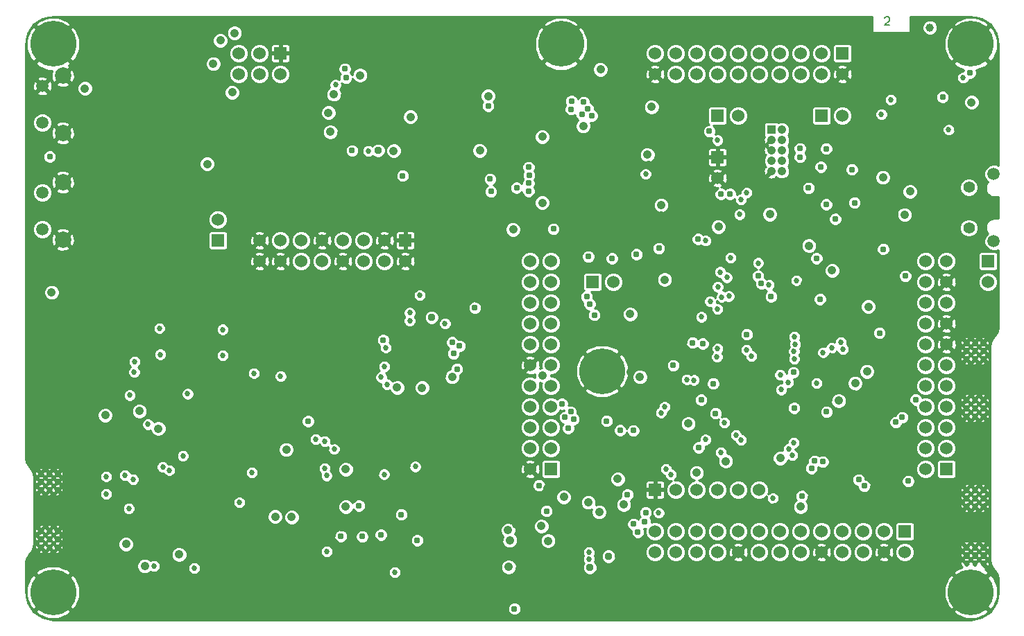
<source format=gbr>
G04 (created by PCBNEW (2012-nov-02)-stable) date Sat 15 Mar 2014 07:07:26 PM MDT*
%MOIN*%
G04 Gerber Fmt 3.4, Leading zero omitted, Abs format*
%FSLAX34Y34*%
G01*
G70*
G90*
G04 APERTURE LIST*
%ADD10C,0*%
%ADD11C,0.007*%
%ADD12R,0.06X0.06*%
%ADD13C,0.06*%
%ADD14C,0.0590551*%
%ADD15C,0.0787402*%
%ADD16C,0.025*%
%ADD17R,0.042X0.042*%
%ADD18C,0.042*%
%ADD19C,0.023622*%
%ADD20C,0.0230315*%
%ADD21C,0.220472*%
%ADD22C,0.0551181*%
%ADD23C,0.0393701*%
%ADD24C,0.027*%
%ADD25C,0.031*%
%ADD26C,0.037*%
%ADD27C,0.05*%
%ADD28C,0.01*%
G04 APERTURE END LIST*
G54D10*
G54D11*
X65161Y-39681D02*
X65180Y-39662D01*
X65218Y-39643D01*
X65313Y-39643D01*
X65351Y-39662D01*
X65370Y-39681D01*
X65389Y-39719D01*
X65389Y-39758D01*
X65370Y-39815D01*
X65142Y-40043D01*
X65389Y-40043D01*
G54D12*
X68122Y-61397D03*
G54D13*
X67122Y-61397D03*
X68122Y-60397D03*
X67122Y-60397D03*
X68122Y-59397D03*
X67122Y-59397D03*
X68122Y-58397D03*
X67122Y-58397D03*
X68122Y-57397D03*
X67122Y-57397D03*
X68122Y-56397D03*
X67122Y-56397D03*
X68122Y-55397D03*
X67122Y-55397D03*
X68122Y-54397D03*
X67122Y-54397D03*
X68122Y-53397D03*
X67122Y-53397D03*
X68122Y-52397D03*
X67122Y-52397D03*
X68122Y-51397D03*
X67122Y-51397D03*
G54D14*
X24685Y-48090D03*
X24685Y-49862D03*
G54D15*
X25665Y-50356D03*
X25665Y-47596D03*
G54D16*
X40510Y-44276D03*
X40510Y-44925D03*
X39860Y-44925D03*
X39860Y-44276D03*
X39860Y-43626D03*
X40510Y-43626D03*
X41159Y-43626D03*
X41159Y-44276D03*
X41159Y-44925D03*
X42775Y-55865D03*
X42775Y-56455D03*
X42184Y-56455D03*
X42184Y-55865D03*
X42184Y-55274D03*
X42775Y-55274D03*
X43365Y-55274D03*
X43365Y-55865D03*
X43365Y-56455D03*
G54D12*
X54122Y-62397D03*
G54D13*
X55122Y-62397D03*
X56122Y-62397D03*
X57122Y-62397D03*
X58122Y-62397D03*
X59122Y-62397D03*
G54D17*
X59709Y-45065D03*
G54D18*
X60209Y-45065D03*
X59709Y-45565D03*
X60209Y-45565D03*
X59709Y-46065D03*
X60209Y-46065D03*
X59709Y-46565D03*
X60209Y-46565D03*
X59709Y-47065D03*
X60209Y-47065D03*
G54D12*
X63122Y-41397D03*
G54D13*
X63122Y-42397D03*
X62122Y-41397D03*
X62122Y-42397D03*
X61122Y-41397D03*
X61122Y-42397D03*
X60122Y-41397D03*
X60122Y-42397D03*
X59122Y-41397D03*
X59122Y-42397D03*
X58122Y-41397D03*
X58122Y-42397D03*
X57122Y-41397D03*
X57122Y-42397D03*
X56122Y-41397D03*
X56122Y-42397D03*
X55122Y-41397D03*
X55122Y-42397D03*
X54122Y-41397D03*
X54122Y-42397D03*
G54D19*
X36464Y-62111D03*
X36464Y-61678D03*
X36897Y-61678D03*
X36897Y-62111D03*
X36897Y-62544D03*
X36464Y-62544D03*
X36031Y-62544D03*
X36031Y-62111D03*
X36031Y-61678D03*
X50184Y-64144D03*
X49924Y-64403D03*
X49924Y-63884D03*
X50444Y-63884D03*
X50444Y-64403D03*
G54D12*
X33122Y-50397D03*
G54D13*
X33122Y-49397D03*
G54D12*
X57122Y-44397D03*
G54D13*
X58122Y-44397D03*
G54D12*
X62122Y-44397D03*
G54D13*
X63122Y-44397D03*
G54D20*
X66744Y-44075D03*
X66547Y-44370D03*
X66940Y-44370D03*
X66940Y-43780D03*
X66547Y-43780D03*
G54D14*
X24685Y-42972D03*
X24685Y-44744D03*
G54D15*
X25665Y-45238D03*
X25665Y-42478D03*
G54D12*
X66122Y-64397D03*
G54D13*
X66122Y-65397D03*
X65122Y-64397D03*
X65122Y-65397D03*
X64122Y-64397D03*
X64122Y-65397D03*
X63122Y-64397D03*
X63122Y-65397D03*
X62122Y-64397D03*
X62122Y-65397D03*
X61122Y-64397D03*
X61122Y-65397D03*
X60122Y-64397D03*
X60122Y-65397D03*
X59122Y-64397D03*
X59122Y-65397D03*
X58122Y-64397D03*
X58122Y-65397D03*
X57122Y-64397D03*
X57122Y-65397D03*
X56122Y-64397D03*
X56122Y-65397D03*
X55122Y-64397D03*
X55122Y-65397D03*
X54122Y-64397D03*
X54122Y-65397D03*
G54D12*
X36122Y-41397D03*
G54D13*
X36122Y-42397D03*
X35122Y-41397D03*
X35122Y-42397D03*
X34122Y-41397D03*
X34122Y-42397D03*
G54D12*
X57122Y-46397D03*
G54D13*
X57122Y-47397D03*
G54D12*
X70122Y-51397D03*
G54D13*
X70122Y-52397D03*
G54D12*
X49122Y-61397D03*
G54D13*
X48122Y-61397D03*
X49122Y-60397D03*
X48122Y-60397D03*
X49122Y-59397D03*
X48122Y-59397D03*
X49122Y-58397D03*
X48122Y-58397D03*
X49122Y-57397D03*
X48122Y-57397D03*
X49122Y-56397D03*
X48122Y-56397D03*
X49122Y-55397D03*
X48122Y-55397D03*
X49122Y-54397D03*
X48122Y-54397D03*
X49122Y-53397D03*
X48122Y-53397D03*
X49122Y-52397D03*
X48122Y-52397D03*
X49122Y-51397D03*
X48122Y-51397D03*
G54D12*
X51122Y-52397D03*
G54D13*
X52122Y-52397D03*
G54D21*
X25196Y-40944D03*
G54D19*
X25196Y-40078D03*
X24330Y-40944D03*
X25196Y-41811D03*
X26062Y-40944D03*
X25807Y-40334D03*
X24586Y-40334D03*
X24586Y-41555D03*
X25807Y-41555D03*
G54D21*
X25196Y-67322D03*
G54D19*
X25196Y-66456D03*
X24330Y-67322D03*
X25196Y-68188D03*
X26062Y-67322D03*
X25807Y-66712D03*
X24586Y-66712D03*
X24586Y-67933D03*
X25807Y-67933D03*
G54D21*
X69291Y-67322D03*
G54D19*
X69291Y-66456D03*
X68425Y-67322D03*
X69291Y-68188D03*
X70157Y-67322D03*
X69901Y-66712D03*
X68681Y-66712D03*
X68681Y-67933D03*
X69901Y-67933D03*
G54D21*
X69291Y-40944D03*
G54D19*
X69291Y-40078D03*
X68425Y-40944D03*
X69291Y-41811D03*
X70157Y-40944D03*
X69901Y-40334D03*
X68681Y-40334D03*
X68681Y-41555D03*
X69901Y-41555D03*
G54D21*
X49606Y-40944D03*
G54D19*
X49606Y-40078D03*
X48740Y-40944D03*
X49606Y-41811D03*
X50472Y-40944D03*
X50216Y-40334D03*
X48996Y-40334D03*
X48996Y-41555D03*
X50216Y-41555D03*
G54D21*
X51574Y-56692D03*
G54D19*
X51574Y-55826D03*
X50708Y-56692D03*
X51574Y-57559D03*
X52440Y-56692D03*
X52185Y-56082D03*
X50964Y-56082D03*
X50964Y-57303D03*
X52185Y-57303D03*
G54D12*
X42122Y-50397D03*
G54D13*
X42122Y-51397D03*
X41122Y-50397D03*
X41122Y-51397D03*
X40122Y-50397D03*
X40122Y-51397D03*
X39122Y-50397D03*
X39122Y-51397D03*
X38122Y-50397D03*
X38122Y-51397D03*
X37122Y-50397D03*
X37122Y-51397D03*
X36122Y-50397D03*
X36122Y-51397D03*
X35122Y-50397D03*
X35122Y-51397D03*
G54D19*
X25401Y-64370D03*
X25401Y-64763D03*
X25401Y-65157D03*
X25007Y-64370D03*
X25007Y-64763D03*
X25007Y-65157D03*
X24614Y-64370D03*
X24614Y-64763D03*
X24614Y-65157D03*
X25401Y-62401D03*
X25401Y-62007D03*
X25401Y-61614D03*
X25007Y-62401D03*
X25007Y-62007D03*
X25007Y-61614D03*
X24614Y-62401D03*
X24614Y-62007D03*
X24614Y-61614D03*
X69086Y-63188D03*
X69086Y-62795D03*
X69086Y-62401D03*
X69480Y-63188D03*
X69480Y-62795D03*
X69480Y-62401D03*
X69874Y-63188D03*
X69874Y-62795D03*
X69874Y-62401D03*
X69086Y-65157D03*
X69086Y-65551D03*
X69086Y-65944D03*
X69480Y-65157D03*
X69480Y-65551D03*
X69480Y-65944D03*
X69874Y-65157D03*
X69874Y-65551D03*
X69874Y-65944D03*
X69086Y-56102D03*
X69086Y-55708D03*
X69086Y-55314D03*
X69480Y-56102D03*
X69480Y-55708D03*
X69480Y-55314D03*
X69874Y-56102D03*
X69874Y-55708D03*
X69874Y-55314D03*
X69086Y-58070D03*
X69086Y-58464D03*
X69086Y-58858D03*
X69480Y-58070D03*
X69480Y-58464D03*
X69480Y-58858D03*
X69874Y-58070D03*
X69874Y-58464D03*
X69874Y-58858D03*
G54D14*
X70393Y-50442D03*
X70393Y-47194D03*
G54D22*
X69200Y-49799D03*
X69200Y-47838D03*
G54D23*
X67322Y-40157D03*
G54D24*
X29111Y-56231D03*
X60792Y-55737D03*
G54D18*
X47082Y-66107D03*
G54D25*
X47360Y-68120D03*
X42690Y-64830D03*
G54D24*
X58252Y-59997D03*
X28874Y-57844D03*
X30050Y-66064D03*
X54887Y-61667D03*
G54D25*
X57282Y-48167D03*
G54D18*
X48702Y-48587D03*
X48700Y-45410D03*
X50672Y-44897D03*
X46100Y-43450D03*
G54D24*
X34152Y-63007D03*
X31972Y-66157D03*
X34750Y-61560D03*
G54D18*
X47052Y-64337D03*
G54D25*
X50102Y-43697D03*
X50602Y-44327D03*
X50692Y-43747D03*
X50892Y-44067D03*
X51082Y-44397D03*
X48042Y-48027D03*
X48042Y-46877D03*
X48062Y-47267D03*
X48052Y-47647D03*
X50972Y-53457D03*
X46232Y-48047D03*
X50832Y-53107D03*
X46192Y-47447D03*
G54D24*
X53662Y-47207D03*
G54D25*
X47462Y-47867D03*
X54990Y-56410D03*
X55920Y-55320D03*
G54D24*
X57442Y-59167D03*
G54D18*
X33232Y-40777D03*
G54D24*
X64994Y-44325D03*
G54D25*
X50082Y-44087D03*
X66650Y-58060D03*
G54D24*
X63044Y-55288D03*
X63150Y-55634D03*
X62192Y-55787D03*
G54D25*
X65990Y-58910D03*
G54D24*
X62605Y-55556D03*
G54D25*
X62042Y-53227D03*
X48542Y-62187D03*
G54D24*
X60182Y-57577D03*
X55982Y-57117D03*
X57092Y-56007D03*
X55642Y-57087D03*
X57122Y-55607D03*
X60512Y-57227D03*
G54D25*
X61782Y-61007D03*
G54D24*
X60774Y-60131D03*
X59772Y-62807D03*
X60542Y-60437D03*
X60712Y-60727D03*
G54D25*
X59692Y-53097D03*
G54D18*
X33802Y-43277D03*
G54D24*
X59572Y-52537D03*
G54D25*
X56212Y-60357D03*
X57022Y-58717D03*
G54D18*
X32892Y-41897D03*
G54D24*
X54652Y-61392D03*
G54D25*
X69250Y-42335D03*
X67934Y-43505D03*
G54D18*
X33912Y-40427D03*
G54D24*
X61882Y-57257D03*
G54D25*
X60762Y-56747D03*
G54D24*
X58186Y-49143D03*
X56352Y-54077D03*
G54D25*
X50202Y-58997D03*
G54D24*
X57742Y-51227D03*
X57252Y-51917D03*
X57132Y-52637D03*
X57322Y-53117D03*
G54D25*
X50062Y-58647D03*
X49792Y-58907D03*
G54D24*
X56764Y-53336D03*
X57122Y-53707D03*
G54D25*
X49942Y-59437D03*
G54D24*
X57562Y-52177D03*
G54D25*
X49642Y-58257D03*
G54D24*
X57662Y-53077D03*
X57122Y-45577D03*
X58522Y-48107D03*
G54D25*
X56722Y-45147D03*
G54D24*
X58252Y-48427D03*
G54D25*
X63900Y-61910D03*
X60800Y-58460D03*
X64170Y-62210D03*
X62172Y-61047D03*
X61170Y-62700D03*
X61632Y-61357D03*
X61079Y-45975D03*
X62082Y-46857D03*
X61082Y-46387D03*
X62358Y-58646D03*
X66280Y-61980D03*
G54D18*
X66112Y-49163D03*
X66372Y-48047D03*
G54D25*
X63700Y-48582D03*
G54D18*
X69324Y-43748D03*
X65072Y-47367D03*
G54D25*
X62342Y-48667D03*
G54D24*
X56545Y-59976D03*
X57282Y-60597D03*
G54D18*
X30250Y-59450D03*
G54D24*
X27744Y-62604D03*
X29035Y-61889D03*
X30464Y-61304D03*
G54D25*
X48902Y-63417D03*
G54D24*
X38765Y-42911D03*
G54D25*
X52052Y-51267D03*
X45460Y-53640D03*
X51202Y-53987D03*
G54D24*
X40335Y-46101D03*
G54D25*
X41992Y-47287D03*
X49232Y-49847D03*
X46100Y-43930D03*
G54D18*
X68897Y-46968D03*
X66302Y-50317D03*
G54D25*
X63202Y-48767D03*
G54D18*
X67775Y-49163D03*
X29650Y-64200D03*
X28982Y-66197D03*
X25822Y-64097D03*
X69372Y-59847D03*
X50770Y-66890D03*
X48240Y-66890D03*
X49192Y-50777D03*
G54D25*
X54422Y-50197D03*
G54D18*
X44094Y-50984D03*
G54D25*
X62832Y-60687D03*
X64472Y-59807D03*
G54D18*
X51032Y-48607D03*
X44160Y-62230D03*
G54D25*
X38254Y-58961D03*
G54D18*
X36488Y-55898D03*
X27342Y-58267D03*
X32244Y-60404D03*
X35064Y-64191D03*
X41009Y-65768D03*
X41785Y-59665D03*
X44065Y-59665D03*
X46555Y-65748D03*
X31802Y-47497D03*
X53052Y-43362D03*
X52960Y-56730D03*
X37827Y-45787D03*
X37252Y-44232D03*
X40412Y-41667D03*
X68122Y-65717D03*
X52382Y-65607D03*
X51432Y-60737D03*
X50182Y-60697D03*
X50982Y-59437D03*
X26722Y-48187D03*
X27165Y-62598D03*
X26673Y-56299D03*
X26673Y-58661D03*
X26673Y-61023D03*
X26673Y-65748D03*
X39050Y-64200D03*
X47047Y-55511D03*
X44881Y-67322D03*
X42519Y-67322D03*
X40157Y-67322D03*
X28346Y-67322D03*
X30708Y-67322D03*
X37795Y-67322D03*
X35433Y-67322D03*
X33070Y-67322D03*
X46062Y-57086D03*
X46555Y-53937D03*
X37007Y-52854D03*
X44881Y-52362D03*
X41043Y-52854D03*
X46555Y-63385D03*
X46555Y-58661D03*
X46555Y-61023D03*
X47070Y-63510D03*
X42519Y-52362D03*
X38976Y-52952D03*
X26673Y-53937D03*
X28346Y-52362D03*
X30708Y-52362D03*
X33070Y-52362D03*
X35433Y-52362D03*
X24722Y-53697D03*
X24722Y-51897D03*
X24722Y-59087D03*
X24722Y-57287D03*
X24722Y-55487D03*
X24622Y-46737D03*
X34312Y-47897D03*
X54932Y-61097D03*
X56672Y-61317D03*
X54412Y-49707D03*
X48952Y-62327D03*
X47742Y-62597D03*
X47452Y-64057D03*
X52532Y-57787D03*
X51732Y-53937D03*
X51802Y-67237D03*
X55172Y-43867D03*
X51292Y-62177D03*
X64790Y-61240D03*
X51822Y-62627D03*
X54412Y-49207D03*
X46442Y-50277D03*
X54862Y-60057D03*
X62358Y-49807D03*
X65327Y-51222D03*
X49484Y-65444D03*
G54D24*
X37882Y-49757D03*
G54D25*
X41532Y-47227D03*
G54D18*
X40390Y-63240D03*
X39540Y-60960D03*
X40160Y-60900D03*
X42150Y-60370D03*
X29480Y-55000D03*
X34920Y-62020D03*
X32390Y-58220D03*
X30650Y-58230D03*
X29870Y-58620D03*
G54D24*
X37380Y-49756D03*
G54D18*
X41874Y-62269D03*
X28311Y-55851D03*
X27931Y-56721D03*
X30701Y-56641D03*
X31130Y-66420D03*
X42065Y-45711D03*
X32951Y-56691D03*
G54D24*
X31751Y-54281D03*
G54D18*
X63744Y-44075D03*
G54D26*
X40015Y-55375D03*
G54D18*
X60979Y-61722D03*
X27594Y-59404D03*
G54D26*
X36764Y-64791D03*
G54D25*
X36354Y-58921D03*
G54D24*
X39900Y-47546D03*
G54D18*
X38964Y-65961D03*
X30034Y-60674D03*
G54D26*
X35714Y-64791D03*
G54D18*
X42290Y-46886D03*
X37184Y-65411D03*
X32194Y-62334D03*
G54D25*
X36354Y-59451D03*
G54D18*
X62711Y-50161D03*
X67144Y-41425D03*
X59741Y-61206D03*
X48084Y-65354D03*
X63461Y-50967D03*
X65363Y-53590D03*
X56241Y-48924D03*
X31001Y-55281D03*
X48330Y-43560D03*
G54D26*
X63348Y-52494D03*
G54D25*
X40400Y-47176D03*
G54D18*
X32951Y-53931D03*
X58165Y-50550D03*
G54D25*
X38704Y-59261D03*
X37154Y-59451D03*
G54D18*
X63206Y-59495D03*
X61297Y-52494D03*
X58964Y-48676D03*
X40365Y-56915D03*
G54D24*
X31751Y-53831D03*
G54D18*
X42769Y-66368D03*
X44475Y-53455D03*
G54D24*
X41130Y-47546D03*
G54D18*
X43505Y-44551D03*
X39225Y-41661D03*
X31651Y-56781D03*
X47360Y-44850D03*
X67144Y-46725D03*
X38635Y-42401D03*
X44775Y-57765D03*
X65398Y-52070D03*
G54D26*
X37335Y-44801D03*
G54D18*
X45875Y-55465D03*
X42925Y-58665D03*
X43160Y-62075D03*
X65151Y-52954D03*
X65151Y-57550D03*
X65594Y-44075D03*
X34964Y-60811D03*
X37485Y-43451D03*
X51850Y-41360D03*
X28254Y-62704D03*
G54D26*
X29234Y-63704D03*
X45575Y-55065D03*
X62591Y-56645D03*
G54D24*
X36650Y-49756D03*
G54D18*
X41529Y-64428D03*
G54D25*
X39560Y-47176D03*
G54D18*
X38474Y-64061D03*
X34614Y-59811D03*
X64585Y-58116D03*
X63355Y-54496D03*
X29324Y-59244D03*
X43775Y-53055D03*
X67594Y-42575D03*
X59880Y-63220D03*
X60731Y-51929D03*
G54D25*
X36754Y-59451D03*
G54D18*
X53731Y-51434D03*
G54D25*
X68894Y-45575D03*
G54D24*
X36150Y-49756D03*
G54D18*
X40365Y-54765D03*
G54D25*
X40760Y-47136D03*
X38360Y-47176D03*
G54D26*
X28774Y-64384D03*
G54D18*
X36264Y-64791D03*
G54D25*
X68044Y-44675D03*
G54D18*
X39704Y-63711D03*
G54D26*
X42855Y-59445D03*
G54D18*
X43505Y-44071D03*
X27284Y-61824D03*
G54D25*
X38760Y-47176D03*
G54D18*
X63772Y-58929D03*
G54D25*
X39160Y-47176D03*
G54D24*
X31751Y-54731D03*
G54D18*
X41725Y-58665D03*
G54D24*
X39400Y-47546D03*
G54D18*
X34048Y-56488D03*
G54D25*
X37804Y-58811D03*
G54D26*
X45585Y-55845D03*
G54D18*
X44900Y-45670D03*
G54D26*
X42995Y-59885D03*
G54D25*
X37960Y-47176D03*
G54D18*
X47669Y-66093D03*
X27244Y-60204D03*
G54D24*
X40630Y-47546D03*
G54D18*
X29494Y-61134D03*
X46500Y-42470D03*
X32151Y-56781D03*
X27284Y-60994D03*
X27894Y-60874D03*
G54D26*
X43275Y-53055D03*
G54D18*
X30604Y-62074D03*
X67594Y-45575D03*
X38054Y-60961D03*
X32701Y-55281D03*
X53800Y-46770D03*
X49710Y-48580D03*
G54D25*
X68894Y-43075D03*
G54D18*
X35388Y-57588D03*
X68694Y-45075D03*
G54D25*
X64900Y-54850D03*
G54D24*
X30301Y-54621D03*
X33351Y-54681D03*
X60812Y-55037D03*
X30351Y-55881D03*
X33351Y-55931D03*
X58502Y-55667D03*
X38240Y-61360D03*
X38254Y-60061D03*
X58742Y-55957D03*
X38334Y-61711D03*
X38700Y-60440D03*
G54D25*
X56332Y-58067D03*
G54D24*
X37804Y-59961D03*
G54D25*
X37452Y-59097D03*
X56912Y-57287D03*
X53662Y-63487D03*
X40952Y-64557D03*
G54D24*
X42600Y-61280D03*
G54D25*
X41922Y-63587D03*
G54D24*
X41607Y-66366D03*
X68904Y-42575D03*
X65444Y-43625D03*
X68224Y-45075D03*
G54D25*
X63572Y-46987D03*
X61872Y-51257D03*
X62772Y-49367D03*
X65082Y-50817D03*
G54D24*
X60906Y-52321D03*
G54D25*
X58522Y-54917D03*
G54D24*
X42330Y-54270D03*
X34838Y-56788D03*
G54D25*
X40052Y-64647D03*
G54D24*
X54292Y-63507D03*
X38342Y-65363D03*
G54D25*
X59062Y-52107D03*
G54D24*
X41240Y-57330D03*
X29754Y-59244D03*
X58002Y-59767D03*
X27744Y-61754D03*
X28644Y-61704D03*
X29091Y-56731D03*
X60802Y-56107D03*
X50942Y-65737D03*
G54D25*
X52442Y-59537D03*
G54D24*
X54582Y-58407D03*
G54D25*
X53292Y-64427D03*
X52792Y-62627D03*
G54D24*
X50934Y-65394D03*
G54D25*
X53082Y-64047D03*
G54D24*
X54402Y-58687D03*
G54D25*
X53072Y-59547D03*
X51792Y-59087D03*
X56410Y-55370D03*
G54D24*
X42820Y-53040D03*
X56538Y-50409D03*
G54D25*
X53223Y-51068D03*
G54D24*
X42330Y-53880D03*
G54D25*
X39212Y-42147D03*
X44602Y-56587D03*
X50912Y-51177D03*
X39268Y-42577D03*
G54D24*
X36128Y-56938D03*
G54D25*
X39020Y-64630D03*
X53622Y-63927D03*
X39892Y-63157D03*
G54D24*
X41100Y-61650D03*
G54D25*
X59222Y-52467D03*
G54D24*
X40960Y-56980D03*
X60132Y-56857D03*
X30784Y-61454D03*
X28834Y-63304D03*
X31434Y-60764D03*
X31660Y-57780D03*
X60842Y-55407D03*
G54D18*
X28702Y-65007D03*
X47142Y-64827D03*
X25122Y-52897D03*
G54D25*
X41055Y-55195D03*
G54D26*
X43385Y-54105D03*
G54D18*
X41560Y-46086D03*
X39945Y-42451D03*
X38682Y-43367D03*
X38427Y-44257D03*
X39260Y-63210D03*
X36404Y-60461D03*
X36654Y-63711D03*
G54D24*
X41105Y-56465D03*
G54D18*
X39254Y-61411D03*
X29600Y-66064D03*
G54D24*
X41175Y-55555D03*
G54D26*
X40810Y-46076D03*
G54D18*
X42925Y-57485D03*
X41725Y-57475D03*
X29344Y-58604D03*
G54D25*
X44435Y-55845D03*
G54D18*
X38515Y-45171D03*
X44375Y-56965D03*
G54D25*
X39560Y-46076D03*
G54D18*
X31250Y-65514D03*
X27704Y-58804D03*
G54D25*
X44375Y-55305D03*
X57712Y-48157D03*
X66142Y-52107D03*
X61492Y-47877D03*
X65682Y-59147D03*
X25032Y-46367D03*
G54D18*
X47300Y-49870D03*
X32602Y-46717D03*
X53392Y-56967D03*
X64367Y-53587D03*
X62942Y-58107D03*
X48722Y-56897D03*
X26722Y-43087D03*
G54D25*
X54302Y-50777D03*
G54D18*
X56112Y-61567D03*
X49734Y-62744D03*
X48652Y-64147D03*
G54D25*
X44725Y-55475D03*
G54D18*
X52918Y-53944D03*
X45700Y-46070D03*
X42362Y-44457D03*
G54D26*
X50984Y-66144D03*
G54D18*
X35864Y-63691D03*
X53950Y-43970D03*
X61110Y-63210D03*
X51432Y-63467D03*
X52612Y-63107D03*
X52322Y-61877D03*
X54412Y-48697D03*
X50910Y-63000D03*
X48980Y-64850D03*
G54D25*
X62342Y-45987D03*
G54D18*
X57514Y-61015D03*
X64302Y-56702D03*
X51500Y-42170D03*
X57167Y-49737D03*
X59635Y-49136D03*
X54579Y-52282D03*
X53750Y-46270D03*
X55711Y-59212D03*
X60130Y-60874D03*
X63737Y-57267D03*
X62622Y-51845D03*
X61509Y-50656D03*
G54D26*
X51884Y-65594D03*
G54D24*
X44025Y-54405D03*
X59070Y-51483D03*
G54D25*
X56182Y-50337D03*
G54D27*
X66941Y-43780D02*
X66941Y-44370D01*
X49923Y-63883D02*
X50445Y-63883D01*
X41160Y-43626D02*
X41160Y-44926D01*
X42181Y-56459D02*
X43369Y-55271D01*
X50445Y-63883D02*
X50445Y-64405D01*
X42181Y-55271D02*
X43369Y-55271D01*
X42181Y-56459D02*
X42181Y-55271D01*
X43369Y-56459D02*
X42181Y-56459D01*
X36031Y-61678D02*
X36897Y-61678D01*
X39860Y-43626D02*
X41160Y-43626D01*
X41160Y-44926D02*
X39860Y-44926D01*
X49923Y-64405D02*
X49923Y-63883D01*
X66547Y-43780D02*
X66941Y-43780D01*
X50445Y-64405D02*
X49923Y-64405D01*
X36031Y-62544D02*
X36031Y-61678D01*
X41160Y-44276D02*
X39860Y-44276D01*
X43369Y-55271D02*
X43369Y-56459D01*
X49923Y-64405D02*
X50445Y-63883D01*
X43369Y-56459D02*
X42181Y-55271D01*
X36897Y-61678D02*
X36897Y-62544D01*
X36897Y-62544D02*
X36031Y-62544D01*
X36031Y-61678D02*
X36897Y-62544D01*
X41160Y-44926D02*
X39860Y-43626D01*
X66941Y-44370D02*
X66547Y-44370D01*
X66547Y-44370D02*
X66547Y-43780D01*
X41160Y-43626D02*
X39860Y-44926D01*
X36897Y-61678D02*
X36031Y-62544D01*
X39860Y-44926D02*
X39860Y-43626D01*
X40510Y-44926D02*
X40510Y-43626D01*
G54D10*
G36*
X66820Y-44080D02*
X66749Y-44151D01*
X66744Y-44145D01*
X66738Y-44151D01*
X66667Y-44080D01*
X66673Y-44075D01*
X66667Y-44069D01*
X66738Y-43998D01*
X66744Y-44004D01*
X66749Y-43998D01*
X66820Y-44069D01*
X66814Y-44075D01*
X66820Y-44080D01*
X66820Y-44080D01*
G37*
G54D28*
X66820Y-44080D02*
X66749Y-44151D01*
X66744Y-44145D01*
X66738Y-44151D01*
X66667Y-44080D01*
X66673Y-44075D01*
X66667Y-44069D01*
X66738Y-43998D01*
X66744Y-44004D01*
X66749Y-43998D01*
X66820Y-44069D01*
X66814Y-44075D01*
X66820Y-44080D01*
G54D10*
G36*
X70621Y-67301D02*
X70563Y-67587D01*
X70563Y-67070D01*
X70370Y-66602D01*
X70369Y-66601D01*
X70213Y-66471D01*
X70167Y-66517D01*
X70167Y-65963D01*
X70167Y-65570D01*
X70167Y-65176D01*
X70167Y-63207D01*
X70167Y-62814D01*
X70167Y-62420D01*
X70167Y-58877D01*
X70167Y-58483D01*
X70167Y-58089D01*
X70167Y-56121D01*
X70167Y-55727D01*
X70167Y-55333D01*
X70152Y-55220D01*
X70137Y-55185D01*
X70083Y-55176D01*
X70012Y-55246D01*
X70012Y-55105D01*
X70003Y-55051D01*
X69892Y-55021D01*
X69779Y-55036D01*
X69744Y-55051D01*
X69735Y-55105D01*
X69874Y-55244D01*
X70012Y-55105D01*
X70012Y-55246D01*
X69944Y-55314D01*
X70083Y-55453D01*
X70137Y-55444D01*
X70167Y-55333D01*
X70167Y-55727D01*
X70152Y-55613D01*
X70137Y-55578D01*
X70083Y-55569D01*
X70012Y-55640D01*
X70012Y-55524D01*
X70000Y-55511D01*
X70012Y-55499D01*
X70003Y-55445D01*
X69907Y-55419D01*
X69874Y-55385D01*
X69836Y-55422D01*
X69803Y-55427D01*
X69803Y-55314D01*
X69766Y-55277D01*
X69758Y-55220D01*
X69743Y-55185D01*
X69689Y-55176D01*
X69677Y-55188D01*
X69664Y-55176D01*
X69646Y-55179D01*
X69646Y-49710D01*
X69646Y-47750D01*
X69578Y-47586D01*
X69453Y-47461D01*
X69289Y-47393D01*
X69112Y-47392D01*
X68948Y-47460D01*
X68823Y-47585D01*
X68755Y-47749D01*
X68755Y-47926D01*
X68822Y-48090D01*
X68948Y-48216D01*
X69111Y-48284D01*
X69289Y-48284D01*
X69452Y-48216D01*
X69578Y-48091D01*
X69646Y-47927D01*
X69646Y-47750D01*
X69646Y-49710D01*
X69578Y-49547D01*
X69453Y-49421D01*
X69289Y-49353D01*
X69112Y-49353D01*
X68948Y-49421D01*
X68823Y-49546D01*
X68755Y-49710D01*
X68755Y-49887D01*
X68822Y-50051D01*
X68948Y-50176D01*
X69111Y-50244D01*
X69289Y-50244D01*
X69452Y-50177D01*
X69578Y-50051D01*
X69646Y-49888D01*
X69646Y-49710D01*
X69646Y-55179D01*
X69619Y-55183D01*
X69619Y-55105D01*
X69610Y-55051D01*
X69499Y-55021D01*
X69385Y-55036D01*
X69350Y-55051D01*
X69341Y-55105D01*
X69480Y-55244D01*
X69619Y-55105D01*
X69619Y-55183D01*
X69610Y-55185D01*
X69584Y-55281D01*
X69551Y-55314D01*
X69588Y-55352D01*
X69595Y-55409D01*
X69610Y-55444D01*
X69664Y-55453D01*
X69677Y-55441D01*
X69689Y-55453D01*
X69743Y-55444D01*
X69769Y-55348D01*
X69803Y-55314D01*
X69803Y-55427D01*
X69779Y-55430D01*
X69744Y-55445D01*
X69735Y-55499D01*
X69747Y-55511D01*
X69735Y-55524D01*
X69744Y-55578D01*
X69840Y-55604D01*
X69874Y-55637D01*
X69911Y-55600D01*
X69968Y-55593D01*
X70003Y-55578D01*
X70012Y-55524D01*
X70012Y-55640D01*
X69944Y-55708D01*
X70083Y-55847D01*
X70137Y-55838D01*
X70167Y-55727D01*
X70167Y-56121D01*
X70152Y-56007D01*
X70137Y-55972D01*
X70083Y-55963D01*
X70012Y-56034D01*
X70012Y-55918D01*
X70000Y-55905D01*
X70012Y-55892D01*
X70003Y-55838D01*
X69907Y-55813D01*
X69874Y-55779D01*
X69836Y-55816D01*
X69803Y-55821D01*
X69803Y-55708D01*
X69766Y-55671D01*
X69758Y-55613D01*
X69743Y-55578D01*
X69689Y-55569D01*
X69677Y-55582D01*
X69664Y-55569D01*
X69619Y-55577D01*
X69619Y-55524D01*
X69606Y-55511D01*
X69619Y-55499D01*
X69610Y-55445D01*
X69514Y-55419D01*
X69480Y-55385D01*
X69443Y-55422D01*
X69409Y-55427D01*
X69409Y-55314D01*
X69372Y-55277D01*
X69364Y-55220D01*
X69350Y-55185D01*
X69296Y-55176D01*
X69283Y-55188D01*
X69270Y-55176D01*
X69225Y-55183D01*
X69225Y-55105D01*
X69216Y-55051D01*
X69105Y-55021D01*
X68991Y-55036D01*
X68956Y-55051D01*
X68947Y-55105D01*
X69086Y-55244D01*
X69225Y-55105D01*
X69225Y-55183D01*
X69216Y-55185D01*
X69191Y-55281D01*
X69157Y-55314D01*
X69194Y-55352D01*
X69202Y-55409D01*
X69216Y-55444D01*
X69270Y-55453D01*
X69283Y-55441D01*
X69296Y-55453D01*
X69350Y-55444D01*
X69375Y-55348D01*
X69409Y-55314D01*
X69409Y-55427D01*
X69385Y-55430D01*
X69350Y-55445D01*
X69341Y-55499D01*
X69354Y-55511D01*
X69341Y-55524D01*
X69350Y-55578D01*
X69446Y-55604D01*
X69480Y-55637D01*
X69517Y-55600D01*
X69574Y-55593D01*
X69610Y-55578D01*
X69619Y-55524D01*
X69619Y-55577D01*
X69610Y-55578D01*
X69584Y-55674D01*
X69551Y-55708D01*
X69588Y-55745D01*
X69595Y-55803D01*
X69610Y-55838D01*
X69664Y-55847D01*
X69677Y-55834D01*
X69689Y-55847D01*
X69743Y-55838D01*
X69769Y-55742D01*
X69803Y-55708D01*
X69803Y-55821D01*
X69779Y-55824D01*
X69744Y-55838D01*
X69735Y-55892D01*
X69747Y-55905D01*
X69735Y-55918D01*
X69744Y-55972D01*
X69840Y-55997D01*
X69874Y-56031D01*
X69911Y-55994D01*
X69968Y-55986D01*
X70003Y-55972D01*
X70012Y-55918D01*
X70012Y-56034D01*
X69944Y-56102D01*
X70083Y-56241D01*
X70137Y-56232D01*
X70167Y-56121D01*
X70167Y-58089D01*
X70152Y-57976D01*
X70137Y-57941D01*
X70083Y-57932D01*
X70012Y-58002D01*
X70012Y-57861D01*
X70012Y-56311D01*
X69874Y-56173D01*
X69803Y-56243D01*
X69803Y-56102D01*
X69766Y-56065D01*
X69758Y-56007D01*
X69743Y-55972D01*
X69689Y-55963D01*
X69677Y-55976D01*
X69664Y-55963D01*
X69619Y-55971D01*
X69619Y-55918D01*
X69606Y-55905D01*
X69619Y-55892D01*
X69610Y-55838D01*
X69514Y-55813D01*
X69480Y-55779D01*
X69443Y-55816D01*
X69409Y-55821D01*
X69409Y-55708D01*
X69372Y-55671D01*
X69364Y-55613D01*
X69350Y-55578D01*
X69296Y-55569D01*
X69283Y-55582D01*
X69270Y-55569D01*
X69225Y-55577D01*
X69225Y-55524D01*
X69212Y-55511D01*
X69225Y-55499D01*
X69216Y-55445D01*
X69120Y-55419D01*
X69086Y-55385D01*
X69049Y-55422D01*
X69015Y-55427D01*
X69015Y-55314D01*
X68877Y-55176D01*
X68823Y-55185D01*
X68793Y-55296D01*
X68808Y-55409D01*
X68823Y-55444D01*
X68877Y-55453D01*
X69015Y-55314D01*
X69015Y-55427D01*
X68991Y-55430D01*
X68956Y-55445D01*
X68947Y-55499D01*
X68960Y-55511D01*
X68947Y-55524D01*
X68956Y-55578D01*
X69052Y-55604D01*
X69086Y-55637D01*
X69123Y-55600D01*
X69181Y-55593D01*
X69216Y-55578D01*
X69225Y-55524D01*
X69225Y-55577D01*
X69216Y-55578D01*
X69191Y-55674D01*
X69157Y-55708D01*
X69194Y-55745D01*
X69202Y-55803D01*
X69216Y-55838D01*
X69270Y-55847D01*
X69283Y-55834D01*
X69296Y-55847D01*
X69350Y-55838D01*
X69375Y-55742D01*
X69409Y-55708D01*
X69409Y-55821D01*
X69385Y-55824D01*
X69350Y-55838D01*
X69341Y-55892D01*
X69354Y-55905D01*
X69341Y-55918D01*
X69350Y-55972D01*
X69446Y-55997D01*
X69480Y-56031D01*
X69517Y-55994D01*
X69574Y-55986D01*
X69610Y-55972D01*
X69619Y-55918D01*
X69619Y-55971D01*
X69610Y-55972D01*
X69584Y-56068D01*
X69551Y-56102D01*
X69588Y-56139D01*
X69595Y-56197D01*
X69610Y-56232D01*
X69664Y-56241D01*
X69677Y-56228D01*
X69689Y-56241D01*
X69743Y-56232D01*
X69769Y-56136D01*
X69803Y-56102D01*
X69803Y-56243D01*
X69735Y-56311D01*
X69744Y-56365D01*
X69855Y-56395D01*
X69968Y-56380D01*
X70003Y-56365D01*
X70012Y-56311D01*
X70012Y-57861D01*
X70003Y-57807D01*
X69892Y-57777D01*
X69779Y-57792D01*
X69744Y-57807D01*
X69735Y-57861D01*
X69874Y-58000D01*
X70012Y-57861D01*
X70012Y-58002D01*
X69944Y-58070D01*
X70083Y-58209D01*
X70137Y-58200D01*
X70167Y-58089D01*
X70167Y-58483D01*
X70152Y-58369D01*
X70137Y-58334D01*
X70083Y-58325D01*
X70012Y-58396D01*
X70012Y-58280D01*
X70000Y-58267D01*
X70012Y-58255D01*
X70003Y-58200D01*
X69907Y-58175D01*
X69874Y-58141D01*
X69836Y-58178D01*
X69803Y-58183D01*
X69803Y-58070D01*
X69766Y-58033D01*
X69758Y-57976D01*
X69743Y-57941D01*
X69689Y-57932D01*
X69677Y-57944D01*
X69664Y-57932D01*
X69619Y-57939D01*
X69619Y-57861D01*
X69619Y-56311D01*
X69480Y-56173D01*
X69409Y-56243D01*
X69409Y-56102D01*
X69372Y-56065D01*
X69364Y-56007D01*
X69350Y-55972D01*
X69296Y-55963D01*
X69283Y-55976D01*
X69270Y-55963D01*
X69225Y-55971D01*
X69225Y-55918D01*
X69212Y-55905D01*
X69225Y-55892D01*
X69216Y-55838D01*
X69120Y-55813D01*
X69086Y-55779D01*
X69049Y-55816D01*
X69015Y-55821D01*
X69015Y-55708D01*
X68877Y-55569D01*
X68823Y-55578D01*
X68793Y-55689D01*
X68808Y-55803D01*
X68823Y-55838D01*
X68877Y-55847D01*
X69015Y-55708D01*
X69015Y-55821D01*
X68991Y-55824D01*
X68956Y-55838D01*
X68947Y-55892D01*
X68960Y-55905D01*
X68947Y-55918D01*
X68956Y-55972D01*
X69052Y-55997D01*
X69086Y-56031D01*
X69123Y-55994D01*
X69181Y-55986D01*
X69216Y-55972D01*
X69225Y-55918D01*
X69225Y-55971D01*
X69216Y-55972D01*
X69191Y-56068D01*
X69157Y-56102D01*
X69194Y-56139D01*
X69202Y-56197D01*
X69216Y-56232D01*
X69270Y-56241D01*
X69283Y-56228D01*
X69296Y-56241D01*
X69350Y-56232D01*
X69375Y-56136D01*
X69409Y-56102D01*
X69409Y-56243D01*
X69341Y-56311D01*
X69350Y-56365D01*
X69461Y-56395D01*
X69574Y-56380D01*
X69610Y-56365D01*
X69619Y-56311D01*
X69619Y-57861D01*
X69610Y-57807D01*
X69499Y-57777D01*
X69385Y-57792D01*
X69350Y-57807D01*
X69341Y-57861D01*
X69480Y-58000D01*
X69619Y-57861D01*
X69619Y-57939D01*
X69610Y-57941D01*
X69584Y-58037D01*
X69551Y-58070D01*
X69588Y-58108D01*
X69595Y-58165D01*
X69610Y-58200D01*
X69664Y-58209D01*
X69677Y-58197D01*
X69689Y-58209D01*
X69743Y-58200D01*
X69769Y-58104D01*
X69803Y-58070D01*
X69803Y-58183D01*
X69779Y-58186D01*
X69744Y-58200D01*
X69735Y-58255D01*
X69747Y-58267D01*
X69735Y-58280D01*
X69744Y-58334D01*
X69840Y-58360D01*
X69874Y-58393D01*
X69911Y-58356D01*
X69968Y-58348D01*
X70003Y-58334D01*
X70012Y-58280D01*
X70012Y-58396D01*
X69944Y-58464D01*
X70083Y-58603D01*
X70137Y-58594D01*
X70167Y-58483D01*
X70167Y-58877D01*
X70152Y-58763D01*
X70137Y-58728D01*
X70083Y-58719D01*
X70012Y-58790D01*
X70012Y-58674D01*
X70000Y-58661D01*
X70012Y-58648D01*
X70003Y-58594D01*
X69907Y-58569D01*
X69874Y-58535D01*
X69836Y-58572D01*
X69803Y-58577D01*
X69803Y-58464D01*
X69766Y-58427D01*
X69758Y-58369D01*
X69743Y-58334D01*
X69689Y-58325D01*
X69677Y-58338D01*
X69664Y-58325D01*
X69619Y-58333D01*
X69619Y-58280D01*
X69606Y-58267D01*
X69619Y-58255D01*
X69610Y-58200D01*
X69514Y-58175D01*
X69480Y-58141D01*
X69443Y-58178D01*
X69409Y-58183D01*
X69409Y-58070D01*
X69372Y-58033D01*
X69364Y-57976D01*
X69350Y-57941D01*
X69296Y-57932D01*
X69283Y-57944D01*
X69270Y-57932D01*
X69225Y-57939D01*
X69225Y-57861D01*
X69225Y-56311D01*
X69086Y-56173D01*
X69015Y-56243D01*
X69015Y-56102D01*
X68877Y-55963D01*
X68823Y-55972D01*
X68793Y-56083D01*
X68808Y-56197D01*
X68823Y-56232D01*
X68877Y-56241D01*
X69015Y-56102D01*
X69015Y-56243D01*
X68947Y-56311D01*
X68956Y-56365D01*
X69067Y-56395D01*
X69181Y-56380D01*
X69216Y-56365D01*
X69225Y-56311D01*
X69225Y-57861D01*
X69216Y-57807D01*
X69105Y-57777D01*
X68991Y-57792D01*
X68956Y-57807D01*
X68947Y-57861D01*
X69086Y-58000D01*
X69225Y-57861D01*
X69225Y-57939D01*
X69216Y-57941D01*
X69191Y-58037D01*
X69157Y-58070D01*
X69194Y-58108D01*
X69202Y-58165D01*
X69216Y-58200D01*
X69270Y-58209D01*
X69283Y-58197D01*
X69296Y-58209D01*
X69350Y-58200D01*
X69375Y-58104D01*
X69409Y-58070D01*
X69409Y-58183D01*
X69385Y-58186D01*
X69350Y-58200D01*
X69341Y-58255D01*
X69354Y-58267D01*
X69341Y-58280D01*
X69350Y-58334D01*
X69446Y-58360D01*
X69480Y-58393D01*
X69517Y-58356D01*
X69574Y-58348D01*
X69610Y-58334D01*
X69619Y-58280D01*
X69619Y-58333D01*
X69610Y-58334D01*
X69584Y-58430D01*
X69551Y-58464D01*
X69588Y-58501D01*
X69595Y-58559D01*
X69610Y-58594D01*
X69664Y-58603D01*
X69677Y-58590D01*
X69689Y-58603D01*
X69743Y-58594D01*
X69769Y-58498D01*
X69803Y-58464D01*
X69803Y-58577D01*
X69779Y-58580D01*
X69744Y-58594D01*
X69735Y-58648D01*
X69747Y-58661D01*
X69735Y-58674D01*
X69744Y-58728D01*
X69840Y-58753D01*
X69874Y-58787D01*
X69911Y-58750D01*
X69968Y-58742D01*
X70003Y-58728D01*
X70012Y-58674D01*
X70012Y-58790D01*
X69944Y-58858D01*
X70083Y-58997D01*
X70137Y-58987D01*
X70167Y-58877D01*
X70167Y-62420D01*
X70152Y-62306D01*
X70137Y-62271D01*
X70083Y-62262D01*
X70012Y-62333D01*
X70012Y-62192D01*
X70012Y-59067D01*
X69874Y-58928D01*
X69803Y-58999D01*
X69803Y-58858D01*
X69766Y-58820D01*
X69758Y-58763D01*
X69743Y-58728D01*
X69689Y-58719D01*
X69677Y-58732D01*
X69664Y-58719D01*
X69619Y-58727D01*
X69619Y-58674D01*
X69606Y-58661D01*
X69619Y-58648D01*
X69610Y-58594D01*
X69514Y-58569D01*
X69480Y-58535D01*
X69443Y-58572D01*
X69409Y-58577D01*
X69409Y-58464D01*
X69372Y-58427D01*
X69364Y-58369D01*
X69350Y-58334D01*
X69296Y-58325D01*
X69283Y-58338D01*
X69270Y-58325D01*
X69225Y-58333D01*
X69225Y-58280D01*
X69212Y-58267D01*
X69225Y-58255D01*
X69216Y-58200D01*
X69120Y-58175D01*
X69086Y-58141D01*
X69049Y-58178D01*
X69015Y-58183D01*
X69015Y-58070D01*
X68877Y-57932D01*
X68823Y-57941D01*
X68793Y-58051D01*
X68808Y-58165D01*
X68823Y-58200D01*
X68877Y-58209D01*
X69015Y-58070D01*
X69015Y-58183D01*
X68991Y-58186D01*
X68956Y-58200D01*
X68947Y-58255D01*
X68960Y-58267D01*
X68947Y-58280D01*
X68956Y-58334D01*
X69052Y-58360D01*
X69086Y-58393D01*
X69123Y-58356D01*
X69181Y-58348D01*
X69216Y-58334D01*
X69225Y-58280D01*
X69225Y-58333D01*
X69216Y-58334D01*
X69191Y-58430D01*
X69157Y-58464D01*
X69194Y-58501D01*
X69202Y-58559D01*
X69216Y-58594D01*
X69270Y-58603D01*
X69283Y-58590D01*
X69296Y-58603D01*
X69350Y-58594D01*
X69375Y-58498D01*
X69409Y-58464D01*
X69409Y-58577D01*
X69385Y-58580D01*
X69350Y-58594D01*
X69341Y-58648D01*
X69354Y-58661D01*
X69341Y-58674D01*
X69350Y-58728D01*
X69446Y-58753D01*
X69480Y-58787D01*
X69517Y-58750D01*
X69574Y-58742D01*
X69610Y-58728D01*
X69619Y-58674D01*
X69619Y-58727D01*
X69610Y-58728D01*
X69584Y-58824D01*
X69551Y-58858D01*
X69588Y-58895D01*
X69595Y-58952D01*
X69610Y-58987D01*
X69664Y-58997D01*
X69677Y-58984D01*
X69689Y-58997D01*
X69743Y-58987D01*
X69769Y-58892D01*
X69803Y-58858D01*
X69803Y-58999D01*
X69735Y-59067D01*
X69744Y-59121D01*
X69855Y-59151D01*
X69968Y-59136D01*
X70003Y-59121D01*
X70012Y-59067D01*
X70012Y-62192D01*
X70003Y-62138D01*
X69892Y-62108D01*
X69779Y-62123D01*
X69744Y-62138D01*
X69735Y-62192D01*
X69874Y-62330D01*
X70012Y-62192D01*
X70012Y-62333D01*
X69944Y-62401D01*
X70083Y-62540D01*
X70137Y-62531D01*
X70167Y-62420D01*
X70167Y-62814D01*
X70152Y-62700D01*
X70137Y-62665D01*
X70083Y-62656D01*
X70012Y-62727D01*
X70012Y-62611D01*
X70000Y-62598D01*
X70012Y-62585D01*
X70003Y-62531D01*
X69907Y-62506D01*
X69874Y-62472D01*
X69836Y-62509D01*
X69803Y-62514D01*
X69803Y-62401D01*
X69766Y-62364D01*
X69758Y-62306D01*
X69743Y-62271D01*
X69689Y-62262D01*
X69677Y-62275D01*
X69664Y-62262D01*
X69619Y-62270D01*
X69619Y-62192D01*
X69619Y-59067D01*
X69480Y-58928D01*
X69409Y-58999D01*
X69409Y-58858D01*
X69372Y-58820D01*
X69364Y-58763D01*
X69350Y-58728D01*
X69296Y-58719D01*
X69283Y-58732D01*
X69270Y-58719D01*
X69225Y-58727D01*
X69225Y-58674D01*
X69212Y-58661D01*
X69225Y-58648D01*
X69216Y-58594D01*
X69120Y-58569D01*
X69086Y-58535D01*
X69049Y-58572D01*
X69015Y-58577D01*
X69015Y-58464D01*
X68877Y-58325D01*
X68823Y-58334D01*
X68793Y-58445D01*
X68808Y-58559D01*
X68823Y-58594D01*
X68877Y-58603D01*
X69015Y-58464D01*
X69015Y-58577D01*
X68991Y-58580D01*
X68956Y-58594D01*
X68947Y-58648D01*
X68960Y-58661D01*
X68947Y-58674D01*
X68956Y-58728D01*
X69052Y-58753D01*
X69086Y-58787D01*
X69123Y-58750D01*
X69181Y-58742D01*
X69216Y-58728D01*
X69225Y-58674D01*
X69225Y-58727D01*
X69216Y-58728D01*
X69191Y-58824D01*
X69157Y-58858D01*
X69194Y-58895D01*
X69202Y-58952D01*
X69216Y-58987D01*
X69270Y-58997D01*
X69283Y-58984D01*
X69296Y-58997D01*
X69350Y-58987D01*
X69375Y-58892D01*
X69409Y-58858D01*
X69409Y-58999D01*
X69341Y-59067D01*
X69350Y-59121D01*
X69461Y-59151D01*
X69574Y-59136D01*
X69610Y-59121D01*
X69619Y-59067D01*
X69619Y-62192D01*
X69610Y-62138D01*
X69499Y-62108D01*
X69385Y-62123D01*
X69350Y-62138D01*
X69341Y-62192D01*
X69480Y-62330D01*
X69619Y-62192D01*
X69619Y-62270D01*
X69610Y-62271D01*
X69584Y-62367D01*
X69551Y-62401D01*
X69588Y-62438D01*
X69595Y-62496D01*
X69610Y-62531D01*
X69664Y-62540D01*
X69677Y-62527D01*
X69689Y-62540D01*
X69743Y-62531D01*
X69769Y-62435D01*
X69803Y-62401D01*
X69803Y-62514D01*
X69779Y-62517D01*
X69744Y-62531D01*
X69735Y-62585D01*
X69747Y-62598D01*
X69735Y-62611D01*
X69744Y-62665D01*
X69840Y-62690D01*
X69874Y-62724D01*
X69911Y-62687D01*
X69968Y-62679D01*
X70003Y-62665D01*
X70012Y-62611D01*
X70012Y-62727D01*
X69944Y-62795D01*
X70083Y-62934D01*
X70137Y-62924D01*
X70167Y-62814D01*
X70167Y-63207D01*
X70152Y-63094D01*
X70137Y-63059D01*
X70083Y-63050D01*
X70012Y-63120D01*
X70012Y-63004D01*
X70000Y-62992D01*
X70012Y-62979D01*
X70003Y-62925D01*
X69907Y-62899D01*
X69874Y-62865D01*
X69836Y-62903D01*
X69803Y-62907D01*
X69803Y-62795D01*
X69766Y-62757D01*
X69758Y-62700D01*
X69743Y-62665D01*
X69689Y-62656D01*
X69677Y-62669D01*
X69664Y-62656D01*
X69619Y-62664D01*
X69619Y-62611D01*
X69606Y-62598D01*
X69619Y-62585D01*
X69610Y-62531D01*
X69514Y-62506D01*
X69480Y-62472D01*
X69443Y-62509D01*
X69409Y-62514D01*
X69409Y-62401D01*
X69372Y-62364D01*
X69364Y-62306D01*
X69350Y-62271D01*
X69296Y-62262D01*
X69283Y-62275D01*
X69270Y-62262D01*
X69225Y-62270D01*
X69225Y-62192D01*
X69225Y-59067D01*
X69086Y-58928D01*
X69015Y-58999D01*
X69015Y-58858D01*
X68877Y-58719D01*
X68823Y-58728D01*
X68793Y-58839D01*
X68808Y-58952D01*
X68823Y-58987D01*
X68877Y-58997D01*
X69015Y-58858D01*
X69015Y-58999D01*
X68947Y-59067D01*
X68956Y-59121D01*
X69067Y-59151D01*
X69181Y-59136D01*
X69216Y-59121D01*
X69225Y-59067D01*
X69225Y-62192D01*
X69216Y-62138D01*
X69105Y-62108D01*
X68991Y-62123D01*
X68956Y-62138D01*
X68947Y-62192D01*
X69086Y-62330D01*
X69225Y-62192D01*
X69225Y-62270D01*
X69216Y-62271D01*
X69191Y-62367D01*
X69157Y-62401D01*
X69194Y-62438D01*
X69202Y-62496D01*
X69216Y-62531D01*
X69270Y-62540D01*
X69283Y-62527D01*
X69296Y-62540D01*
X69350Y-62531D01*
X69375Y-62435D01*
X69409Y-62401D01*
X69409Y-62514D01*
X69385Y-62517D01*
X69350Y-62531D01*
X69341Y-62585D01*
X69354Y-62598D01*
X69341Y-62611D01*
X69350Y-62665D01*
X69446Y-62690D01*
X69480Y-62724D01*
X69517Y-62687D01*
X69574Y-62679D01*
X69610Y-62665D01*
X69619Y-62611D01*
X69619Y-62664D01*
X69610Y-62665D01*
X69584Y-62761D01*
X69551Y-62795D01*
X69588Y-62832D01*
X69595Y-62889D01*
X69610Y-62924D01*
X69664Y-62934D01*
X69677Y-62921D01*
X69689Y-62934D01*
X69743Y-62924D01*
X69769Y-62829D01*
X69803Y-62795D01*
X69803Y-62907D01*
X69779Y-62910D01*
X69744Y-62925D01*
X69735Y-62979D01*
X69747Y-62992D01*
X69735Y-63004D01*
X69744Y-63058D01*
X69840Y-63084D01*
X69874Y-63118D01*
X69911Y-63080D01*
X69968Y-63073D01*
X70003Y-63058D01*
X70012Y-63004D01*
X70012Y-63120D01*
X69944Y-63188D01*
X70083Y-63327D01*
X70137Y-63318D01*
X70167Y-63207D01*
X70167Y-65176D01*
X70152Y-65062D01*
X70137Y-65027D01*
X70083Y-65018D01*
X70012Y-65089D01*
X70012Y-64948D01*
X70012Y-63398D01*
X69874Y-63259D01*
X69803Y-63330D01*
X69803Y-63188D01*
X69766Y-63151D01*
X69758Y-63094D01*
X69743Y-63059D01*
X69689Y-63050D01*
X69677Y-63062D01*
X69664Y-63050D01*
X69619Y-63057D01*
X69619Y-63004D01*
X69606Y-62992D01*
X69619Y-62979D01*
X69610Y-62925D01*
X69514Y-62899D01*
X69480Y-62865D01*
X69443Y-62903D01*
X69409Y-62907D01*
X69409Y-62795D01*
X69372Y-62757D01*
X69364Y-62700D01*
X69350Y-62665D01*
X69296Y-62656D01*
X69283Y-62669D01*
X69270Y-62656D01*
X69225Y-62664D01*
X69225Y-62611D01*
X69212Y-62598D01*
X69225Y-62585D01*
X69216Y-62531D01*
X69120Y-62506D01*
X69086Y-62472D01*
X69049Y-62509D01*
X69015Y-62514D01*
X69015Y-62401D01*
X68877Y-62262D01*
X68823Y-62271D01*
X68793Y-62382D01*
X68808Y-62496D01*
X68823Y-62531D01*
X68877Y-62540D01*
X69015Y-62401D01*
X69015Y-62514D01*
X68991Y-62517D01*
X68956Y-62531D01*
X68947Y-62585D01*
X68960Y-62598D01*
X68947Y-62611D01*
X68956Y-62665D01*
X69052Y-62690D01*
X69086Y-62724D01*
X69123Y-62687D01*
X69181Y-62679D01*
X69216Y-62665D01*
X69225Y-62611D01*
X69225Y-62664D01*
X69216Y-62665D01*
X69191Y-62761D01*
X69157Y-62795D01*
X69194Y-62832D01*
X69202Y-62889D01*
X69216Y-62924D01*
X69270Y-62934D01*
X69283Y-62921D01*
X69296Y-62934D01*
X69350Y-62924D01*
X69375Y-62829D01*
X69409Y-62795D01*
X69409Y-62907D01*
X69385Y-62910D01*
X69350Y-62925D01*
X69341Y-62979D01*
X69354Y-62992D01*
X69341Y-63004D01*
X69350Y-63058D01*
X69446Y-63084D01*
X69480Y-63118D01*
X69517Y-63080D01*
X69574Y-63073D01*
X69610Y-63058D01*
X69619Y-63004D01*
X69619Y-63057D01*
X69610Y-63059D01*
X69584Y-63155D01*
X69551Y-63188D01*
X69588Y-63226D01*
X69595Y-63283D01*
X69610Y-63318D01*
X69664Y-63327D01*
X69677Y-63315D01*
X69689Y-63327D01*
X69743Y-63318D01*
X69769Y-63222D01*
X69803Y-63188D01*
X69803Y-63330D01*
X69735Y-63398D01*
X69744Y-63452D01*
X69855Y-63482D01*
X69968Y-63467D01*
X70003Y-63452D01*
X70012Y-63398D01*
X70012Y-64948D01*
X70003Y-64893D01*
X69892Y-64864D01*
X69779Y-64879D01*
X69744Y-64893D01*
X69735Y-64948D01*
X69874Y-65086D01*
X70012Y-64948D01*
X70012Y-65089D01*
X69944Y-65157D01*
X70083Y-65296D01*
X70137Y-65287D01*
X70167Y-65176D01*
X70167Y-65570D01*
X70152Y-65456D01*
X70137Y-65421D01*
X70083Y-65412D01*
X70012Y-65483D01*
X70012Y-65366D01*
X70000Y-65354D01*
X70012Y-65341D01*
X70003Y-65287D01*
X69907Y-65262D01*
X69874Y-65228D01*
X69836Y-65265D01*
X69803Y-65269D01*
X69803Y-65157D01*
X69766Y-65120D01*
X69758Y-65062D01*
X69743Y-65027D01*
X69689Y-65018D01*
X69677Y-65031D01*
X69664Y-65018D01*
X69619Y-65026D01*
X69619Y-64948D01*
X69619Y-63398D01*
X69480Y-63259D01*
X69409Y-63330D01*
X69409Y-63188D01*
X69372Y-63151D01*
X69364Y-63094D01*
X69350Y-63059D01*
X69296Y-63050D01*
X69283Y-63062D01*
X69270Y-63050D01*
X69225Y-63057D01*
X69225Y-63004D01*
X69212Y-62992D01*
X69225Y-62979D01*
X69216Y-62925D01*
X69120Y-62899D01*
X69086Y-62865D01*
X69049Y-62903D01*
X69015Y-62907D01*
X69015Y-62795D01*
X68877Y-62656D01*
X68823Y-62665D01*
X68793Y-62776D01*
X68808Y-62889D01*
X68823Y-62924D01*
X68877Y-62934D01*
X69015Y-62795D01*
X69015Y-62907D01*
X68991Y-62910D01*
X68956Y-62925D01*
X68947Y-62979D01*
X68960Y-62992D01*
X68947Y-63004D01*
X68956Y-63058D01*
X69052Y-63084D01*
X69086Y-63118D01*
X69123Y-63080D01*
X69181Y-63073D01*
X69216Y-63058D01*
X69225Y-63004D01*
X69225Y-63057D01*
X69216Y-63059D01*
X69191Y-63155D01*
X69157Y-63188D01*
X69194Y-63226D01*
X69202Y-63283D01*
X69216Y-63318D01*
X69270Y-63327D01*
X69283Y-63315D01*
X69296Y-63327D01*
X69350Y-63318D01*
X69375Y-63222D01*
X69409Y-63188D01*
X69409Y-63330D01*
X69341Y-63398D01*
X69350Y-63452D01*
X69461Y-63482D01*
X69574Y-63467D01*
X69610Y-63452D01*
X69619Y-63398D01*
X69619Y-64948D01*
X69610Y-64893D01*
X69499Y-64864D01*
X69385Y-64879D01*
X69350Y-64893D01*
X69341Y-64948D01*
X69480Y-65086D01*
X69619Y-64948D01*
X69619Y-65026D01*
X69610Y-65027D01*
X69584Y-65123D01*
X69551Y-65157D01*
X69588Y-65194D01*
X69595Y-65252D01*
X69610Y-65287D01*
X69664Y-65296D01*
X69677Y-65283D01*
X69689Y-65296D01*
X69743Y-65287D01*
X69769Y-65191D01*
X69803Y-65157D01*
X69803Y-65269D01*
X69779Y-65273D01*
X69744Y-65287D01*
X69735Y-65341D01*
X69747Y-65354D01*
X69735Y-65366D01*
X69744Y-65421D01*
X69840Y-65446D01*
X69874Y-65480D01*
X69911Y-65443D01*
X69968Y-65435D01*
X70003Y-65421D01*
X70012Y-65366D01*
X70012Y-65483D01*
X69944Y-65551D01*
X70083Y-65689D01*
X70137Y-65680D01*
X70167Y-65570D01*
X70167Y-65963D01*
X70152Y-65850D01*
X70137Y-65815D01*
X70083Y-65806D01*
X70012Y-65876D01*
X70012Y-65760D01*
X70000Y-65748D01*
X70012Y-65735D01*
X70003Y-65681D01*
X69907Y-65655D01*
X69874Y-65621D01*
X69836Y-65659D01*
X69803Y-65663D01*
X69803Y-65551D01*
X69766Y-65513D01*
X69758Y-65456D01*
X69743Y-65421D01*
X69689Y-65412D01*
X69677Y-65425D01*
X69664Y-65412D01*
X69619Y-65420D01*
X69619Y-65366D01*
X69606Y-65354D01*
X69619Y-65341D01*
X69610Y-65287D01*
X69514Y-65262D01*
X69480Y-65228D01*
X69443Y-65265D01*
X69409Y-65269D01*
X69409Y-65157D01*
X69372Y-65120D01*
X69364Y-65062D01*
X69350Y-65027D01*
X69296Y-65018D01*
X69283Y-65031D01*
X69270Y-65018D01*
X69225Y-65026D01*
X69225Y-64948D01*
X69225Y-63398D01*
X69086Y-63259D01*
X69015Y-63330D01*
X69015Y-63188D01*
X68877Y-63050D01*
X68823Y-63059D01*
X68793Y-63170D01*
X68808Y-63283D01*
X68823Y-63318D01*
X68877Y-63327D01*
X69015Y-63188D01*
X69015Y-63330D01*
X68947Y-63398D01*
X68956Y-63452D01*
X69067Y-63482D01*
X69181Y-63467D01*
X69216Y-63452D01*
X69225Y-63398D01*
X69225Y-64948D01*
X69216Y-64893D01*
X69105Y-64864D01*
X68991Y-64879D01*
X68956Y-64893D01*
X68947Y-64948D01*
X69086Y-65086D01*
X69225Y-64948D01*
X69225Y-65026D01*
X69216Y-65027D01*
X69191Y-65123D01*
X69157Y-65157D01*
X69194Y-65194D01*
X69202Y-65252D01*
X69216Y-65287D01*
X69270Y-65296D01*
X69283Y-65283D01*
X69296Y-65296D01*
X69350Y-65287D01*
X69375Y-65191D01*
X69409Y-65157D01*
X69409Y-65269D01*
X69385Y-65273D01*
X69350Y-65287D01*
X69341Y-65341D01*
X69354Y-65354D01*
X69341Y-65366D01*
X69350Y-65421D01*
X69446Y-65446D01*
X69480Y-65480D01*
X69517Y-65443D01*
X69574Y-65435D01*
X69610Y-65421D01*
X69619Y-65366D01*
X69619Y-65420D01*
X69610Y-65421D01*
X69584Y-65517D01*
X69551Y-65551D01*
X69588Y-65588D01*
X69595Y-65645D01*
X69610Y-65680D01*
X69664Y-65689D01*
X69677Y-65677D01*
X69689Y-65689D01*
X69743Y-65680D01*
X69769Y-65584D01*
X69803Y-65551D01*
X69803Y-65663D01*
X69779Y-65666D01*
X69744Y-65681D01*
X69735Y-65735D01*
X69747Y-65748D01*
X69735Y-65760D01*
X69744Y-65814D01*
X69840Y-65840D01*
X69874Y-65874D01*
X69911Y-65836D01*
X69968Y-65829D01*
X70003Y-65814D01*
X70012Y-65760D01*
X70012Y-65876D01*
X69944Y-65944D01*
X70083Y-66083D01*
X70137Y-66074D01*
X70167Y-65963D01*
X70167Y-66517D01*
X70142Y-66542D01*
X70142Y-66400D01*
X70012Y-66244D01*
X69962Y-66223D01*
X69968Y-66222D01*
X70003Y-66208D01*
X70012Y-66154D01*
X69874Y-66015D01*
X69868Y-66021D01*
X69803Y-65956D01*
X69797Y-65950D01*
X69803Y-65944D01*
X69766Y-65907D01*
X69758Y-65850D01*
X69743Y-65815D01*
X69689Y-65806D01*
X69677Y-65818D01*
X69664Y-65806D01*
X69619Y-65813D01*
X69619Y-65760D01*
X69606Y-65748D01*
X69619Y-65735D01*
X69610Y-65681D01*
X69514Y-65655D01*
X69480Y-65621D01*
X69443Y-65659D01*
X69409Y-65663D01*
X69409Y-65551D01*
X69372Y-65513D01*
X69364Y-65456D01*
X69350Y-65421D01*
X69296Y-65412D01*
X69283Y-65425D01*
X69270Y-65412D01*
X69225Y-65420D01*
X69225Y-65366D01*
X69212Y-65354D01*
X69225Y-65341D01*
X69216Y-65287D01*
X69120Y-65262D01*
X69086Y-65228D01*
X69049Y-65265D01*
X69015Y-65269D01*
X69015Y-65157D01*
X68877Y-65018D01*
X68823Y-65027D01*
X68793Y-65138D01*
X68808Y-65252D01*
X68823Y-65287D01*
X68877Y-65296D01*
X69015Y-65157D01*
X69015Y-65269D01*
X68991Y-65273D01*
X68956Y-65287D01*
X68947Y-65341D01*
X68960Y-65354D01*
X68947Y-65366D01*
X68956Y-65421D01*
X69052Y-65446D01*
X69086Y-65480D01*
X69123Y-65443D01*
X69181Y-65435D01*
X69216Y-65421D01*
X69225Y-65366D01*
X69225Y-65420D01*
X69216Y-65421D01*
X69191Y-65517D01*
X69157Y-65551D01*
X69194Y-65588D01*
X69202Y-65645D01*
X69216Y-65680D01*
X69270Y-65689D01*
X69283Y-65677D01*
X69296Y-65689D01*
X69350Y-65680D01*
X69375Y-65584D01*
X69409Y-65551D01*
X69409Y-65663D01*
X69385Y-65666D01*
X69350Y-65681D01*
X69341Y-65735D01*
X69354Y-65748D01*
X69341Y-65760D01*
X69350Y-65814D01*
X69446Y-65840D01*
X69480Y-65874D01*
X69517Y-65836D01*
X69574Y-65829D01*
X69610Y-65814D01*
X69619Y-65760D01*
X69619Y-65813D01*
X69610Y-65815D01*
X69584Y-65911D01*
X69551Y-65944D01*
X69556Y-65950D01*
X69485Y-66021D01*
X69480Y-66015D01*
X69474Y-66021D01*
X69404Y-65950D01*
X69409Y-65944D01*
X69372Y-65907D01*
X69364Y-65850D01*
X69350Y-65815D01*
X69296Y-65806D01*
X69283Y-65818D01*
X69270Y-65806D01*
X69225Y-65813D01*
X69225Y-65760D01*
X69212Y-65748D01*
X69225Y-65735D01*
X69216Y-65681D01*
X69120Y-65655D01*
X69086Y-65621D01*
X69049Y-65659D01*
X69015Y-65663D01*
X69015Y-65551D01*
X68877Y-65412D01*
X68823Y-65421D01*
X68793Y-65532D01*
X68808Y-65645D01*
X68823Y-65680D01*
X68877Y-65689D01*
X69015Y-65551D01*
X69015Y-65663D01*
X68991Y-65666D01*
X68956Y-65681D01*
X68947Y-65735D01*
X68960Y-65748D01*
X68947Y-65760D01*
X68956Y-65814D01*
X69052Y-65840D01*
X69086Y-65874D01*
X69123Y-65836D01*
X69181Y-65829D01*
X69216Y-65814D01*
X69225Y-65760D01*
X69225Y-65813D01*
X69216Y-65815D01*
X69191Y-65911D01*
X69157Y-65944D01*
X69162Y-65950D01*
X69092Y-66021D01*
X69086Y-66015D01*
X69081Y-66021D01*
X69015Y-65956D01*
X69010Y-65950D01*
X69015Y-65944D01*
X68877Y-65806D01*
X68823Y-65815D01*
X68793Y-65925D01*
X68808Y-66039D01*
X68823Y-66074D01*
X68877Y-66083D01*
X68844Y-66116D01*
X68854Y-66126D01*
X68597Y-66233D01*
X68597Y-55460D01*
X68597Y-54460D01*
X68597Y-52460D01*
X68592Y-52383D01*
X68592Y-51304D01*
X68529Y-51152D01*
X68529Y-45014D01*
X68482Y-44902D01*
X68397Y-44816D01*
X68285Y-44770D01*
X68259Y-44770D01*
X68259Y-43440D01*
X68209Y-43321D01*
X68118Y-43229D01*
X67999Y-43180D01*
X67869Y-43180D01*
X67750Y-43229D01*
X67689Y-43289D01*
X67689Y-40084D01*
X67634Y-39949D01*
X67530Y-39846D01*
X67396Y-39790D01*
X67250Y-39790D01*
X67115Y-39846D01*
X67012Y-39949D01*
X66956Y-40084D01*
X66955Y-40230D01*
X67011Y-40365D01*
X67114Y-40468D01*
X67249Y-40524D01*
X67395Y-40524D01*
X67530Y-40468D01*
X67633Y-40365D01*
X67689Y-40230D01*
X67689Y-40084D01*
X67689Y-43289D01*
X67658Y-43320D01*
X67609Y-43440D01*
X67609Y-43569D01*
X67658Y-43689D01*
X67749Y-43780D01*
X67869Y-43830D01*
X67998Y-43830D01*
X68117Y-43780D01*
X68209Y-43689D01*
X68259Y-43570D01*
X68259Y-43440D01*
X68259Y-44770D01*
X68163Y-44770D01*
X68051Y-44816D01*
X67965Y-44902D01*
X67919Y-45014D01*
X67919Y-45135D01*
X67965Y-45247D01*
X68051Y-45333D01*
X68163Y-45380D01*
X68284Y-45380D01*
X68396Y-45333D01*
X68482Y-45248D01*
X68529Y-45136D01*
X68529Y-45014D01*
X68529Y-51152D01*
X68520Y-51131D01*
X68388Y-50999D01*
X68215Y-50927D01*
X68028Y-50927D01*
X67856Y-50998D01*
X67723Y-51131D01*
X67652Y-51303D01*
X67651Y-51490D01*
X67723Y-51663D01*
X67855Y-51795D01*
X68028Y-51867D01*
X68215Y-51867D01*
X68387Y-51796D01*
X68520Y-51664D01*
X68591Y-51491D01*
X68592Y-51304D01*
X68592Y-52383D01*
X68584Y-52273D01*
X68537Y-52157D01*
X68464Y-52126D01*
X68393Y-52196D01*
X68393Y-52055D01*
X68361Y-51982D01*
X68184Y-51922D01*
X67998Y-51934D01*
X67882Y-51982D01*
X67850Y-52055D01*
X68122Y-52326D01*
X68393Y-52055D01*
X68393Y-52196D01*
X68192Y-52397D01*
X68464Y-52669D01*
X68537Y-52637D01*
X68597Y-52460D01*
X68597Y-54460D01*
X68592Y-54383D01*
X68592Y-53304D01*
X68520Y-53131D01*
X68393Y-53004D01*
X68393Y-52739D01*
X68122Y-52468D01*
X68051Y-52539D01*
X68051Y-52397D01*
X67779Y-52126D01*
X67707Y-52157D01*
X67646Y-52334D01*
X67659Y-52521D01*
X67707Y-52637D01*
X67779Y-52669D01*
X68051Y-52397D01*
X68051Y-52539D01*
X67850Y-52739D01*
X67882Y-52812D01*
X68059Y-52872D01*
X68245Y-52860D01*
X68361Y-52812D01*
X68393Y-52739D01*
X68393Y-53004D01*
X68388Y-52999D01*
X68215Y-52927D01*
X68028Y-52927D01*
X67856Y-52998D01*
X67723Y-53131D01*
X67652Y-53303D01*
X67651Y-53490D01*
X67723Y-53663D01*
X67855Y-53795D01*
X68028Y-53867D01*
X68215Y-53867D01*
X68387Y-53796D01*
X68520Y-53664D01*
X68591Y-53491D01*
X68592Y-53304D01*
X68592Y-54383D01*
X68584Y-54273D01*
X68537Y-54157D01*
X68464Y-54126D01*
X68393Y-54196D01*
X68393Y-54055D01*
X68361Y-53982D01*
X68184Y-53922D01*
X67998Y-53934D01*
X67882Y-53982D01*
X67850Y-54055D01*
X68122Y-54326D01*
X68393Y-54055D01*
X68393Y-54196D01*
X68192Y-54397D01*
X68464Y-54669D01*
X68537Y-54637D01*
X68597Y-54460D01*
X68597Y-55460D01*
X68584Y-55273D01*
X68537Y-55157D01*
X68464Y-55126D01*
X68393Y-55196D01*
X68393Y-55055D01*
X68393Y-54739D01*
X68122Y-54468D01*
X68051Y-54539D01*
X68051Y-54397D01*
X67779Y-54126D01*
X67707Y-54157D01*
X67646Y-54334D01*
X67659Y-54521D01*
X67707Y-54637D01*
X67779Y-54669D01*
X68051Y-54397D01*
X68051Y-54539D01*
X67850Y-54739D01*
X67882Y-54812D01*
X68059Y-54872D01*
X68245Y-54860D01*
X68361Y-54812D01*
X68393Y-54739D01*
X68393Y-55055D01*
X68361Y-54982D01*
X68184Y-54922D01*
X67998Y-54934D01*
X67882Y-54982D01*
X67850Y-55055D01*
X68122Y-55326D01*
X68393Y-55055D01*
X68393Y-55196D01*
X68192Y-55397D01*
X68464Y-55669D01*
X68537Y-55637D01*
X68597Y-55460D01*
X68597Y-66233D01*
X68592Y-66235D01*
X68592Y-60304D01*
X68592Y-59304D01*
X68592Y-58304D01*
X68592Y-57304D01*
X68592Y-56304D01*
X68520Y-56131D01*
X68393Y-56004D01*
X68393Y-55739D01*
X68122Y-55468D01*
X68051Y-55539D01*
X68051Y-55397D01*
X67779Y-55126D01*
X67707Y-55157D01*
X67646Y-55334D01*
X67659Y-55521D01*
X67707Y-55637D01*
X67779Y-55669D01*
X68051Y-55397D01*
X68051Y-55539D01*
X67850Y-55739D01*
X67882Y-55812D01*
X68059Y-55872D01*
X68245Y-55860D01*
X68361Y-55812D01*
X68393Y-55739D01*
X68393Y-56004D01*
X68388Y-55999D01*
X68215Y-55927D01*
X68028Y-55927D01*
X67856Y-55998D01*
X67723Y-56131D01*
X67652Y-56303D01*
X67651Y-56490D01*
X67723Y-56663D01*
X67855Y-56795D01*
X68028Y-56867D01*
X68215Y-56867D01*
X68387Y-56796D01*
X68520Y-56664D01*
X68591Y-56491D01*
X68592Y-56304D01*
X68592Y-57304D01*
X68520Y-57131D01*
X68388Y-56999D01*
X68215Y-56927D01*
X68028Y-56927D01*
X67856Y-56998D01*
X67723Y-57131D01*
X67652Y-57303D01*
X67651Y-57490D01*
X67723Y-57663D01*
X67855Y-57795D01*
X68028Y-57867D01*
X68215Y-57867D01*
X68387Y-57796D01*
X68520Y-57664D01*
X68591Y-57491D01*
X68592Y-57304D01*
X68592Y-58304D01*
X68520Y-58131D01*
X68388Y-57999D01*
X68215Y-57927D01*
X68028Y-57927D01*
X67856Y-57998D01*
X67723Y-58131D01*
X67652Y-58303D01*
X67651Y-58490D01*
X67723Y-58663D01*
X67855Y-58795D01*
X68028Y-58867D01*
X68215Y-58867D01*
X68387Y-58796D01*
X68520Y-58664D01*
X68591Y-58491D01*
X68592Y-58304D01*
X68592Y-59304D01*
X68520Y-59131D01*
X68388Y-58999D01*
X68215Y-58927D01*
X68028Y-58927D01*
X67856Y-58998D01*
X67723Y-59131D01*
X67652Y-59303D01*
X67651Y-59490D01*
X67723Y-59663D01*
X67855Y-59795D01*
X68028Y-59867D01*
X68215Y-59867D01*
X68387Y-59796D01*
X68520Y-59664D01*
X68591Y-59491D01*
X68592Y-59304D01*
X68592Y-60304D01*
X68520Y-60131D01*
X68388Y-59999D01*
X68215Y-59927D01*
X68028Y-59927D01*
X67856Y-59998D01*
X67723Y-60131D01*
X67652Y-60303D01*
X67651Y-60490D01*
X67723Y-60663D01*
X67855Y-60795D01*
X68028Y-60867D01*
X68215Y-60867D01*
X68387Y-60796D01*
X68520Y-60664D01*
X68591Y-60491D01*
X68592Y-60304D01*
X68592Y-66235D01*
X68592Y-66235D01*
X68592Y-61663D01*
X68592Y-61063D01*
X68566Y-61001D01*
X68518Y-60953D01*
X68456Y-60927D01*
X68388Y-60927D01*
X67788Y-60927D01*
X67725Y-60953D01*
X67678Y-61001D01*
X67652Y-61063D01*
X67652Y-61131D01*
X67652Y-61731D01*
X67677Y-61793D01*
X67725Y-61841D01*
X67788Y-61867D01*
X67855Y-61867D01*
X68455Y-61867D01*
X68518Y-61841D01*
X68566Y-61794D01*
X68592Y-61731D01*
X68592Y-61663D01*
X68592Y-66235D01*
X68571Y-66243D01*
X68569Y-66244D01*
X68440Y-66400D01*
X68542Y-66503D01*
X68681Y-66641D01*
X68751Y-66712D01*
X68890Y-66851D01*
X69291Y-67252D01*
X69692Y-66851D01*
X69830Y-66712D01*
X69901Y-66641D01*
X70040Y-66503D01*
X70142Y-66400D01*
X70142Y-66542D01*
X70111Y-66573D01*
X69972Y-66712D01*
X69901Y-66783D01*
X69762Y-66922D01*
X69362Y-67322D01*
X69762Y-67723D01*
X69901Y-67862D01*
X69972Y-67933D01*
X70111Y-68071D01*
X70213Y-68174D01*
X70369Y-68044D01*
X70563Y-67576D01*
X70563Y-67070D01*
X70563Y-67587D01*
X70515Y-67831D01*
X70229Y-68258D01*
X70142Y-68316D01*
X70142Y-68244D01*
X70040Y-68142D01*
X69901Y-68003D01*
X69830Y-67933D01*
X69692Y-67794D01*
X69291Y-67393D01*
X69220Y-67464D01*
X69220Y-67322D01*
X68819Y-66922D01*
X68681Y-66783D01*
X68610Y-66712D01*
X68471Y-66573D01*
X68369Y-66471D01*
X68213Y-66601D01*
X68019Y-67068D01*
X68018Y-67575D01*
X68212Y-68042D01*
X68213Y-68044D01*
X68369Y-68174D01*
X68471Y-68071D01*
X68610Y-67933D01*
X68681Y-67862D01*
X68819Y-67723D01*
X69220Y-67322D01*
X69220Y-67464D01*
X68890Y-67794D01*
X68751Y-67933D01*
X68681Y-68003D01*
X68542Y-68142D01*
X68440Y-68244D01*
X68569Y-68400D01*
X69037Y-68595D01*
X69543Y-68595D01*
X70011Y-68402D01*
X70012Y-68400D01*
X70142Y-68244D01*
X70142Y-68316D01*
X69799Y-68546D01*
X69267Y-68652D01*
X67592Y-68652D01*
X67592Y-61304D01*
X67592Y-60304D01*
X67592Y-59304D01*
X67592Y-58304D01*
X67592Y-57304D01*
X67592Y-56304D01*
X67592Y-55304D01*
X67592Y-54304D01*
X67592Y-53304D01*
X67592Y-52304D01*
X67592Y-51304D01*
X67520Y-51131D01*
X67388Y-50999D01*
X67231Y-50934D01*
X67231Y-44388D01*
X67231Y-43798D01*
X67216Y-43685D01*
X67202Y-43652D01*
X67148Y-43643D01*
X67077Y-43714D01*
X67077Y-43572D01*
X67068Y-43518D01*
X66959Y-43489D01*
X66846Y-43504D01*
X66813Y-43518D01*
X66804Y-43572D01*
X66940Y-43709D01*
X67077Y-43572D01*
X67077Y-43714D01*
X67011Y-43780D01*
X67148Y-43916D01*
X67202Y-43907D01*
X67231Y-43798D01*
X67231Y-44388D01*
X67216Y-44276D01*
X67202Y-44242D01*
X67148Y-44233D01*
X67077Y-44304D01*
X67077Y-44163D01*
X67068Y-44109D01*
X67032Y-44099D01*
X67034Y-44093D01*
X67029Y-44055D01*
X67035Y-44055D01*
X67068Y-44041D01*
X67077Y-43987D01*
X66940Y-43850D01*
X66935Y-43856D01*
X66864Y-43785D01*
X66870Y-43780D01*
X66829Y-43739D01*
X66822Y-43685D01*
X66808Y-43652D01*
X66754Y-43643D01*
X66744Y-43653D01*
X66733Y-43643D01*
X66683Y-43651D01*
X66683Y-43572D01*
X66675Y-43518D01*
X66565Y-43489D01*
X66453Y-43504D01*
X66419Y-43518D01*
X66410Y-43572D01*
X66547Y-43709D01*
X66683Y-43572D01*
X66683Y-43651D01*
X66679Y-43652D01*
X66656Y-43741D01*
X66617Y-43780D01*
X66623Y-43785D01*
X66552Y-43856D01*
X66547Y-43850D01*
X66476Y-43921D01*
X66476Y-43780D01*
X66339Y-43643D01*
X66286Y-43652D01*
X66257Y-43761D01*
X66272Y-43874D01*
X66286Y-43907D01*
X66339Y-43916D01*
X66476Y-43780D01*
X66476Y-43921D01*
X66410Y-43987D01*
X66419Y-44041D01*
X66455Y-44050D01*
X66453Y-44057D01*
X66458Y-44094D01*
X66453Y-44095D01*
X66419Y-44109D01*
X66410Y-44163D01*
X66547Y-44299D01*
X66552Y-44294D01*
X66623Y-44364D01*
X66617Y-44370D01*
X66658Y-44411D01*
X66665Y-44464D01*
X66679Y-44498D01*
X66733Y-44507D01*
X66744Y-44496D01*
X66754Y-44507D01*
X66808Y-44498D01*
X66832Y-44408D01*
X66870Y-44370D01*
X66864Y-44364D01*
X66880Y-44348D01*
X66935Y-44294D01*
X66940Y-44299D01*
X67077Y-44163D01*
X67077Y-44304D01*
X67011Y-44370D01*
X67148Y-44507D01*
X67202Y-44498D01*
X67231Y-44388D01*
X67231Y-50934D01*
X67215Y-50927D01*
X67077Y-50927D01*
X67077Y-44577D01*
X66940Y-44441D01*
X66880Y-44501D01*
X66804Y-44577D01*
X66813Y-44631D01*
X66922Y-44660D01*
X67035Y-44645D01*
X67068Y-44631D01*
X67077Y-44577D01*
X67077Y-50927D01*
X67028Y-50927D01*
X66856Y-50998D01*
X66752Y-51102D01*
X66752Y-47972D01*
X66694Y-47832D01*
X66683Y-47822D01*
X66683Y-44577D01*
X66547Y-44441D01*
X66476Y-44511D01*
X66476Y-44370D01*
X66339Y-44233D01*
X66286Y-44242D01*
X66257Y-44352D01*
X66272Y-44464D01*
X66286Y-44498D01*
X66339Y-44507D01*
X66476Y-44370D01*
X66476Y-44511D01*
X66410Y-44577D01*
X66419Y-44631D01*
X66529Y-44660D01*
X66641Y-44645D01*
X66675Y-44631D01*
X66683Y-44577D01*
X66683Y-47822D01*
X66587Y-47725D01*
X66447Y-47667D01*
X66296Y-47667D01*
X66157Y-47725D01*
X66050Y-47832D01*
X65992Y-47971D01*
X65991Y-48122D01*
X66049Y-48262D01*
X66156Y-48369D01*
X66296Y-48427D01*
X66447Y-48427D01*
X66587Y-48369D01*
X66694Y-48263D01*
X66751Y-48123D01*
X66752Y-47972D01*
X66752Y-51102D01*
X66723Y-51131D01*
X66652Y-51303D01*
X66651Y-51490D01*
X66723Y-51663D01*
X66855Y-51795D01*
X67028Y-51867D01*
X67215Y-51867D01*
X67387Y-51796D01*
X67520Y-51664D01*
X67591Y-51491D01*
X67592Y-51304D01*
X67592Y-52304D01*
X67520Y-52131D01*
X67388Y-51999D01*
X67215Y-51927D01*
X67028Y-51927D01*
X66856Y-51998D01*
X66723Y-52131D01*
X66652Y-52303D01*
X66651Y-52490D01*
X66723Y-52663D01*
X66855Y-52795D01*
X67028Y-52867D01*
X67215Y-52867D01*
X67387Y-52796D01*
X67520Y-52664D01*
X67591Y-52491D01*
X67592Y-52304D01*
X67592Y-53304D01*
X67520Y-53131D01*
X67388Y-52999D01*
X67215Y-52927D01*
X67028Y-52927D01*
X66856Y-52998D01*
X66723Y-53131D01*
X66652Y-53303D01*
X66651Y-53490D01*
X66723Y-53663D01*
X66855Y-53795D01*
X67028Y-53867D01*
X67215Y-53867D01*
X67387Y-53796D01*
X67520Y-53664D01*
X67591Y-53491D01*
X67592Y-53304D01*
X67592Y-54304D01*
X67520Y-54131D01*
X67388Y-53999D01*
X67215Y-53927D01*
X67028Y-53927D01*
X66856Y-53998D01*
X66723Y-54131D01*
X66652Y-54303D01*
X66651Y-54490D01*
X66723Y-54663D01*
X66855Y-54795D01*
X67028Y-54867D01*
X67215Y-54867D01*
X67387Y-54796D01*
X67520Y-54664D01*
X67591Y-54491D01*
X67592Y-54304D01*
X67592Y-55304D01*
X67520Y-55131D01*
X67388Y-54999D01*
X67215Y-54927D01*
X67028Y-54927D01*
X66856Y-54998D01*
X66723Y-55131D01*
X66652Y-55303D01*
X66651Y-55490D01*
X66723Y-55663D01*
X66855Y-55795D01*
X67028Y-55867D01*
X67215Y-55867D01*
X67387Y-55796D01*
X67520Y-55664D01*
X67591Y-55491D01*
X67592Y-55304D01*
X67592Y-56304D01*
X67520Y-56131D01*
X67388Y-55999D01*
X67215Y-55927D01*
X67028Y-55927D01*
X66856Y-55998D01*
X66723Y-56131D01*
X66652Y-56303D01*
X66651Y-56490D01*
X66723Y-56663D01*
X66855Y-56795D01*
X67028Y-56867D01*
X67215Y-56867D01*
X67387Y-56796D01*
X67520Y-56664D01*
X67591Y-56491D01*
X67592Y-56304D01*
X67592Y-57304D01*
X67520Y-57131D01*
X67388Y-56999D01*
X67215Y-56927D01*
X67028Y-56927D01*
X66856Y-56998D01*
X66723Y-57131D01*
X66652Y-57303D01*
X66651Y-57490D01*
X66723Y-57663D01*
X66855Y-57795D01*
X67028Y-57867D01*
X67215Y-57867D01*
X67387Y-57796D01*
X67520Y-57664D01*
X67591Y-57491D01*
X67592Y-57304D01*
X67592Y-58304D01*
X67520Y-58131D01*
X67388Y-57999D01*
X67215Y-57927D01*
X67028Y-57927D01*
X66958Y-57956D01*
X66925Y-57876D01*
X66834Y-57784D01*
X66714Y-57735D01*
X66585Y-57734D01*
X66492Y-57773D01*
X66492Y-49088D01*
X66434Y-48948D01*
X66327Y-48841D01*
X66188Y-48783D01*
X66036Y-48783D01*
X65897Y-48841D01*
X65790Y-48947D01*
X65749Y-49046D01*
X65749Y-43564D01*
X65702Y-43452D01*
X65617Y-43366D01*
X65505Y-43320D01*
X65383Y-43320D01*
X65271Y-43366D01*
X65185Y-43452D01*
X65139Y-43564D01*
X65139Y-43685D01*
X65185Y-43797D01*
X65271Y-43883D01*
X65383Y-43930D01*
X65504Y-43930D01*
X65616Y-43883D01*
X65702Y-43798D01*
X65749Y-43686D01*
X65749Y-43564D01*
X65749Y-49046D01*
X65732Y-49087D01*
X65732Y-49238D01*
X65789Y-49378D01*
X65896Y-49485D01*
X66036Y-49543D01*
X66187Y-49543D01*
X66327Y-49485D01*
X66434Y-49378D01*
X66492Y-49239D01*
X66492Y-49088D01*
X66492Y-57773D01*
X66467Y-57783D01*
X66467Y-52043D01*
X66417Y-51923D01*
X66326Y-51832D01*
X66206Y-51782D01*
X66077Y-51782D01*
X65958Y-51831D01*
X65866Y-51923D01*
X65817Y-52042D01*
X65816Y-52172D01*
X65866Y-52291D01*
X65957Y-52382D01*
X66077Y-52432D01*
X66206Y-52432D01*
X66325Y-52383D01*
X66417Y-52291D01*
X66466Y-52172D01*
X66467Y-52043D01*
X66467Y-57783D01*
X66466Y-57784D01*
X66374Y-57875D01*
X66325Y-57995D01*
X66324Y-58124D01*
X66374Y-58243D01*
X66465Y-58335D01*
X66585Y-58384D01*
X66652Y-58385D01*
X66651Y-58490D01*
X66723Y-58663D01*
X66855Y-58795D01*
X67028Y-58867D01*
X67215Y-58867D01*
X67387Y-58796D01*
X67520Y-58664D01*
X67591Y-58491D01*
X67592Y-58304D01*
X67592Y-59304D01*
X67520Y-59131D01*
X67388Y-58999D01*
X67215Y-58927D01*
X67028Y-58927D01*
X66856Y-58998D01*
X66723Y-59131D01*
X66652Y-59303D01*
X66651Y-59490D01*
X66723Y-59663D01*
X66855Y-59795D01*
X67028Y-59867D01*
X67215Y-59867D01*
X67387Y-59796D01*
X67520Y-59664D01*
X67591Y-59491D01*
X67592Y-59304D01*
X67592Y-60304D01*
X67520Y-60131D01*
X67388Y-59999D01*
X67215Y-59927D01*
X67028Y-59927D01*
X66856Y-59998D01*
X66723Y-60131D01*
X66652Y-60303D01*
X66651Y-60490D01*
X66723Y-60663D01*
X66855Y-60795D01*
X67028Y-60867D01*
X67215Y-60867D01*
X67387Y-60796D01*
X67520Y-60664D01*
X67591Y-60491D01*
X67592Y-60304D01*
X67592Y-61304D01*
X67520Y-61131D01*
X67388Y-60999D01*
X67215Y-60927D01*
X67028Y-60927D01*
X66856Y-60998D01*
X66723Y-61131D01*
X66652Y-61303D01*
X66651Y-61490D01*
X66723Y-61663D01*
X66855Y-61795D01*
X67028Y-61867D01*
X67215Y-61867D01*
X67387Y-61796D01*
X67520Y-61664D01*
X67591Y-61491D01*
X67592Y-61304D01*
X67592Y-68652D01*
X66605Y-68652D01*
X66605Y-61915D01*
X66555Y-61796D01*
X66464Y-61704D01*
X66344Y-61655D01*
X66315Y-61655D01*
X66315Y-58845D01*
X66265Y-58726D01*
X66174Y-58634D01*
X66054Y-58585D01*
X65925Y-58584D01*
X65806Y-58634D01*
X65714Y-58725D01*
X65674Y-58822D01*
X65617Y-58822D01*
X65498Y-58871D01*
X65452Y-58917D01*
X65452Y-47292D01*
X65394Y-47152D01*
X65299Y-47057D01*
X65299Y-44264D01*
X65252Y-44152D01*
X65167Y-44066D01*
X65055Y-44020D01*
X64933Y-44020D01*
X64821Y-44066D01*
X64735Y-44152D01*
X64689Y-44264D01*
X64689Y-44385D01*
X64735Y-44497D01*
X64821Y-44583D01*
X64933Y-44630D01*
X65054Y-44630D01*
X65166Y-44583D01*
X65252Y-44498D01*
X65299Y-44386D01*
X65299Y-44264D01*
X65299Y-47057D01*
X65287Y-47045D01*
X65147Y-46987D01*
X64996Y-46987D01*
X64857Y-47045D01*
X64750Y-47152D01*
X64692Y-47291D01*
X64691Y-47442D01*
X64749Y-47582D01*
X64856Y-47689D01*
X64996Y-47747D01*
X65147Y-47747D01*
X65287Y-47689D01*
X65394Y-47583D01*
X65451Y-47443D01*
X65452Y-47292D01*
X65452Y-58917D01*
X65407Y-58962D01*
X65407Y-50753D01*
X65357Y-50633D01*
X65266Y-50542D01*
X65146Y-50492D01*
X65017Y-50492D01*
X64898Y-50541D01*
X64806Y-50633D01*
X64757Y-50752D01*
X64756Y-50882D01*
X64806Y-51001D01*
X64897Y-51092D01*
X65017Y-51142D01*
X65146Y-51142D01*
X65265Y-51093D01*
X65357Y-51001D01*
X65406Y-50882D01*
X65407Y-50753D01*
X65407Y-58962D01*
X65406Y-58963D01*
X65357Y-59082D01*
X65356Y-59212D01*
X65406Y-59331D01*
X65497Y-59422D01*
X65617Y-59472D01*
X65746Y-59472D01*
X65865Y-59423D01*
X65957Y-59331D01*
X65997Y-59235D01*
X66054Y-59235D01*
X66173Y-59185D01*
X66265Y-59094D01*
X66314Y-58974D01*
X66315Y-58845D01*
X66315Y-61655D01*
X66215Y-61654D01*
X66096Y-61704D01*
X66004Y-61795D01*
X65955Y-61915D01*
X65954Y-62044D01*
X66004Y-62163D01*
X66095Y-62255D01*
X66215Y-62304D01*
X66344Y-62305D01*
X66463Y-62255D01*
X66555Y-62164D01*
X66604Y-62044D01*
X66605Y-61915D01*
X66605Y-68652D01*
X66592Y-68652D01*
X66592Y-65304D01*
X66592Y-65304D01*
X66592Y-64663D01*
X66592Y-64063D01*
X66566Y-64001D01*
X66518Y-63953D01*
X66456Y-63927D01*
X66388Y-63927D01*
X65788Y-63927D01*
X65725Y-63953D01*
X65678Y-64001D01*
X65652Y-64063D01*
X65652Y-64131D01*
X65652Y-64731D01*
X65677Y-64793D01*
X65725Y-64841D01*
X65788Y-64867D01*
X65855Y-64867D01*
X66455Y-64867D01*
X66518Y-64841D01*
X66566Y-64794D01*
X66592Y-64731D01*
X66592Y-64663D01*
X66592Y-65304D01*
X66520Y-65131D01*
X66388Y-64999D01*
X66215Y-64927D01*
X66028Y-64927D01*
X65856Y-64998D01*
X65723Y-65131D01*
X65652Y-65303D01*
X65651Y-65490D01*
X65723Y-65663D01*
X65855Y-65795D01*
X66028Y-65867D01*
X66215Y-65867D01*
X66387Y-65796D01*
X66520Y-65664D01*
X66591Y-65491D01*
X66592Y-65304D01*
X66592Y-68652D01*
X65597Y-68652D01*
X65597Y-65460D01*
X65592Y-65383D01*
X65592Y-64304D01*
X65520Y-64131D01*
X65388Y-63999D01*
X65225Y-63931D01*
X65225Y-54785D01*
X65175Y-54666D01*
X65084Y-54574D01*
X64964Y-54525D01*
X64835Y-54524D01*
X64747Y-54561D01*
X64747Y-53512D01*
X64689Y-53372D01*
X64582Y-53265D01*
X64442Y-53207D01*
X64291Y-53207D01*
X64152Y-53265D01*
X64045Y-53372D01*
X64025Y-53418D01*
X64025Y-48518D01*
X63976Y-48398D01*
X63897Y-48319D01*
X63897Y-46923D01*
X63847Y-46803D01*
X63756Y-46712D01*
X63636Y-46662D01*
X63597Y-46662D01*
X63597Y-42460D01*
X63592Y-42382D01*
X63592Y-41663D01*
X63592Y-41063D01*
X63566Y-41001D01*
X63518Y-40953D01*
X63456Y-40927D01*
X63388Y-40927D01*
X62788Y-40927D01*
X62725Y-40953D01*
X62678Y-41001D01*
X62652Y-41063D01*
X62652Y-41131D01*
X62652Y-41731D01*
X62677Y-41793D01*
X62725Y-41841D01*
X62788Y-41867D01*
X62855Y-41867D01*
X63455Y-41867D01*
X63518Y-41841D01*
X63566Y-41794D01*
X63592Y-41731D01*
X63592Y-41663D01*
X63592Y-42382D01*
X63584Y-42273D01*
X63537Y-42157D01*
X63464Y-42126D01*
X63393Y-42196D01*
X63393Y-42055D01*
X63361Y-41982D01*
X63184Y-41922D01*
X62998Y-41934D01*
X62882Y-41982D01*
X62850Y-42055D01*
X63122Y-42326D01*
X63393Y-42055D01*
X63393Y-42196D01*
X63192Y-42397D01*
X63464Y-42669D01*
X63537Y-42637D01*
X63597Y-42460D01*
X63597Y-46662D01*
X63592Y-46662D01*
X63592Y-44304D01*
X63520Y-44131D01*
X63393Y-44004D01*
X63393Y-42739D01*
X63122Y-42468D01*
X63051Y-42539D01*
X63051Y-42397D01*
X62779Y-42126D01*
X62707Y-42157D01*
X62646Y-42334D01*
X62659Y-42521D01*
X62707Y-42637D01*
X62779Y-42669D01*
X63051Y-42397D01*
X63051Y-42539D01*
X62850Y-42739D01*
X62882Y-42812D01*
X63059Y-42872D01*
X63245Y-42860D01*
X63361Y-42812D01*
X63393Y-42739D01*
X63393Y-44004D01*
X63388Y-43999D01*
X63215Y-43927D01*
X63028Y-43927D01*
X62856Y-43998D01*
X62723Y-44131D01*
X62652Y-44303D01*
X62651Y-44490D01*
X62723Y-44663D01*
X62855Y-44795D01*
X63028Y-44867D01*
X63215Y-44867D01*
X63387Y-44796D01*
X63520Y-44664D01*
X63591Y-44491D01*
X63592Y-44304D01*
X63592Y-46662D01*
X63507Y-46662D01*
X63388Y-46711D01*
X63296Y-46803D01*
X63247Y-46922D01*
X63246Y-47052D01*
X63296Y-47171D01*
X63387Y-47262D01*
X63507Y-47312D01*
X63636Y-47312D01*
X63755Y-47263D01*
X63847Y-47171D01*
X63896Y-47052D01*
X63897Y-46923D01*
X63897Y-48319D01*
X63885Y-48307D01*
X63765Y-48257D01*
X63636Y-48257D01*
X63516Y-48306D01*
X63425Y-48398D01*
X63375Y-48517D01*
X63375Y-48647D01*
X63425Y-48766D01*
X63516Y-48858D01*
X63635Y-48907D01*
X63765Y-48907D01*
X63884Y-48858D01*
X63976Y-48767D01*
X64025Y-48647D01*
X64025Y-48518D01*
X64025Y-53418D01*
X63987Y-53511D01*
X63986Y-53662D01*
X64044Y-53802D01*
X64151Y-53909D01*
X64291Y-53967D01*
X64442Y-53967D01*
X64582Y-53909D01*
X64689Y-53803D01*
X64746Y-53663D01*
X64747Y-53512D01*
X64747Y-54561D01*
X64716Y-54574D01*
X64624Y-54665D01*
X64575Y-54785D01*
X64574Y-54914D01*
X64624Y-55033D01*
X64715Y-55125D01*
X64835Y-55174D01*
X64964Y-55175D01*
X65083Y-55125D01*
X65175Y-55034D01*
X65224Y-54914D01*
X65225Y-54785D01*
X65225Y-63931D01*
X65215Y-63927D01*
X65028Y-63927D01*
X64856Y-63998D01*
X64723Y-64131D01*
X64682Y-64229D01*
X64682Y-56627D01*
X64625Y-56487D01*
X64518Y-56380D01*
X64378Y-56322D01*
X64227Y-56322D01*
X64087Y-56379D01*
X63980Y-56486D01*
X63922Y-56626D01*
X63922Y-56777D01*
X63980Y-56917D01*
X64087Y-57024D01*
X64226Y-57082D01*
X64377Y-57082D01*
X64517Y-57024D01*
X64624Y-56917D01*
X64682Y-56778D01*
X64682Y-56627D01*
X64682Y-64229D01*
X64652Y-64303D01*
X64651Y-64490D01*
X64723Y-64663D01*
X64855Y-64795D01*
X65028Y-64867D01*
X65215Y-64867D01*
X65387Y-64796D01*
X65520Y-64664D01*
X65591Y-64491D01*
X65592Y-64304D01*
X65592Y-65383D01*
X65584Y-65273D01*
X65537Y-65157D01*
X65464Y-65126D01*
X65393Y-65196D01*
X65393Y-65055D01*
X65361Y-64982D01*
X65184Y-64922D01*
X64998Y-64934D01*
X64882Y-64982D01*
X64850Y-65055D01*
X65122Y-65326D01*
X65393Y-65055D01*
X65393Y-65196D01*
X65192Y-65397D01*
X65464Y-65669D01*
X65537Y-65637D01*
X65597Y-65460D01*
X65597Y-68652D01*
X65393Y-68652D01*
X65393Y-65739D01*
X65122Y-65468D01*
X65051Y-65539D01*
X65051Y-65397D01*
X64779Y-65126D01*
X64707Y-65157D01*
X64646Y-65334D01*
X64659Y-65521D01*
X64707Y-65637D01*
X64779Y-65669D01*
X65051Y-65397D01*
X65051Y-65539D01*
X64850Y-65739D01*
X64882Y-65812D01*
X65059Y-65872D01*
X65245Y-65860D01*
X65361Y-65812D01*
X65393Y-65739D01*
X65393Y-68652D01*
X64592Y-68652D01*
X64592Y-65304D01*
X64592Y-64304D01*
X64520Y-64131D01*
X64495Y-64106D01*
X64495Y-62145D01*
X64445Y-62026D01*
X64354Y-61934D01*
X64234Y-61885D01*
X64225Y-61885D01*
X64225Y-61845D01*
X64175Y-61726D01*
X64117Y-61667D01*
X64117Y-57192D01*
X64059Y-57052D01*
X63952Y-56945D01*
X63812Y-56888D01*
X63661Y-56887D01*
X63522Y-56945D01*
X63455Y-57012D01*
X63455Y-55574D01*
X63408Y-55461D01*
X63333Y-55386D01*
X63348Y-55348D01*
X63349Y-55227D01*
X63302Y-55115D01*
X63217Y-55029D01*
X63104Y-54983D01*
X63097Y-54983D01*
X63097Y-49303D01*
X63047Y-49183D01*
X62956Y-49092D01*
X62836Y-49042D01*
X62707Y-49042D01*
X62667Y-49059D01*
X62667Y-48603D01*
X62667Y-45923D01*
X62617Y-45803D01*
X62592Y-45778D01*
X62592Y-42304D01*
X62592Y-41304D01*
X62520Y-41131D01*
X62388Y-40999D01*
X62215Y-40927D01*
X62028Y-40927D01*
X61856Y-40998D01*
X61723Y-41131D01*
X61652Y-41303D01*
X61651Y-41490D01*
X61723Y-41663D01*
X61855Y-41795D01*
X62028Y-41867D01*
X62215Y-41867D01*
X62387Y-41796D01*
X62520Y-41664D01*
X62591Y-41491D01*
X62592Y-41304D01*
X62592Y-42304D01*
X62520Y-42131D01*
X62388Y-41999D01*
X62215Y-41927D01*
X62028Y-41927D01*
X61856Y-41998D01*
X61723Y-42131D01*
X61652Y-42303D01*
X61651Y-42490D01*
X61723Y-42663D01*
X61855Y-42795D01*
X62028Y-42867D01*
X62215Y-42867D01*
X62387Y-42796D01*
X62520Y-42664D01*
X62591Y-42491D01*
X62592Y-42304D01*
X62592Y-45778D01*
X62592Y-45778D01*
X62592Y-44663D01*
X62592Y-44063D01*
X62566Y-44001D01*
X62518Y-43953D01*
X62456Y-43927D01*
X62388Y-43927D01*
X61788Y-43927D01*
X61725Y-43953D01*
X61678Y-44001D01*
X61652Y-44063D01*
X61652Y-44131D01*
X61652Y-44731D01*
X61677Y-44793D01*
X61725Y-44841D01*
X61788Y-44867D01*
X61855Y-44867D01*
X62455Y-44867D01*
X62518Y-44841D01*
X62566Y-44794D01*
X62592Y-44731D01*
X62592Y-44663D01*
X62592Y-45778D01*
X62526Y-45712D01*
X62406Y-45662D01*
X62277Y-45662D01*
X62158Y-45711D01*
X62066Y-45803D01*
X62017Y-45922D01*
X62016Y-46052D01*
X62066Y-46171D01*
X62157Y-46262D01*
X62277Y-46312D01*
X62406Y-46312D01*
X62525Y-46263D01*
X62617Y-46171D01*
X62666Y-46052D01*
X62667Y-45923D01*
X62667Y-48603D01*
X62617Y-48483D01*
X62526Y-48392D01*
X62407Y-48342D01*
X62407Y-46793D01*
X62357Y-46673D01*
X62266Y-46582D01*
X62146Y-46532D01*
X62017Y-46532D01*
X61898Y-46581D01*
X61806Y-46673D01*
X61757Y-46792D01*
X61756Y-46922D01*
X61806Y-47041D01*
X61897Y-47132D01*
X62017Y-47182D01*
X62146Y-47182D01*
X62265Y-47133D01*
X62357Y-47041D01*
X62406Y-46922D01*
X62407Y-46793D01*
X62407Y-48342D01*
X62406Y-48342D01*
X62277Y-48342D01*
X62158Y-48391D01*
X62066Y-48483D01*
X62017Y-48602D01*
X62016Y-48732D01*
X62066Y-48851D01*
X62157Y-48942D01*
X62277Y-48992D01*
X62406Y-48992D01*
X62525Y-48943D01*
X62617Y-48851D01*
X62666Y-48732D01*
X62667Y-48603D01*
X62667Y-49059D01*
X62588Y-49091D01*
X62496Y-49183D01*
X62447Y-49302D01*
X62446Y-49432D01*
X62496Y-49551D01*
X62587Y-49642D01*
X62707Y-49692D01*
X62836Y-49692D01*
X62955Y-49643D01*
X63047Y-49551D01*
X63096Y-49432D01*
X63097Y-49303D01*
X63097Y-54983D01*
X63002Y-54983D01*
X63002Y-51770D01*
X62944Y-51630D01*
X62838Y-51523D01*
X62698Y-51465D01*
X62547Y-51465D01*
X62407Y-51523D01*
X62300Y-51630D01*
X62242Y-51769D01*
X62242Y-51921D01*
X62300Y-52060D01*
X62407Y-52167D01*
X62546Y-52225D01*
X62697Y-52225D01*
X62837Y-52168D01*
X62944Y-52061D01*
X63002Y-51921D01*
X63002Y-51770D01*
X63002Y-54983D01*
X62983Y-54982D01*
X62871Y-55029D01*
X62785Y-55115D01*
X62739Y-55227D01*
X62739Y-55281D01*
X62666Y-55251D01*
X62545Y-55251D01*
X62433Y-55298D01*
X62367Y-55363D01*
X62367Y-53163D01*
X62317Y-53043D01*
X62226Y-52952D01*
X62197Y-52940D01*
X62197Y-51193D01*
X62147Y-51073D01*
X62056Y-50982D01*
X61936Y-50932D01*
X61807Y-50932D01*
X61744Y-50958D01*
X61831Y-50872D01*
X61889Y-50732D01*
X61889Y-50581D01*
X61831Y-50441D01*
X61817Y-50426D01*
X61817Y-47813D01*
X61767Y-47693D01*
X61676Y-47602D01*
X61592Y-47567D01*
X61592Y-42304D01*
X61592Y-41304D01*
X61520Y-41131D01*
X61388Y-40999D01*
X61215Y-40927D01*
X61028Y-40927D01*
X60856Y-40998D01*
X60723Y-41131D01*
X60652Y-41303D01*
X60651Y-41490D01*
X60723Y-41663D01*
X60855Y-41795D01*
X61028Y-41867D01*
X61215Y-41867D01*
X61387Y-41796D01*
X61520Y-41664D01*
X61591Y-41491D01*
X61592Y-41304D01*
X61592Y-42304D01*
X61520Y-42131D01*
X61388Y-41999D01*
X61215Y-41927D01*
X61028Y-41927D01*
X60856Y-41998D01*
X60723Y-42131D01*
X60652Y-42303D01*
X60651Y-42490D01*
X60723Y-42663D01*
X60855Y-42795D01*
X61028Y-42867D01*
X61215Y-42867D01*
X61387Y-42796D01*
X61520Y-42664D01*
X61591Y-42491D01*
X61592Y-42304D01*
X61592Y-47567D01*
X61556Y-47552D01*
X61427Y-47552D01*
X61407Y-47561D01*
X61407Y-46323D01*
X61357Y-46203D01*
X61334Y-46180D01*
X61355Y-46159D01*
X61404Y-46040D01*
X61404Y-45911D01*
X61355Y-45791D01*
X61264Y-45700D01*
X61144Y-45650D01*
X61015Y-45650D01*
X60895Y-45699D01*
X60804Y-45791D01*
X60754Y-45910D01*
X60754Y-46039D01*
X60804Y-46159D01*
X60827Y-46182D01*
X60806Y-46203D01*
X60757Y-46322D01*
X60756Y-46452D01*
X60806Y-46571D01*
X60897Y-46662D01*
X61017Y-46712D01*
X61146Y-46712D01*
X61265Y-46663D01*
X61357Y-46571D01*
X61406Y-46452D01*
X61407Y-46323D01*
X61407Y-47561D01*
X61308Y-47601D01*
X61216Y-47693D01*
X61167Y-47812D01*
X61166Y-47942D01*
X61216Y-48061D01*
X61307Y-48152D01*
X61427Y-48202D01*
X61556Y-48202D01*
X61675Y-48153D01*
X61767Y-48061D01*
X61816Y-47942D01*
X61817Y-47813D01*
X61817Y-50426D01*
X61725Y-50334D01*
X61585Y-50276D01*
X61434Y-50276D01*
X61294Y-50334D01*
X61187Y-50440D01*
X61129Y-50580D01*
X61129Y-50731D01*
X61187Y-50871D01*
X61294Y-50978D01*
X61433Y-51036D01*
X61584Y-51036D01*
X61667Y-51002D01*
X61596Y-51073D01*
X61547Y-51192D01*
X61546Y-51322D01*
X61596Y-51441D01*
X61687Y-51532D01*
X61807Y-51582D01*
X61936Y-51582D01*
X62055Y-51533D01*
X62147Y-51441D01*
X62196Y-51322D01*
X62197Y-51193D01*
X62197Y-52940D01*
X62106Y-52902D01*
X61977Y-52902D01*
X61858Y-52951D01*
X61766Y-53043D01*
X61717Y-53162D01*
X61716Y-53292D01*
X61766Y-53411D01*
X61857Y-53502D01*
X61977Y-53552D01*
X62106Y-53552D01*
X62225Y-53503D01*
X62317Y-53411D01*
X62366Y-53292D01*
X62367Y-53163D01*
X62367Y-55363D01*
X62347Y-55383D01*
X62300Y-55495D01*
X62300Y-55502D01*
X62252Y-55482D01*
X62131Y-55482D01*
X62019Y-55528D01*
X61933Y-55614D01*
X61887Y-55726D01*
X61886Y-55848D01*
X61933Y-55960D01*
X62019Y-56046D01*
X62131Y-56092D01*
X62252Y-56092D01*
X62364Y-56046D01*
X62450Y-55960D01*
X62496Y-55848D01*
X62496Y-55841D01*
X62544Y-55861D01*
X62666Y-55861D01*
X62778Y-55815D01*
X62860Y-55733D01*
X62891Y-55807D01*
X62977Y-55892D01*
X63089Y-55939D01*
X63210Y-55939D01*
X63322Y-55893D01*
X63408Y-55807D01*
X63455Y-55695D01*
X63455Y-55574D01*
X63455Y-57012D01*
X63415Y-57052D01*
X63357Y-57192D01*
X63356Y-57343D01*
X63414Y-57482D01*
X63521Y-57589D01*
X63661Y-57647D01*
X63812Y-57648D01*
X63951Y-57590D01*
X64058Y-57483D01*
X64116Y-57343D01*
X64117Y-57192D01*
X64117Y-61667D01*
X64084Y-61634D01*
X63964Y-61585D01*
X63835Y-61584D01*
X63716Y-61634D01*
X63624Y-61725D01*
X63575Y-61845D01*
X63574Y-61974D01*
X63624Y-62093D01*
X63715Y-62185D01*
X63835Y-62234D01*
X63844Y-62234D01*
X63844Y-62274D01*
X63894Y-62393D01*
X63985Y-62485D01*
X64105Y-62534D01*
X64234Y-62535D01*
X64353Y-62485D01*
X64445Y-62394D01*
X64494Y-62274D01*
X64495Y-62145D01*
X64495Y-64106D01*
X64388Y-63999D01*
X64215Y-63927D01*
X64028Y-63927D01*
X63856Y-63998D01*
X63723Y-64131D01*
X63652Y-64303D01*
X63651Y-64490D01*
X63723Y-64663D01*
X63855Y-64795D01*
X64028Y-64867D01*
X64215Y-64867D01*
X64387Y-64796D01*
X64520Y-64664D01*
X64591Y-64491D01*
X64592Y-64304D01*
X64592Y-65304D01*
X64520Y-65131D01*
X64388Y-64999D01*
X64215Y-64927D01*
X64028Y-64927D01*
X63856Y-64998D01*
X63723Y-65131D01*
X63652Y-65303D01*
X63651Y-65490D01*
X63723Y-65663D01*
X63855Y-65795D01*
X64028Y-65867D01*
X64215Y-65867D01*
X64387Y-65796D01*
X64520Y-65664D01*
X64591Y-65491D01*
X64592Y-65304D01*
X64592Y-68652D01*
X63592Y-68652D01*
X63592Y-65304D01*
X63592Y-64304D01*
X63520Y-64131D01*
X63388Y-63999D01*
X63322Y-63971D01*
X63322Y-58032D01*
X63264Y-57892D01*
X63157Y-57785D01*
X63017Y-57727D01*
X62866Y-57727D01*
X62727Y-57785D01*
X62620Y-57892D01*
X62562Y-58031D01*
X62561Y-58182D01*
X62619Y-58322D01*
X62726Y-58429D01*
X62866Y-58487D01*
X63017Y-58487D01*
X63157Y-58429D01*
X63264Y-58323D01*
X63321Y-58183D01*
X63322Y-58032D01*
X63322Y-63971D01*
X63215Y-63927D01*
X63028Y-63927D01*
X62856Y-63998D01*
X62723Y-64131D01*
X62683Y-64228D01*
X62683Y-58582D01*
X62633Y-58462D01*
X62542Y-58371D01*
X62423Y-58321D01*
X62293Y-58321D01*
X62187Y-58365D01*
X62187Y-57197D01*
X62140Y-57085D01*
X62055Y-56999D01*
X61942Y-56952D01*
X61821Y-56952D01*
X61709Y-56998D01*
X61623Y-57084D01*
X61577Y-57196D01*
X61576Y-57318D01*
X61623Y-57430D01*
X61709Y-57516D01*
X61821Y-57562D01*
X61942Y-57562D01*
X62054Y-57516D01*
X62140Y-57430D01*
X62186Y-57318D01*
X62187Y-57197D01*
X62187Y-58365D01*
X62174Y-58371D01*
X62082Y-58462D01*
X62033Y-58581D01*
X62033Y-58711D01*
X62082Y-58830D01*
X62173Y-58922D01*
X62293Y-58971D01*
X62422Y-58971D01*
X62542Y-58922D01*
X62633Y-58831D01*
X62683Y-58711D01*
X62683Y-58582D01*
X62683Y-64228D01*
X62652Y-64303D01*
X62651Y-64490D01*
X62723Y-64663D01*
X62855Y-64795D01*
X63028Y-64867D01*
X63215Y-64867D01*
X63387Y-64796D01*
X63520Y-64664D01*
X63591Y-64491D01*
X63592Y-64304D01*
X63592Y-65304D01*
X63520Y-65131D01*
X63388Y-64999D01*
X63215Y-64927D01*
X63028Y-64927D01*
X62856Y-64998D01*
X62723Y-65131D01*
X62652Y-65303D01*
X62651Y-65490D01*
X62723Y-65663D01*
X62855Y-65795D01*
X63028Y-65867D01*
X63215Y-65867D01*
X63387Y-65796D01*
X63520Y-65664D01*
X63591Y-65491D01*
X63592Y-65304D01*
X63592Y-68652D01*
X62597Y-68652D01*
X62597Y-65460D01*
X62592Y-65383D01*
X62592Y-64304D01*
X62520Y-64131D01*
X62497Y-64108D01*
X62497Y-60983D01*
X62447Y-60863D01*
X62356Y-60772D01*
X62236Y-60722D01*
X62107Y-60722D01*
X62000Y-60766D01*
X61966Y-60732D01*
X61846Y-60682D01*
X61717Y-60682D01*
X61598Y-60731D01*
X61506Y-60823D01*
X61457Y-60942D01*
X61456Y-61072D01*
X61459Y-61077D01*
X61448Y-61081D01*
X61356Y-61173D01*
X61307Y-61292D01*
X61306Y-61422D01*
X61356Y-61541D01*
X61447Y-61632D01*
X61567Y-61682D01*
X61696Y-61682D01*
X61815Y-61633D01*
X61907Y-61541D01*
X61956Y-61422D01*
X61957Y-61293D01*
X61956Y-61291D01*
X61987Y-61322D01*
X62107Y-61372D01*
X62236Y-61372D01*
X62355Y-61323D01*
X62447Y-61231D01*
X62496Y-61112D01*
X62497Y-60983D01*
X62497Y-64108D01*
X62388Y-63999D01*
X62215Y-63927D01*
X62028Y-63927D01*
X61856Y-63998D01*
X61723Y-64131D01*
X61652Y-64303D01*
X61651Y-64490D01*
X61723Y-64663D01*
X61855Y-64795D01*
X62028Y-64867D01*
X62215Y-64867D01*
X62387Y-64796D01*
X62520Y-64664D01*
X62591Y-64491D01*
X62592Y-64304D01*
X62592Y-65383D01*
X62584Y-65273D01*
X62537Y-65157D01*
X62464Y-65126D01*
X62393Y-65196D01*
X62393Y-65055D01*
X62361Y-64982D01*
X62184Y-64922D01*
X61998Y-64934D01*
X61882Y-64982D01*
X61850Y-65055D01*
X62122Y-65326D01*
X62393Y-65055D01*
X62393Y-65196D01*
X62192Y-65397D01*
X62464Y-65669D01*
X62537Y-65637D01*
X62597Y-65460D01*
X62597Y-68652D01*
X62393Y-68652D01*
X62393Y-65739D01*
X62122Y-65468D01*
X62051Y-65539D01*
X62051Y-65397D01*
X61779Y-65126D01*
X61707Y-65157D01*
X61646Y-65334D01*
X61659Y-65521D01*
X61707Y-65637D01*
X61779Y-65669D01*
X62051Y-65397D01*
X62051Y-65539D01*
X61850Y-65739D01*
X61882Y-65812D01*
X62059Y-65872D01*
X62245Y-65860D01*
X62361Y-65812D01*
X62393Y-65739D01*
X62393Y-68652D01*
X61592Y-68652D01*
X61592Y-65304D01*
X61592Y-64304D01*
X61520Y-64131D01*
X61495Y-64106D01*
X61495Y-62635D01*
X61445Y-62516D01*
X61354Y-62424D01*
X61234Y-62375D01*
X61211Y-62375D01*
X61211Y-52261D01*
X61164Y-52149D01*
X61079Y-52063D01*
X60966Y-52016D01*
X60845Y-52016D01*
X60733Y-52062D01*
X60647Y-52148D01*
X60601Y-52260D01*
X60600Y-52382D01*
X60647Y-52494D01*
X60733Y-52580D01*
X60845Y-52626D01*
X60966Y-52626D01*
X61078Y-52580D01*
X61164Y-52494D01*
X61210Y-52382D01*
X61211Y-52261D01*
X61211Y-62375D01*
X61147Y-62374D01*
X61147Y-55347D01*
X61100Y-55235D01*
X61072Y-55206D01*
X61116Y-55098D01*
X61117Y-54977D01*
X61070Y-54865D01*
X60985Y-54779D01*
X60872Y-54732D01*
X60751Y-54732D01*
X60639Y-54778D01*
X60592Y-54826D01*
X60592Y-42304D01*
X60592Y-41304D01*
X60520Y-41131D01*
X60388Y-40999D01*
X60215Y-40927D01*
X60028Y-40927D01*
X59856Y-40998D01*
X59723Y-41131D01*
X59652Y-41303D01*
X59651Y-41490D01*
X59723Y-41663D01*
X59855Y-41795D01*
X60028Y-41867D01*
X60215Y-41867D01*
X60387Y-41796D01*
X60520Y-41664D01*
X60591Y-41491D01*
X60592Y-41304D01*
X60592Y-42304D01*
X60520Y-42131D01*
X60388Y-41999D01*
X60215Y-41927D01*
X60028Y-41927D01*
X59856Y-41998D01*
X59723Y-42131D01*
X59652Y-42303D01*
X59651Y-42490D01*
X59723Y-42663D01*
X59855Y-42795D01*
X60028Y-42867D01*
X60215Y-42867D01*
X60387Y-42796D01*
X60520Y-42664D01*
X60591Y-42491D01*
X60592Y-42304D01*
X60592Y-54826D01*
X60589Y-54828D01*
X60589Y-46990D01*
X60532Y-46850D01*
X60497Y-46815D01*
X60531Y-46781D01*
X60589Y-46641D01*
X60589Y-46490D01*
X60532Y-46350D01*
X60497Y-46315D01*
X60531Y-46281D01*
X60589Y-46141D01*
X60589Y-45990D01*
X60532Y-45850D01*
X60497Y-45815D01*
X60531Y-45781D01*
X60589Y-45641D01*
X60589Y-45490D01*
X60532Y-45350D01*
X60497Y-45315D01*
X60531Y-45281D01*
X60589Y-45141D01*
X60589Y-44990D01*
X60532Y-44850D01*
X60425Y-44743D01*
X60285Y-44685D01*
X60134Y-44685D01*
X60032Y-44727D01*
X60016Y-44711D01*
X59953Y-44685D01*
X59886Y-44685D01*
X59592Y-44685D01*
X59592Y-42304D01*
X59592Y-41304D01*
X59520Y-41131D01*
X59388Y-40999D01*
X59215Y-40927D01*
X59028Y-40927D01*
X58856Y-40998D01*
X58723Y-41131D01*
X58652Y-41303D01*
X58651Y-41490D01*
X58723Y-41663D01*
X58855Y-41795D01*
X59028Y-41867D01*
X59215Y-41867D01*
X59387Y-41796D01*
X59520Y-41664D01*
X59591Y-41491D01*
X59592Y-41304D01*
X59592Y-42304D01*
X59520Y-42131D01*
X59388Y-41999D01*
X59215Y-41927D01*
X59028Y-41927D01*
X58856Y-41998D01*
X58723Y-42131D01*
X58652Y-42303D01*
X58651Y-42490D01*
X58723Y-42663D01*
X58855Y-42795D01*
X59028Y-42867D01*
X59215Y-42867D01*
X59387Y-42796D01*
X59520Y-42664D01*
X59591Y-42491D01*
X59592Y-42304D01*
X59592Y-44685D01*
X59466Y-44685D01*
X59403Y-44711D01*
X59355Y-44759D01*
X59329Y-44821D01*
X59329Y-44889D01*
X59329Y-45309D01*
X59355Y-45371D01*
X59368Y-45384D01*
X59324Y-45524D01*
X59338Y-45675D01*
X59369Y-45750D01*
X59432Y-45771D01*
X59638Y-45565D01*
X59633Y-45560D01*
X59704Y-45489D01*
X59709Y-45494D01*
X59715Y-45489D01*
X59785Y-45560D01*
X59780Y-45565D01*
X59785Y-45571D01*
X59715Y-45641D01*
X59709Y-45636D01*
X59657Y-45688D01*
X59600Y-45693D01*
X59524Y-45725D01*
X59503Y-45788D01*
X59530Y-45815D01*
X59503Y-45842D01*
X59524Y-45905D01*
X59664Y-45949D01*
X59709Y-45994D01*
X59715Y-45989D01*
X59785Y-46060D01*
X59780Y-46065D01*
X59785Y-46071D01*
X59715Y-46141D01*
X59709Y-46136D01*
X59704Y-46141D01*
X59638Y-46076D01*
X59633Y-46071D01*
X59638Y-46065D01*
X59432Y-45859D01*
X59369Y-45880D01*
X59324Y-46024D01*
X59338Y-46175D01*
X59369Y-46250D01*
X59432Y-46271D01*
X59401Y-46303D01*
X59417Y-46320D01*
X59387Y-46350D01*
X59329Y-46489D01*
X59329Y-46640D01*
X59387Y-46780D01*
X59417Y-46810D01*
X59401Y-46827D01*
X59432Y-46859D01*
X59369Y-46880D01*
X59324Y-47024D01*
X59338Y-47175D01*
X59369Y-47250D01*
X59432Y-47271D01*
X59638Y-47065D01*
X59633Y-47060D01*
X59704Y-46989D01*
X59709Y-46994D01*
X59715Y-46989D01*
X59785Y-47060D01*
X59780Y-47065D01*
X59785Y-47071D01*
X59715Y-47141D01*
X59709Y-47136D01*
X59638Y-47207D01*
X59503Y-47342D01*
X59524Y-47405D01*
X59668Y-47450D01*
X59819Y-47437D01*
X59895Y-47405D01*
X59915Y-47342D01*
X59915Y-47342D01*
X59947Y-47374D01*
X59964Y-47357D01*
X59994Y-47387D01*
X60133Y-47445D01*
X60284Y-47445D01*
X60424Y-47387D01*
X60531Y-47281D01*
X60589Y-47141D01*
X60589Y-46990D01*
X60589Y-54828D01*
X60553Y-54864D01*
X60507Y-54976D01*
X60506Y-55098D01*
X60553Y-55210D01*
X60581Y-55238D01*
X60537Y-55346D01*
X60536Y-55468D01*
X60564Y-55534D01*
X60533Y-55564D01*
X60487Y-55676D01*
X60486Y-55798D01*
X60533Y-55910D01*
X60550Y-55927D01*
X60543Y-55934D01*
X60497Y-56046D01*
X60496Y-56168D01*
X60543Y-56280D01*
X60629Y-56366D01*
X60741Y-56412D01*
X60862Y-56412D01*
X60974Y-56366D01*
X61060Y-56280D01*
X61106Y-56168D01*
X61107Y-56047D01*
X61060Y-55935D01*
X61043Y-55917D01*
X61050Y-55910D01*
X61096Y-55798D01*
X61097Y-55677D01*
X61069Y-55611D01*
X61100Y-55580D01*
X61146Y-55468D01*
X61147Y-55347D01*
X61147Y-62374D01*
X61125Y-62374D01*
X61125Y-58395D01*
X61087Y-58303D01*
X61087Y-56683D01*
X61037Y-56563D01*
X60946Y-56472D01*
X60826Y-56422D01*
X60697Y-56422D01*
X60578Y-56471D01*
X60486Y-56563D01*
X60437Y-56682D01*
X60437Y-56797D01*
X60390Y-56685D01*
X60305Y-56599D01*
X60192Y-56552D01*
X60071Y-56552D01*
X60017Y-56575D01*
X60017Y-53033D01*
X60015Y-53030D01*
X60015Y-49060D01*
X59958Y-48921D01*
X59915Y-48878D01*
X59851Y-48814D01*
X59711Y-48756D01*
X59560Y-48756D01*
X59420Y-48813D01*
X59313Y-48920D01*
X59255Y-49060D01*
X59255Y-49211D01*
X59313Y-49351D01*
X59420Y-49458D01*
X59559Y-49516D01*
X59711Y-49516D01*
X59850Y-49458D01*
X59957Y-49351D01*
X60015Y-49212D01*
X60015Y-49060D01*
X60015Y-53030D01*
X59967Y-52913D01*
X59876Y-52822D01*
X59764Y-52776D01*
X59830Y-52710D01*
X59876Y-52598D01*
X59877Y-52477D01*
X59830Y-52365D01*
X59745Y-52279D01*
X59632Y-52232D01*
X59511Y-52232D01*
X59465Y-52251D01*
X59406Y-52192D01*
X59382Y-52182D01*
X59386Y-52172D01*
X59387Y-52043D01*
X59337Y-51923D01*
X59246Y-51832D01*
X59136Y-51786D01*
X59242Y-51742D01*
X59328Y-51656D01*
X59375Y-51544D01*
X59375Y-51423D01*
X59328Y-51311D01*
X59243Y-51225D01*
X59131Y-51178D01*
X59009Y-51178D01*
X58897Y-51225D01*
X58827Y-51295D01*
X58827Y-48047D01*
X58780Y-47935D01*
X58695Y-47849D01*
X58592Y-47806D01*
X58592Y-44304D01*
X58592Y-42304D01*
X58592Y-41304D01*
X58520Y-41131D01*
X58388Y-40999D01*
X58215Y-40927D01*
X58028Y-40927D01*
X57856Y-40998D01*
X57723Y-41131D01*
X57652Y-41303D01*
X57651Y-41490D01*
X57723Y-41663D01*
X57855Y-41795D01*
X58028Y-41867D01*
X58215Y-41867D01*
X58387Y-41796D01*
X58520Y-41664D01*
X58591Y-41491D01*
X58592Y-41304D01*
X58592Y-42304D01*
X58520Y-42131D01*
X58388Y-41999D01*
X58215Y-41927D01*
X58028Y-41927D01*
X57856Y-41998D01*
X57723Y-42131D01*
X57652Y-42303D01*
X57651Y-42490D01*
X57723Y-42663D01*
X57855Y-42795D01*
X58028Y-42867D01*
X58215Y-42867D01*
X58387Y-42796D01*
X58520Y-42664D01*
X58591Y-42491D01*
X58592Y-42304D01*
X58592Y-44304D01*
X58520Y-44131D01*
X58388Y-43999D01*
X58215Y-43927D01*
X58028Y-43927D01*
X57856Y-43998D01*
X57723Y-44131D01*
X57652Y-44303D01*
X57651Y-44490D01*
X57723Y-44663D01*
X57855Y-44795D01*
X58028Y-44867D01*
X58215Y-44867D01*
X58387Y-44796D01*
X58520Y-44664D01*
X58591Y-44491D01*
X58592Y-44304D01*
X58592Y-47806D01*
X58582Y-47802D01*
X58461Y-47802D01*
X58349Y-47848D01*
X58263Y-47934D01*
X58217Y-48046D01*
X58217Y-48122D01*
X58191Y-48122D01*
X58079Y-48168D01*
X58037Y-48211D01*
X58037Y-48093D01*
X57987Y-47973D01*
X57896Y-47882D01*
X57776Y-47832D01*
X57647Y-47832D01*
X57597Y-47853D01*
X57597Y-47460D01*
X57592Y-47383D01*
X57592Y-42304D01*
X57592Y-41304D01*
X57520Y-41131D01*
X57388Y-40999D01*
X57215Y-40927D01*
X57028Y-40927D01*
X56856Y-40998D01*
X56723Y-41131D01*
X56652Y-41303D01*
X56651Y-41490D01*
X56723Y-41663D01*
X56855Y-41795D01*
X57028Y-41867D01*
X57215Y-41867D01*
X57387Y-41796D01*
X57520Y-41664D01*
X57591Y-41491D01*
X57592Y-41304D01*
X57592Y-42304D01*
X57520Y-42131D01*
X57388Y-41999D01*
X57215Y-41927D01*
X57028Y-41927D01*
X56856Y-41998D01*
X56723Y-42131D01*
X56652Y-42303D01*
X56651Y-42490D01*
X56723Y-42663D01*
X56855Y-42795D01*
X57028Y-42867D01*
X57215Y-42867D01*
X57387Y-42796D01*
X57520Y-42664D01*
X57591Y-42491D01*
X57592Y-42304D01*
X57592Y-47383D01*
X57592Y-47382D01*
X57592Y-46731D01*
X57592Y-46063D01*
X57592Y-44663D01*
X57592Y-44063D01*
X57566Y-44001D01*
X57518Y-43953D01*
X57456Y-43927D01*
X57388Y-43927D01*
X56788Y-43927D01*
X56725Y-43953D01*
X56678Y-44001D01*
X56652Y-44063D01*
X56652Y-44131D01*
X56652Y-44731D01*
X56677Y-44793D01*
X56706Y-44822D01*
X56657Y-44822D01*
X56592Y-44849D01*
X56592Y-42304D01*
X56592Y-41304D01*
X56520Y-41131D01*
X56388Y-40999D01*
X56215Y-40927D01*
X56028Y-40927D01*
X55856Y-40998D01*
X55723Y-41131D01*
X55652Y-41303D01*
X55651Y-41490D01*
X55723Y-41663D01*
X55855Y-41795D01*
X56028Y-41867D01*
X56215Y-41867D01*
X56387Y-41796D01*
X56520Y-41664D01*
X56591Y-41491D01*
X56592Y-41304D01*
X56592Y-42304D01*
X56520Y-42131D01*
X56388Y-41999D01*
X56215Y-41927D01*
X56028Y-41927D01*
X55856Y-41998D01*
X55723Y-42131D01*
X55652Y-42303D01*
X55651Y-42490D01*
X55723Y-42663D01*
X55855Y-42795D01*
X56028Y-42867D01*
X56215Y-42867D01*
X56387Y-42796D01*
X56520Y-42664D01*
X56591Y-42491D01*
X56592Y-42304D01*
X56592Y-44849D01*
X56538Y-44871D01*
X56446Y-44963D01*
X56397Y-45082D01*
X56396Y-45212D01*
X56446Y-45331D01*
X56537Y-45422D01*
X56657Y-45472D01*
X56786Y-45472D01*
X56845Y-45448D01*
X56817Y-45516D01*
X56816Y-45638D01*
X56863Y-45750D01*
X56949Y-45836D01*
X57061Y-45882D01*
X57182Y-45882D01*
X57294Y-45836D01*
X57380Y-45750D01*
X57426Y-45638D01*
X57427Y-45517D01*
X57380Y-45405D01*
X57295Y-45319D01*
X57182Y-45272D01*
X57061Y-45272D01*
X57013Y-45292D01*
X57046Y-45212D01*
X57047Y-45083D01*
X56997Y-44963D01*
X56906Y-44872D01*
X56895Y-44867D01*
X57455Y-44867D01*
X57518Y-44841D01*
X57566Y-44794D01*
X57592Y-44731D01*
X57592Y-44663D01*
X57592Y-46063D01*
X57566Y-46001D01*
X57518Y-45953D01*
X57456Y-45927D01*
X57388Y-45927D01*
X57214Y-45927D01*
X57172Y-45970D01*
X57172Y-46347D01*
X57549Y-46347D01*
X57592Y-46305D01*
X57592Y-46063D01*
X57592Y-46731D01*
X57592Y-46490D01*
X57549Y-46447D01*
X57172Y-46447D01*
X57172Y-46825D01*
X57214Y-46867D01*
X57388Y-46867D01*
X57456Y-46867D01*
X57518Y-46841D01*
X57566Y-46793D01*
X57592Y-46731D01*
X57592Y-47382D01*
X57584Y-47273D01*
X57537Y-47157D01*
X57464Y-47126D01*
X57393Y-47196D01*
X57393Y-47055D01*
X57361Y-46982D01*
X57184Y-46922D01*
X57072Y-46929D01*
X57072Y-46825D01*
X57072Y-46447D01*
X57072Y-46347D01*
X57072Y-45970D01*
X57029Y-45927D01*
X56855Y-45927D01*
X56788Y-45927D01*
X56725Y-45953D01*
X56677Y-46001D01*
X56652Y-46063D01*
X56652Y-46305D01*
X56694Y-46347D01*
X57072Y-46347D01*
X57072Y-46447D01*
X56694Y-46447D01*
X56652Y-46490D01*
X56652Y-46731D01*
X56677Y-46793D01*
X56725Y-46841D01*
X56788Y-46867D01*
X56855Y-46867D01*
X57029Y-46867D01*
X57072Y-46825D01*
X57072Y-46929D01*
X56998Y-46934D01*
X56882Y-46982D01*
X56850Y-47055D01*
X57122Y-47326D01*
X57393Y-47055D01*
X57393Y-47196D01*
X57192Y-47397D01*
X57464Y-47669D01*
X57537Y-47637D01*
X57597Y-47460D01*
X57597Y-47853D01*
X57528Y-47881D01*
X57492Y-47918D01*
X57466Y-47892D01*
X57346Y-47842D01*
X57289Y-47842D01*
X57361Y-47812D01*
X57393Y-47739D01*
X57122Y-47468D01*
X57051Y-47539D01*
X57051Y-47397D01*
X56779Y-47126D01*
X56707Y-47157D01*
X56646Y-47334D01*
X56659Y-47521D01*
X56707Y-47637D01*
X56779Y-47669D01*
X57051Y-47397D01*
X57051Y-47539D01*
X56850Y-47739D01*
X56882Y-47812D01*
X57059Y-47872D01*
X57160Y-47866D01*
X57098Y-47891D01*
X57006Y-47983D01*
X56957Y-48102D01*
X56956Y-48232D01*
X57006Y-48351D01*
X57097Y-48442D01*
X57217Y-48492D01*
X57346Y-48492D01*
X57465Y-48443D01*
X57502Y-48407D01*
X57527Y-48432D01*
X57647Y-48482D01*
X57776Y-48482D01*
X57895Y-48433D01*
X57947Y-48382D01*
X57946Y-48488D01*
X57993Y-48600D01*
X58079Y-48686D01*
X58191Y-48732D01*
X58312Y-48732D01*
X58424Y-48686D01*
X58510Y-48600D01*
X58556Y-48488D01*
X58557Y-48412D01*
X58582Y-48412D01*
X58694Y-48366D01*
X58780Y-48280D01*
X58826Y-48168D01*
X58827Y-48047D01*
X58827Y-51295D01*
X58811Y-51310D01*
X58765Y-51422D01*
X58765Y-51544D01*
X58811Y-51656D01*
X58897Y-51742D01*
X58995Y-51783D01*
X58878Y-51831D01*
X58786Y-51923D01*
X58737Y-52042D01*
X58736Y-52172D01*
X58786Y-52291D01*
X58877Y-52382D01*
X58901Y-52392D01*
X58897Y-52402D01*
X58896Y-52532D01*
X58946Y-52651D01*
X59037Y-52742D01*
X59157Y-52792D01*
X59286Y-52792D01*
X59363Y-52760D01*
X59399Y-52796D01*
X59494Y-52835D01*
X59416Y-52913D01*
X59367Y-53032D01*
X59366Y-53162D01*
X59416Y-53281D01*
X59507Y-53372D01*
X59627Y-53422D01*
X59756Y-53422D01*
X59875Y-53373D01*
X59967Y-53281D01*
X60016Y-53162D01*
X60017Y-53033D01*
X60017Y-56575D01*
X59959Y-56598D01*
X59873Y-56684D01*
X59827Y-56796D01*
X59826Y-56918D01*
X59873Y-57030D01*
X59959Y-57116D01*
X60071Y-57162D01*
X60192Y-57162D01*
X60212Y-57154D01*
X60207Y-57166D01*
X60207Y-57272D01*
X60121Y-57272D01*
X60009Y-57318D01*
X59923Y-57404D01*
X59877Y-57516D01*
X59876Y-57638D01*
X59923Y-57750D01*
X60009Y-57836D01*
X60121Y-57882D01*
X60242Y-57882D01*
X60354Y-57836D01*
X60440Y-57750D01*
X60486Y-57638D01*
X60487Y-57532D01*
X60572Y-57532D01*
X60684Y-57486D01*
X60770Y-57400D01*
X60816Y-57288D01*
X60817Y-57167D01*
X60778Y-57072D01*
X60826Y-57072D01*
X60945Y-57023D01*
X61037Y-56931D01*
X61086Y-56812D01*
X61087Y-56683D01*
X61087Y-58303D01*
X61075Y-58276D01*
X60984Y-58184D01*
X60864Y-58135D01*
X60735Y-58134D01*
X60616Y-58184D01*
X60524Y-58275D01*
X60475Y-58395D01*
X60474Y-58524D01*
X60524Y-58643D01*
X60615Y-58735D01*
X60735Y-58784D01*
X60864Y-58785D01*
X60983Y-58735D01*
X61075Y-58644D01*
X61124Y-58524D01*
X61125Y-58395D01*
X61125Y-62374D01*
X61105Y-62374D01*
X61079Y-62385D01*
X61079Y-60071D01*
X61032Y-59959D01*
X60947Y-59873D01*
X60835Y-59826D01*
X60713Y-59826D01*
X60601Y-59873D01*
X60515Y-59958D01*
X60469Y-60070D01*
X60469Y-60137D01*
X60369Y-60178D01*
X60283Y-60264D01*
X60237Y-60376D01*
X60236Y-60498D01*
X60241Y-60508D01*
X60206Y-60494D01*
X60055Y-60494D01*
X59915Y-60551D01*
X59808Y-60658D01*
X59750Y-60798D01*
X59750Y-60949D01*
X59808Y-61089D01*
X59915Y-61196D01*
X60054Y-61254D01*
X60206Y-61254D01*
X60345Y-61196D01*
X60452Y-61089D01*
X60508Y-60955D01*
X60539Y-60986D01*
X60651Y-61032D01*
X60772Y-61032D01*
X60884Y-60986D01*
X60970Y-60900D01*
X61016Y-60788D01*
X61017Y-60667D01*
X60970Y-60555D01*
X60885Y-60469D01*
X60847Y-60453D01*
X60847Y-60431D01*
X60946Y-60390D01*
X61032Y-60304D01*
X61079Y-60192D01*
X61079Y-60071D01*
X61079Y-62385D01*
X60986Y-62424D01*
X60894Y-62515D01*
X60845Y-62635D01*
X60844Y-62764D01*
X60894Y-62883D01*
X60897Y-62886D01*
X60895Y-62887D01*
X60788Y-62994D01*
X60730Y-63134D01*
X60729Y-63285D01*
X60787Y-63424D01*
X60894Y-63531D01*
X61034Y-63589D01*
X61185Y-63590D01*
X61324Y-63532D01*
X61431Y-63425D01*
X61489Y-63285D01*
X61490Y-63134D01*
X61432Y-62995D01*
X61383Y-62946D01*
X61445Y-62884D01*
X61494Y-62764D01*
X61495Y-62635D01*
X61495Y-64106D01*
X61388Y-63999D01*
X61215Y-63927D01*
X61028Y-63927D01*
X60856Y-63998D01*
X60723Y-64131D01*
X60652Y-64303D01*
X60651Y-64490D01*
X60723Y-64663D01*
X60855Y-64795D01*
X61028Y-64867D01*
X61215Y-64867D01*
X61387Y-64796D01*
X61520Y-64664D01*
X61591Y-64491D01*
X61592Y-64304D01*
X61592Y-65304D01*
X61520Y-65131D01*
X61388Y-64999D01*
X61215Y-64927D01*
X61028Y-64927D01*
X60856Y-64998D01*
X60723Y-65131D01*
X60652Y-65303D01*
X60651Y-65490D01*
X60723Y-65663D01*
X60855Y-65795D01*
X61028Y-65867D01*
X61215Y-65867D01*
X61387Y-65796D01*
X61520Y-65664D01*
X61591Y-65491D01*
X61592Y-65304D01*
X61592Y-68652D01*
X60592Y-68652D01*
X60592Y-65304D01*
X60592Y-64304D01*
X60520Y-64131D01*
X60388Y-63999D01*
X60215Y-63927D01*
X60077Y-63927D01*
X60077Y-62747D01*
X60030Y-62635D01*
X59945Y-62549D01*
X59832Y-62502D01*
X59711Y-62502D01*
X59599Y-62548D01*
X59545Y-62602D01*
X59591Y-62491D01*
X59592Y-62304D01*
X59520Y-62131D01*
X59388Y-61999D01*
X59215Y-61927D01*
X59047Y-61927D01*
X59047Y-55897D01*
X59000Y-55785D01*
X58915Y-55699D01*
X58847Y-55671D01*
X58847Y-54853D01*
X58797Y-54733D01*
X58706Y-54642D01*
X58586Y-54592D01*
X58491Y-54592D01*
X58491Y-49082D01*
X58444Y-48970D01*
X58359Y-48884D01*
X58247Y-48838D01*
X58125Y-48838D01*
X58013Y-48884D01*
X57927Y-48970D01*
X57881Y-49082D01*
X57881Y-49203D01*
X57927Y-49315D01*
X58013Y-49401D01*
X58125Y-49448D01*
X58246Y-49448D01*
X58358Y-49402D01*
X58444Y-49316D01*
X58491Y-49204D01*
X58491Y-49082D01*
X58491Y-54592D01*
X58457Y-54592D01*
X58338Y-54641D01*
X58246Y-54733D01*
X58197Y-54852D01*
X58196Y-54982D01*
X58246Y-55101D01*
X58337Y-55192D01*
X58457Y-55242D01*
X58586Y-55242D01*
X58705Y-55193D01*
X58797Y-55101D01*
X58846Y-54982D01*
X58847Y-54853D01*
X58847Y-55671D01*
X58807Y-55654D01*
X58807Y-55607D01*
X58760Y-55495D01*
X58675Y-55409D01*
X58562Y-55362D01*
X58441Y-55362D01*
X58329Y-55408D01*
X58243Y-55494D01*
X58197Y-55606D01*
X58196Y-55728D01*
X58243Y-55840D01*
X58329Y-55926D01*
X58437Y-55970D01*
X58436Y-56018D01*
X58483Y-56130D01*
X58569Y-56216D01*
X58681Y-56262D01*
X58802Y-56262D01*
X58914Y-56216D01*
X59000Y-56130D01*
X59046Y-56018D01*
X59047Y-55897D01*
X59047Y-61927D01*
X59028Y-61927D01*
X58856Y-61998D01*
X58723Y-62131D01*
X58652Y-62303D01*
X58651Y-62490D01*
X58723Y-62663D01*
X58855Y-62795D01*
X59028Y-62867D01*
X59215Y-62867D01*
X59387Y-62796D01*
X59487Y-62696D01*
X59467Y-62746D01*
X59466Y-62868D01*
X59513Y-62980D01*
X59599Y-63066D01*
X59711Y-63112D01*
X59832Y-63112D01*
X59944Y-63066D01*
X60030Y-62980D01*
X60076Y-62868D01*
X60077Y-62747D01*
X60077Y-63927D01*
X60028Y-63927D01*
X59856Y-63998D01*
X59723Y-64131D01*
X59652Y-64303D01*
X59651Y-64490D01*
X59723Y-64663D01*
X59855Y-64795D01*
X60028Y-64867D01*
X60215Y-64867D01*
X60387Y-64796D01*
X60520Y-64664D01*
X60591Y-64491D01*
X60592Y-64304D01*
X60592Y-65304D01*
X60520Y-65131D01*
X60388Y-64999D01*
X60215Y-64927D01*
X60028Y-64927D01*
X59856Y-64998D01*
X59723Y-65131D01*
X59652Y-65303D01*
X59651Y-65490D01*
X59723Y-65663D01*
X59855Y-65795D01*
X60028Y-65867D01*
X60215Y-65867D01*
X60387Y-65796D01*
X60520Y-65664D01*
X60591Y-65491D01*
X60592Y-65304D01*
X60592Y-68652D01*
X59592Y-68652D01*
X59592Y-65304D01*
X59592Y-64304D01*
X59520Y-64131D01*
X59388Y-63999D01*
X59215Y-63927D01*
X59028Y-63927D01*
X58856Y-63998D01*
X58723Y-64131D01*
X58652Y-64303D01*
X58651Y-64490D01*
X58723Y-64663D01*
X58855Y-64795D01*
X59028Y-64867D01*
X59215Y-64867D01*
X59387Y-64796D01*
X59520Y-64664D01*
X59591Y-64491D01*
X59592Y-64304D01*
X59592Y-65304D01*
X59520Y-65131D01*
X59388Y-64999D01*
X59215Y-64927D01*
X59028Y-64927D01*
X58856Y-64998D01*
X58723Y-65131D01*
X58652Y-65303D01*
X58651Y-65490D01*
X58723Y-65663D01*
X58855Y-65795D01*
X59028Y-65867D01*
X59215Y-65867D01*
X59387Y-65796D01*
X59520Y-65664D01*
X59591Y-65491D01*
X59592Y-65304D01*
X59592Y-68652D01*
X58597Y-68652D01*
X58597Y-65460D01*
X58592Y-65383D01*
X58592Y-64304D01*
X58592Y-62304D01*
X58557Y-62219D01*
X58557Y-59937D01*
X58510Y-59825D01*
X58425Y-59739D01*
X58312Y-59692D01*
X58301Y-59692D01*
X58260Y-59595D01*
X58175Y-59509D01*
X58062Y-59462D01*
X58047Y-59462D01*
X58047Y-51167D01*
X58000Y-51055D01*
X57915Y-50969D01*
X57802Y-50922D01*
X57681Y-50922D01*
X57569Y-50968D01*
X57548Y-50990D01*
X57548Y-49662D01*
X57490Y-49522D01*
X57383Y-49415D01*
X57243Y-49357D01*
X57092Y-49357D01*
X56953Y-49414D01*
X56846Y-49521D01*
X56788Y-49661D01*
X56787Y-49812D01*
X56845Y-49952D01*
X56952Y-50059D01*
X57092Y-50117D01*
X57243Y-50117D01*
X57382Y-50059D01*
X57489Y-49952D01*
X57547Y-49813D01*
X57548Y-49662D01*
X57548Y-50990D01*
X57483Y-51054D01*
X57437Y-51166D01*
X57436Y-51288D01*
X57483Y-51400D01*
X57569Y-51486D01*
X57681Y-51532D01*
X57802Y-51532D01*
X57914Y-51486D01*
X58000Y-51400D01*
X58046Y-51288D01*
X58047Y-51167D01*
X58047Y-59462D01*
X57967Y-59462D01*
X57967Y-53017D01*
X57920Y-52905D01*
X57867Y-52851D01*
X57867Y-52117D01*
X57820Y-52005D01*
X57735Y-51919D01*
X57622Y-51872D01*
X57557Y-51872D01*
X57557Y-51857D01*
X57510Y-51745D01*
X57425Y-51659D01*
X57312Y-51612D01*
X57191Y-51612D01*
X57079Y-51658D01*
X56993Y-51744D01*
X56947Y-51856D01*
X56946Y-51978D01*
X56993Y-52090D01*
X57079Y-52176D01*
X57191Y-52222D01*
X57257Y-52222D01*
X57256Y-52238D01*
X57303Y-52350D01*
X57389Y-52436D01*
X57501Y-52482D01*
X57622Y-52482D01*
X57734Y-52436D01*
X57820Y-52350D01*
X57866Y-52238D01*
X57867Y-52117D01*
X57867Y-52851D01*
X57835Y-52819D01*
X57722Y-52772D01*
X57601Y-52772D01*
X57489Y-52818D01*
X57462Y-52845D01*
X57386Y-52814D01*
X57390Y-52810D01*
X57436Y-52698D01*
X57437Y-52577D01*
X57390Y-52465D01*
X57305Y-52379D01*
X57192Y-52332D01*
X57071Y-52332D01*
X56959Y-52378D01*
X56873Y-52464D01*
X56843Y-52536D01*
X56843Y-50348D01*
X56797Y-50236D01*
X56711Y-50150D01*
X56599Y-50104D01*
X56478Y-50103D01*
X56428Y-50124D01*
X56366Y-50062D01*
X56246Y-50012D01*
X56117Y-50012D01*
X55998Y-50061D01*
X55906Y-50153D01*
X55857Y-50272D01*
X55856Y-50402D01*
X55906Y-50521D01*
X55997Y-50612D01*
X56117Y-50662D01*
X56246Y-50662D01*
X56327Y-50629D01*
X56365Y-50667D01*
X56477Y-50713D01*
X56599Y-50714D01*
X56711Y-50667D01*
X56797Y-50582D01*
X56843Y-50469D01*
X56843Y-50348D01*
X56843Y-52536D01*
X56827Y-52576D01*
X56826Y-52698D01*
X56873Y-52810D01*
X56959Y-52896D01*
X57067Y-52940D01*
X57063Y-52944D01*
X57017Y-53056D01*
X57017Y-53157D01*
X56937Y-53078D01*
X56825Y-53031D01*
X56704Y-53031D01*
X56592Y-53077D01*
X56506Y-53163D01*
X56459Y-53275D01*
X56459Y-53396D01*
X56506Y-53508D01*
X56591Y-53594D01*
X56703Y-53641D01*
X56819Y-53641D01*
X56817Y-53646D01*
X56816Y-53768D01*
X56863Y-53880D01*
X56949Y-53966D01*
X57061Y-54012D01*
X57182Y-54012D01*
X57294Y-53966D01*
X57380Y-53880D01*
X57426Y-53768D01*
X57427Y-53647D01*
X57380Y-53535D01*
X57295Y-53449D01*
X57182Y-53402D01*
X57067Y-53402D01*
X57069Y-53397D01*
X57069Y-53296D01*
X57149Y-53376D01*
X57261Y-53422D01*
X57382Y-53422D01*
X57494Y-53376D01*
X57521Y-53349D01*
X57601Y-53382D01*
X57722Y-53382D01*
X57834Y-53336D01*
X57920Y-53250D01*
X57966Y-53138D01*
X57967Y-53017D01*
X57967Y-59462D01*
X57941Y-59462D01*
X57829Y-59508D01*
X57747Y-59591D01*
X57747Y-59107D01*
X57700Y-58995D01*
X57615Y-58909D01*
X57502Y-58862D01*
X57427Y-58862D01*
X57427Y-55547D01*
X57380Y-55435D01*
X57295Y-55349D01*
X57182Y-55302D01*
X57061Y-55302D01*
X56949Y-55348D01*
X56863Y-55434D01*
X56817Y-55546D01*
X56816Y-55668D01*
X56863Y-55780D01*
X56875Y-55792D01*
X56833Y-55834D01*
X56787Y-55946D01*
X56786Y-56068D01*
X56833Y-56180D01*
X56919Y-56266D01*
X57031Y-56312D01*
X57152Y-56312D01*
X57264Y-56266D01*
X57350Y-56180D01*
X57396Y-56068D01*
X57397Y-55947D01*
X57350Y-55835D01*
X57338Y-55822D01*
X57380Y-55780D01*
X57426Y-55668D01*
X57427Y-55547D01*
X57427Y-58862D01*
X57381Y-58862D01*
X57299Y-58896D01*
X57346Y-58782D01*
X57347Y-58653D01*
X57297Y-58533D01*
X57237Y-58473D01*
X57237Y-57223D01*
X57187Y-57103D01*
X57096Y-57012D01*
X56976Y-56962D01*
X56847Y-56962D01*
X56735Y-57009D01*
X56735Y-55305D01*
X56685Y-55186D01*
X56657Y-55157D01*
X56657Y-54017D01*
X56610Y-53905D01*
X56525Y-53819D01*
X56412Y-53772D01*
X56291Y-53772D01*
X56179Y-53818D01*
X56093Y-53904D01*
X56047Y-54016D01*
X56046Y-54138D01*
X56093Y-54250D01*
X56179Y-54336D01*
X56291Y-54382D01*
X56412Y-54382D01*
X56524Y-54336D01*
X56610Y-54250D01*
X56656Y-54138D01*
X56657Y-54017D01*
X56657Y-55157D01*
X56594Y-55094D01*
X56474Y-55045D01*
X56345Y-55044D01*
X56226Y-55094D01*
X56189Y-55130D01*
X56104Y-55044D01*
X55984Y-54995D01*
X55855Y-54994D01*
X55736Y-55044D01*
X55644Y-55135D01*
X55595Y-55255D01*
X55594Y-55384D01*
X55644Y-55503D01*
X55735Y-55595D01*
X55855Y-55644D01*
X55984Y-55645D01*
X56103Y-55595D01*
X56140Y-55559D01*
X56225Y-55645D01*
X56345Y-55694D01*
X56474Y-55695D01*
X56593Y-55645D01*
X56685Y-55554D01*
X56734Y-55434D01*
X56735Y-55305D01*
X56735Y-57009D01*
X56728Y-57011D01*
X56636Y-57103D01*
X56587Y-57222D01*
X56586Y-57352D01*
X56636Y-57471D01*
X56727Y-57562D01*
X56847Y-57612D01*
X56976Y-57612D01*
X57095Y-57563D01*
X57187Y-57471D01*
X57236Y-57352D01*
X57237Y-57223D01*
X57237Y-58473D01*
X57206Y-58442D01*
X57086Y-58392D01*
X56957Y-58392D01*
X56838Y-58441D01*
X56746Y-58533D01*
X56697Y-58652D01*
X56696Y-58782D01*
X56746Y-58901D01*
X56837Y-58992D01*
X56957Y-59042D01*
X57086Y-59042D01*
X57179Y-59004D01*
X57137Y-59106D01*
X57136Y-59228D01*
X57183Y-59340D01*
X57269Y-59426D01*
X57381Y-59472D01*
X57502Y-59472D01*
X57614Y-59426D01*
X57700Y-59340D01*
X57746Y-59228D01*
X57747Y-59107D01*
X57747Y-59591D01*
X57743Y-59594D01*
X57697Y-59706D01*
X57696Y-59828D01*
X57743Y-59940D01*
X57829Y-60026D01*
X57941Y-60072D01*
X57953Y-60072D01*
X57993Y-60170D01*
X58079Y-60256D01*
X58191Y-60302D01*
X58312Y-60302D01*
X58424Y-60256D01*
X58510Y-60170D01*
X58556Y-60058D01*
X58557Y-59937D01*
X58557Y-62219D01*
X58520Y-62131D01*
X58388Y-61999D01*
X58215Y-61927D01*
X58028Y-61927D01*
X57894Y-61983D01*
X57894Y-60940D01*
X57836Y-60800D01*
X57730Y-60693D01*
X57590Y-60635D01*
X57587Y-60635D01*
X57587Y-60537D01*
X57540Y-60425D01*
X57455Y-60339D01*
X57342Y-60292D01*
X57221Y-60292D01*
X57109Y-60338D01*
X57023Y-60424D01*
X56977Y-60536D01*
X56976Y-60658D01*
X57023Y-60770D01*
X57109Y-60856D01*
X57160Y-60877D01*
X57134Y-60939D01*
X57134Y-61090D01*
X57192Y-61230D01*
X57298Y-61337D01*
X57438Y-61395D01*
X57589Y-61395D01*
X57729Y-61337D01*
X57836Y-61231D01*
X57894Y-61091D01*
X57894Y-60940D01*
X57894Y-61983D01*
X57856Y-61998D01*
X57723Y-62131D01*
X57652Y-62303D01*
X57651Y-62490D01*
X57723Y-62663D01*
X57855Y-62795D01*
X58028Y-62867D01*
X58215Y-62867D01*
X58387Y-62796D01*
X58520Y-62664D01*
X58591Y-62491D01*
X58592Y-62304D01*
X58592Y-64304D01*
X58520Y-64131D01*
X58388Y-63999D01*
X58215Y-63927D01*
X58028Y-63927D01*
X57856Y-63998D01*
X57723Y-64131D01*
X57652Y-64303D01*
X57651Y-64490D01*
X57723Y-64663D01*
X57855Y-64795D01*
X58028Y-64867D01*
X58215Y-64867D01*
X58387Y-64796D01*
X58520Y-64664D01*
X58591Y-64491D01*
X58592Y-64304D01*
X58592Y-65383D01*
X58584Y-65273D01*
X58537Y-65157D01*
X58464Y-65126D01*
X58393Y-65196D01*
X58393Y-65055D01*
X58361Y-64982D01*
X58184Y-64922D01*
X57998Y-64934D01*
X57882Y-64982D01*
X57850Y-65055D01*
X58122Y-65326D01*
X58393Y-65055D01*
X58393Y-65196D01*
X58192Y-65397D01*
X58464Y-65669D01*
X58537Y-65637D01*
X58597Y-65460D01*
X58597Y-68652D01*
X58393Y-68652D01*
X58393Y-65739D01*
X58122Y-65468D01*
X58051Y-65539D01*
X58051Y-65397D01*
X57779Y-65126D01*
X57707Y-65157D01*
X57646Y-65334D01*
X57659Y-65521D01*
X57707Y-65637D01*
X57779Y-65669D01*
X58051Y-65397D01*
X58051Y-65539D01*
X57850Y-65739D01*
X57882Y-65812D01*
X58059Y-65872D01*
X58245Y-65860D01*
X58361Y-65812D01*
X58393Y-65739D01*
X58393Y-68652D01*
X57592Y-68652D01*
X57592Y-65304D01*
X57592Y-64304D01*
X57592Y-62304D01*
X57520Y-62131D01*
X57388Y-61999D01*
X57215Y-61927D01*
X57028Y-61927D01*
X56856Y-61998D01*
X56850Y-62004D01*
X56850Y-59915D01*
X56804Y-59803D01*
X56718Y-59717D01*
X56657Y-59692D01*
X56657Y-58003D01*
X56607Y-57883D01*
X56516Y-57792D01*
X56396Y-57742D01*
X56287Y-57742D01*
X56287Y-57057D01*
X56240Y-56945D01*
X56155Y-56859D01*
X56042Y-56812D01*
X55921Y-56812D01*
X55834Y-56848D01*
X55815Y-56829D01*
X55702Y-56782D01*
X55592Y-56782D01*
X55592Y-42304D01*
X55592Y-41304D01*
X55520Y-41131D01*
X55388Y-40999D01*
X55215Y-40927D01*
X55028Y-40927D01*
X54856Y-40998D01*
X54723Y-41131D01*
X54652Y-41303D01*
X54651Y-41490D01*
X54723Y-41663D01*
X54855Y-41795D01*
X55028Y-41867D01*
X55215Y-41867D01*
X55387Y-41796D01*
X55520Y-41664D01*
X55591Y-41491D01*
X55592Y-41304D01*
X55592Y-42304D01*
X55520Y-42131D01*
X55388Y-41999D01*
X55215Y-41927D01*
X55028Y-41927D01*
X54856Y-41998D01*
X54723Y-42131D01*
X54652Y-42303D01*
X54651Y-42490D01*
X54723Y-42663D01*
X54855Y-42795D01*
X55028Y-42867D01*
X55215Y-42867D01*
X55387Y-42796D01*
X55520Y-42664D01*
X55591Y-42491D01*
X55592Y-42304D01*
X55592Y-56782D01*
X55581Y-56782D01*
X55469Y-56828D01*
X55383Y-56914D01*
X55337Y-57026D01*
X55336Y-57148D01*
X55383Y-57260D01*
X55469Y-57346D01*
X55581Y-57392D01*
X55702Y-57392D01*
X55789Y-57356D01*
X55809Y-57376D01*
X55921Y-57422D01*
X56042Y-57422D01*
X56154Y-57376D01*
X56240Y-57290D01*
X56286Y-57178D01*
X56287Y-57057D01*
X56287Y-57742D01*
X56267Y-57742D01*
X56148Y-57791D01*
X56056Y-57883D01*
X56007Y-58002D01*
X56006Y-58132D01*
X56056Y-58251D01*
X56147Y-58342D01*
X56267Y-58392D01*
X56396Y-58392D01*
X56515Y-58343D01*
X56607Y-58251D01*
X56656Y-58132D01*
X56657Y-58003D01*
X56657Y-59692D01*
X56606Y-59671D01*
X56485Y-59671D01*
X56373Y-59717D01*
X56287Y-59803D01*
X56240Y-59915D01*
X56240Y-60032D01*
X56147Y-60032D01*
X56091Y-60055D01*
X56091Y-59137D01*
X56033Y-58997D01*
X55926Y-58890D01*
X55787Y-58832D01*
X55636Y-58832D01*
X55496Y-58890D01*
X55389Y-58996D01*
X55331Y-59136D01*
X55331Y-59287D01*
X55389Y-59427D01*
X55495Y-59534D01*
X55635Y-59592D01*
X55786Y-59592D01*
X55926Y-59534D01*
X56033Y-59428D01*
X56091Y-59288D01*
X56091Y-59137D01*
X56091Y-60055D01*
X56028Y-60081D01*
X55936Y-60173D01*
X55887Y-60292D01*
X55886Y-60422D01*
X55936Y-60541D01*
X56027Y-60632D01*
X56147Y-60682D01*
X56276Y-60682D01*
X56395Y-60633D01*
X56487Y-60541D01*
X56536Y-60422D01*
X56537Y-60293D01*
X56532Y-60281D01*
X56606Y-60281D01*
X56718Y-60234D01*
X56804Y-60149D01*
X56850Y-60037D01*
X56850Y-59915D01*
X56850Y-62004D01*
X56723Y-62131D01*
X56652Y-62303D01*
X56651Y-62490D01*
X56723Y-62663D01*
X56855Y-62795D01*
X57028Y-62867D01*
X57215Y-62867D01*
X57387Y-62796D01*
X57520Y-62664D01*
X57591Y-62491D01*
X57592Y-62304D01*
X57592Y-64304D01*
X57520Y-64131D01*
X57388Y-63999D01*
X57215Y-63927D01*
X57028Y-63927D01*
X56856Y-63998D01*
X56723Y-64131D01*
X56652Y-64303D01*
X56651Y-64490D01*
X56723Y-64663D01*
X56855Y-64795D01*
X57028Y-64867D01*
X57215Y-64867D01*
X57387Y-64796D01*
X57520Y-64664D01*
X57591Y-64491D01*
X57592Y-64304D01*
X57592Y-65304D01*
X57520Y-65131D01*
X57388Y-64999D01*
X57215Y-64927D01*
X57028Y-64927D01*
X56856Y-64998D01*
X56723Y-65131D01*
X56652Y-65303D01*
X56651Y-65490D01*
X56723Y-65663D01*
X56855Y-65795D01*
X57028Y-65867D01*
X57215Y-65867D01*
X57387Y-65796D01*
X57520Y-65664D01*
X57591Y-65491D01*
X57592Y-65304D01*
X57592Y-68652D01*
X56592Y-68652D01*
X56592Y-65304D01*
X56592Y-64304D01*
X56592Y-62304D01*
X56520Y-62131D01*
X56388Y-61999D01*
X56225Y-61931D01*
X56327Y-61889D01*
X56434Y-61783D01*
X56491Y-61643D01*
X56492Y-61492D01*
X56434Y-61352D01*
X56327Y-61245D01*
X56187Y-61187D01*
X56036Y-61187D01*
X55897Y-61245D01*
X55790Y-61352D01*
X55732Y-61491D01*
X55731Y-61642D01*
X55789Y-61782D01*
X55896Y-61889D01*
X56008Y-61936D01*
X55856Y-61998D01*
X55723Y-62131D01*
X55652Y-62303D01*
X55651Y-62490D01*
X55723Y-62663D01*
X55855Y-62795D01*
X56028Y-62867D01*
X56215Y-62867D01*
X56387Y-62796D01*
X56520Y-62664D01*
X56591Y-62491D01*
X56592Y-62304D01*
X56592Y-64304D01*
X56520Y-64131D01*
X56388Y-63999D01*
X56215Y-63927D01*
X56028Y-63927D01*
X55856Y-63998D01*
X55723Y-64131D01*
X55652Y-64303D01*
X55651Y-64490D01*
X55723Y-64663D01*
X55855Y-64795D01*
X56028Y-64867D01*
X56215Y-64867D01*
X56387Y-64796D01*
X56520Y-64664D01*
X56591Y-64491D01*
X56592Y-64304D01*
X56592Y-65304D01*
X56520Y-65131D01*
X56388Y-64999D01*
X56215Y-64927D01*
X56028Y-64927D01*
X55856Y-64998D01*
X55723Y-65131D01*
X55652Y-65303D01*
X55651Y-65490D01*
X55723Y-65663D01*
X55855Y-65795D01*
X56028Y-65867D01*
X56215Y-65867D01*
X56387Y-65796D01*
X56520Y-65664D01*
X56591Y-65491D01*
X56592Y-65304D01*
X56592Y-68652D01*
X55592Y-68652D01*
X55592Y-65304D01*
X55592Y-64304D01*
X55592Y-62304D01*
X55520Y-62131D01*
X55388Y-61999D01*
X55315Y-61968D01*
X55315Y-56345D01*
X55265Y-56226D01*
X55174Y-56134D01*
X55054Y-56085D01*
X54960Y-56084D01*
X54960Y-52207D01*
X54902Y-52067D01*
X54795Y-51960D01*
X54792Y-51959D01*
X54792Y-48622D01*
X54734Y-48482D01*
X54627Y-48375D01*
X54597Y-48363D01*
X54597Y-42460D01*
X54592Y-42383D01*
X54592Y-41304D01*
X54520Y-41131D01*
X54388Y-40999D01*
X54215Y-40927D01*
X54028Y-40927D01*
X53856Y-40998D01*
X53723Y-41131D01*
X53652Y-41303D01*
X53651Y-41490D01*
X53723Y-41663D01*
X53855Y-41795D01*
X54028Y-41867D01*
X54215Y-41867D01*
X54387Y-41796D01*
X54520Y-41664D01*
X54591Y-41491D01*
X54592Y-41304D01*
X54592Y-42383D01*
X54584Y-42273D01*
X54537Y-42157D01*
X54464Y-42126D01*
X54393Y-42196D01*
X54393Y-42055D01*
X54361Y-41982D01*
X54184Y-41922D01*
X53998Y-41934D01*
X53882Y-41982D01*
X53850Y-42055D01*
X54122Y-42326D01*
X54393Y-42055D01*
X54393Y-42196D01*
X54192Y-42397D01*
X54464Y-42669D01*
X54537Y-42637D01*
X54597Y-42460D01*
X54597Y-48363D01*
X54487Y-48317D01*
X54393Y-48317D01*
X54393Y-42739D01*
X54122Y-42468D01*
X54051Y-42539D01*
X54051Y-42397D01*
X53779Y-42126D01*
X53707Y-42157D01*
X53646Y-42334D01*
X53659Y-42521D01*
X53707Y-42637D01*
X53779Y-42669D01*
X54051Y-42397D01*
X54051Y-42539D01*
X53850Y-42739D01*
X53882Y-42812D01*
X54059Y-42872D01*
X54245Y-42860D01*
X54361Y-42812D01*
X54393Y-42739D01*
X54393Y-48317D01*
X54336Y-48317D01*
X54330Y-48320D01*
X54330Y-43894D01*
X54272Y-43755D01*
X54165Y-43648D01*
X54025Y-43590D01*
X53874Y-43589D01*
X53735Y-43647D01*
X53628Y-43754D01*
X53570Y-43894D01*
X53569Y-44045D01*
X53627Y-44184D01*
X53734Y-44291D01*
X53874Y-44349D01*
X54025Y-44350D01*
X54164Y-44292D01*
X54271Y-44185D01*
X54329Y-44045D01*
X54330Y-43894D01*
X54330Y-48320D01*
X54197Y-48375D01*
X54130Y-48442D01*
X54130Y-46194D01*
X54072Y-46055D01*
X53965Y-45948D01*
X53825Y-45890D01*
X53674Y-45889D01*
X53535Y-45947D01*
X53428Y-46054D01*
X53370Y-46194D01*
X53369Y-46345D01*
X53427Y-46484D01*
X53534Y-46591D01*
X53674Y-46649D01*
X53825Y-46650D01*
X53964Y-46592D01*
X54071Y-46485D01*
X54129Y-46345D01*
X54130Y-46194D01*
X54130Y-48442D01*
X54090Y-48482D01*
X54032Y-48621D01*
X54031Y-48772D01*
X54089Y-48912D01*
X54196Y-49019D01*
X54336Y-49077D01*
X54487Y-49077D01*
X54627Y-49019D01*
X54734Y-48913D01*
X54791Y-48773D01*
X54792Y-48622D01*
X54792Y-51959D01*
X54655Y-51902D01*
X54627Y-51902D01*
X54627Y-50713D01*
X54577Y-50593D01*
X54486Y-50502D01*
X54366Y-50452D01*
X54237Y-50452D01*
X54118Y-50501D01*
X54026Y-50593D01*
X53977Y-50712D01*
X53976Y-50842D01*
X54026Y-50961D01*
X54117Y-51052D01*
X54237Y-51102D01*
X54366Y-51102D01*
X54485Y-51053D01*
X54577Y-50961D01*
X54626Y-50842D01*
X54627Y-50713D01*
X54627Y-51902D01*
X54504Y-51902D01*
X54365Y-51960D01*
X54258Y-52067D01*
X54200Y-52206D01*
X54199Y-52358D01*
X54257Y-52497D01*
X54364Y-52604D01*
X54504Y-52662D01*
X54655Y-52662D01*
X54794Y-52605D01*
X54901Y-52498D01*
X54959Y-52358D01*
X54960Y-52207D01*
X54960Y-56084D01*
X54925Y-56084D01*
X54806Y-56134D01*
X54714Y-56225D01*
X54665Y-56345D01*
X54664Y-56474D01*
X54714Y-56593D01*
X54805Y-56685D01*
X54925Y-56734D01*
X55054Y-56735D01*
X55173Y-56685D01*
X55265Y-56594D01*
X55314Y-56474D01*
X55315Y-56345D01*
X55315Y-61968D01*
X55215Y-61927D01*
X55056Y-61927D01*
X55059Y-61926D01*
X55145Y-61840D01*
X55191Y-61728D01*
X55192Y-61607D01*
X55145Y-61495D01*
X55060Y-61409D01*
X54957Y-61366D01*
X54957Y-61332D01*
X54910Y-61220D01*
X54887Y-61196D01*
X54887Y-58347D01*
X54840Y-58235D01*
X54755Y-58149D01*
X54642Y-58102D01*
X54521Y-58102D01*
X54409Y-58148D01*
X54323Y-58234D01*
X54277Y-58346D01*
X54277Y-58409D01*
X54229Y-58428D01*
X54143Y-58514D01*
X54097Y-58626D01*
X54096Y-58748D01*
X54143Y-58860D01*
X54229Y-58946D01*
X54341Y-58992D01*
X54462Y-58992D01*
X54574Y-58946D01*
X54660Y-58860D01*
X54706Y-58748D01*
X54707Y-58685D01*
X54754Y-58666D01*
X54840Y-58580D01*
X54886Y-58468D01*
X54887Y-58347D01*
X54887Y-61196D01*
X54825Y-61134D01*
X54712Y-61087D01*
X54591Y-61087D01*
X54479Y-61133D01*
X54393Y-61219D01*
X54347Y-61331D01*
X54346Y-61453D01*
X54393Y-61565D01*
X54479Y-61651D01*
X54582Y-61693D01*
X54581Y-61728D01*
X54628Y-61840D01*
X54714Y-61926D01*
X54826Y-61972D01*
X54919Y-61972D01*
X54856Y-61998D01*
X54723Y-62131D01*
X54652Y-62303D01*
X54651Y-62490D01*
X54723Y-62663D01*
X54855Y-62795D01*
X55028Y-62867D01*
X55215Y-62867D01*
X55387Y-62796D01*
X55520Y-62664D01*
X55591Y-62491D01*
X55592Y-62304D01*
X55592Y-64304D01*
X55520Y-64131D01*
X55388Y-63999D01*
X55215Y-63927D01*
X55028Y-63927D01*
X54856Y-63998D01*
X54723Y-64131D01*
X54652Y-64303D01*
X54651Y-64490D01*
X54723Y-64663D01*
X54855Y-64795D01*
X55028Y-64867D01*
X55215Y-64867D01*
X55387Y-64796D01*
X55520Y-64664D01*
X55591Y-64491D01*
X55592Y-64304D01*
X55592Y-65304D01*
X55520Y-65131D01*
X55388Y-64999D01*
X55215Y-64927D01*
X55028Y-64927D01*
X54856Y-64998D01*
X54723Y-65131D01*
X54652Y-65303D01*
X54651Y-65490D01*
X54723Y-65663D01*
X54855Y-65795D01*
X55028Y-65867D01*
X55215Y-65867D01*
X55387Y-65796D01*
X55520Y-65664D01*
X55591Y-65491D01*
X55592Y-65304D01*
X55592Y-68652D01*
X54597Y-68652D01*
X54597Y-63447D01*
X54592Y-63435D01*
X54592Y-62663D01*
X54592Y-62131D01*
X54592Y-62063D01*
X54566Y-62001D01*
X54518Y-61953D01*
X54455Y-61927D01*
X54214Y-61927D01*
X54172Y-61970D01*
X54172Y-62347D01*
X54549Y-62347D01*
X54592Y-62305D01*
X54592Y-62131D01*
X54592Y-62663D01*
X54592Y-62490D01*
X54549Y-62447D01*
X54172Y-62447D01*
X54172Y-62825D01*
X54214Y-62867D01*
X54455Y-62867D01*
X54518Y-62841D01*
X54566Y-62794D01*
X54592Y-62731D01*
X54592Y-62663D01*
X54592Y-63435D01*
X54550Y-63335D01*
X54465Y-63249D01*
X54352Y-63202D01*
X54231Y-63202D01*
X54119Y-63248D01*
X54072Y-63296D01*
X54072Y-62825D01*
X54072Y-62447D01*
X54072Y-62347D01*
X54072Y-61970D01*
X54029Y-61927D01*
X53967Y-61927D01*
X53967Y-47147D01*
X53920Y-47035D01*
X53835Y-46949D01*
X53722Y-46902D01*
X53601Y-46902D01*
X53489Y-46948D01*
X53403Y-47034D01*
X53357Y-47146D01*
X53356Y-47268D01*
X53403Y-47380D01*
X53489Y-47466D01*
X53601Y-47512D01*
X53722Y-47512D01*
X53834Y-47466D01*
X53920Y-47380D01*
X53966Y-47268D01*
X53967Y-47147D01*
X53967Y-61927D01*
X53788Y-61927D01*
X53772Y-61934D01*
X53772Y-56892D01*
X53714Y-56752D01*
X53607Y-56645D01*
X53548Y-56620D01*
X53548Y-51004D01*
X53498Y-50884D01*
X53407Y-50793D01*
X53287Y-50743D01*
X53158Y-50743D01*
X53039Y-50792D01*
X52947Y-50884D01*
X52898Y-51003D01*
X52897Y-51133D01*
X52947Y-51252D01*
X53038Y-51343D01*
X53158Y-51393D01*
X53287Y-51393D01*
X53406Y-51344D01*
X53498Y-51252D01*
X53547Y-51133D01*
X53548Y-51004D01*
X53548Y-56620D01*
X53467Y-56587D01*
X53316Y-56587D01*
X53298Y-56595D01*
X53298Y-53869D01*
X53240Y-53729D01*
X53133Y-53622D01*
X52994Y-53564D01*
X52843Y-53564D01*
X52703Y-53622D01*
X52596Y-53729D01*
X52592Y-53739D01*
X52592Y-52304D01*
X52520Y-52131D01*
X52388Y-51999D01*
X52377Y-51994D01*
X52377Y-51203D01*
X52327Y-51083D01*
X52236Y-50992D01*
X52116Y-50942D01*
X51987Y-50942D01*
X51880Y-50987D01*
X51880Y-42094D01*
X51822Y-41955D01*
X51715Y-41848D01*
X51575Y-41790D01*
X51424Y-41789D01*
X51285Y-41847D01*
X51178Y-41954D01*
X51120Y-42094D01*
X51119Y-42245D01*
X51177Y-42384D01*
X51284Y-42491D01*
X51424Y-42549D01*
X51575Y-42550D01*
X51714Y-42492D01*
X51821Y-42385D01*
X51879Y-42245D01*
X51880Y-42094D01*
X51880Y-50987D01*
X51868Y-50991D01*
X51776Y-51083D01*
X51727Y-51202D01*
X51726Y-51332D01*
X51776Y-51451D01*
X51867Y-51542D01*
X51987Y-51592D01*
X52116Y-51592D01*
X52235Y-51543D01*
X52327Y-51451D01*
X52376Y-51332D01*
X52377Y-51203D01*
X52377Y-51994D01*
X52215Y-51927D01*
X52028Y-51927D01*
X51856Y-51998D01*
X51723Y-52131D01*
X51652Y-52303D01*
X51651Y-52490D01*
X51723Y-52663D01*
X51855Y-52795D01*
X52028Y-52867D01*
X52215Y-52867D01*
X52387Y-52796D01*
X52520Y-52664D01*
X52591Y-52491D01*
X52592Y-52304D01*
X52592Y-53739D01*
X52538Y-53868D01*
X52538Y-54019D01*
X52595Y-54159D01*
X52702Y-54266D01*
X52842Y-54324D01*
X52993Y-54324D01*
X53133Y-54266D01*
X53240Y-54160D01*
X53298Y-54020D01*
X53298Y-53869D01*
X53298Y-56595D01*
X53177Y-56645D01*
X53070Y-56752D01*
X53012Y-56891D01*
X53011Y-57042D01*
X53069Y-57182D01*
X53176Y-57289D01*
X53316Y-57347D01*
X53467Y-57347D01*
X53607Y-57289D01*
X53714Y-57183D01*
X53771Y-57043D01*
X53772Y-56892D01*
X53772Y-61934D01*
X53725Y-61953D01*
X53678Y-62001D01*
X53652Y-62063D01*
X53652Y-62131D01*
X53652Y-62305D01*
X53694Y-62347D01*
X54072Y-62347D01*
X54072Y-62447D01*
X53694Y-62447D01*
X53652Y-62490D01*
X53652Y-62663D01*
X53652Y-62731D01*
X53678Y-62794D01*
X53725Y-62841D01*
X53788Y-62867D01*
X54029Y-62867D01*
X54072Y-62825D01*
X54072Y-63296D01*
X54033Y-63334D01*
X53987Y-63446D01*
X53986Y-63568D01*
X54033Y-63680D01*
X54119Y-63766D01*
X54231Y-63812D01*
X54352Y-63812D01*
X54464Y-63766D01*
X54550Y-63680D01*
X54596Y-63568D01*
X54597Y-63447D01*
X54597Y-68652D01*
X54592Y-68652D01*
X54592Y-65304D01*
X54592Y-64304D01*
X54520Y-64131D01*
X54388Y-63999D01*
X54215Y-63927D01*
X54028Y-63927D01*
X53947Y-63961D01*
X53947Y-63863D01*
X53897Y-63743D01*
X53881Y-63727D01*
X53937Y-63671D01*
X53986Y-63552D01*
X53987Y-63423D01*
X53937Y-63303D01*
X53846Y-63212D01*
X53726Y-63162D01*
X53597Y-63162D01*
X53478Y-63211D01*
X53397Y-63292D01*
X53397Y-59483D01*
X53347Y-59363D01*
X53256Y-59272D01*
X53136Y-59222D01*
X53007Y-59222D01*
X52888Y-59271D01*
X52847Y-59312D01*
X52847Y-56440D01*
X52653Y-55972D01*
X52652Y-55971D01*
X52496Y-55841D01*
X52426Y-55912D01*
X52426Y-55770D01*
X52296Y-55614D01*
X51828Y-55420D01*
X51592Y-55420D01*
X51592Y-52663D01*
X51592Y-52063D01*
X51566Y-52001D01*
X51518Y-51953D01*
X51456Y-51927D01*
X51407Y-51927D01*
X51407Y-44333D01*
X51357Y-44213D01*
X51266Y-44122D01*
X51217Y-44101D01*
X51217Y-44003D01*
X51167Y-43883D01*
X51076Y-43792D01*
X51017Y-43767D01*
X51017Y-43683D01*
X50967Y-43563D01*
X50878Y-43474D01*
X50878Y-40692D01*
X50685Y-40224D01*
X50684Y-40223D01*
X50528Y-40093D01*
X50457Y-40164D01*
X50457Y-40022D01*
X50327Y-39866D01*
X49860Y-39672D01*
X49354Y-39672D01*
X48886Y-39865D01*
X48884Y-39866D01*
X48755Y-40022D01*
X48857Y-40125D01*
X48996Y-40263D01*
X49066Y-40334D01*
X49205Y-40473D01*
X49606Y-40874D01*
X50007Y-40473D01*
X50145Y-40334D01*
X50216Y-40263D01*
X50355Y-40125D01*
X50457Y-40022D01*
X50457Y-40164D01*
X50426Y-40195D01*
X50287Y-40334D01*
X50216Y-40405D01*
X50077Y-40544D01*
X49677Y-40944D01*
X50077Y-41345D01*
X50216Y-41484D01*
X50287Y-41555D01*
X50426Y-41693D01*
X50528Y-41796D01*
X50684Y-41666D01*
X50878Y-41198D01*
X50878Y-40692D01*
X50878Y-43474D01*
X50876Y-43472D01*
X50756Y-43422D01*
X50627Y-43422D01*
X50508Y-43471D01*
X50457Y-43522D01*
X50457Y-41866D01*
X50355Y-41764D01*
X50216Y-41625D01*
X50145Y-41555D01*
X50007Y-41416D01*
X49606Y-41015D01*
X49535Y-41086D01*
X49535Y-40944D01*
X49134Y-40544D01*
X48996Y-40405D01*
X48925Y-40334D01*
X48786Y-40195D01*
X48684Y-40093D01*
X48528Y-40223D01*
X48334Y-40690D01*
X48333Y-41197D01*
X48527Y-41664D01*
X48528Y-41666D01*
X48684Y-41796D01*
X48786Y-41693D01*
X48925Y-41555D01*
X48996Y-41484D01*
X49134Y-41345D01*
X49535Y-40944D01*
X49535Y-41086D01*
X49205Y-41416D01*
X49066Y-41555D01*
X48996Y-41625D01*
X48857Y-41764D01*
X48755Y-41866D01*
X48884Y-42023D01*
X49352Y-42217D01*
X49858Y-42217D01*
X50326Y-42024D01*
X50327Y-42023D01*
X50457Y-41866D01*
X50457Y-43522D01*
X50416Y-43563D01*
X50407Y-43585D01*
X50377Y-43513D01*
X50286Y-43422D01*
X50166Y-43372D01*
X50037Y-43372D01*
X49918Y-43421D01*
X49826Y-43513D01*
X49777Y-43632D01*
X49776Y-43762D01*
X49826Y-43881D01*
X49827Y-43882D01*
X49806Y-43903D01*
X49757Y-44022D01*
X49756Y-44152D01*
X49806Y-44271D01*
X49897Y-44362D01*
X50017Y-44412D01*
X50146Y-44412D01*
X50265Y-44363D01*
X50277Y-44352D01*
X50276Y-44392D01*
X50326Y-44511D01*
X50417Y-44602D01*
X50425Y-44606D01*
X50350Y-44682D01*
X50292Y-44821D01*
X50291Y-44972D01*
X50349Y-45112D01*
X50456Y-45219D01*
X50596Y-45277D01*
X50747Y-45277D01*
X50887Y-45219D01*
X50994Y-45113D01*
X51051Y-44973D01*
X51052Y-44822D01*
X51009Y-44719D01*
X51017Y-44722D01*
X51146Y-44722D01*
X51265Y-44673D01*
X51357Y-44581D01*
X51406Y-44462D01*
X51407Y-44333D01*
X51407Y-51927D01*
X51388Y-51927D01*
X51237Y-51927D01*
X51237Y-51113D01*
X51187Y-50993D01*
X51096Y-50902D01*
X50976Y-50852D01*
X50847Y-50852D01*
X50728Y-50901D01*
X50636Y-50993D01*
X50587Y-51112D01*
X50586Y-51242D01*
X50636Y-51361D01*
X50727Y-51452D01*
X50847Y-51502D01*
X50976Y-51502D01*
X51095Y-51453D01*
X51187Y-51361D01*
X51236Y-51242D01*
X51237Y-51113D01*
X51237Y-51927D01*
X50788Y-51927D01*
X50725Y-51953D01*
X50678Y-52001D01*
X50652Y-52063D01*
X50652Y-52131D01*
X50652Y-52731D01*
X50677Y-52793D01*
X50696Y-52812D01*
X50648Y-52831D01*
X50556Y-52923D01*
X50507Y-53042D01*
X50506Y-53172D01*
X50556Y-53291D01*
X50647Y-53382D01*
X50650Y-53384D01*
X50647Y-53392D01*
X50646Y-53522D01*
X50696Y-53641D01*
X50787Y-53732D01*
X50907Y-53782D01*
X50947Y-53782D01*
X50926Y-53803D01*
X50877Y-53922D01*
X50876Y-54052D01*
X50926Y-54171D01*
X51017Y-54262D01*
X51137Y-54312D01*
X51266Y-54312D01*
X51385Y-54263D01*
X51477Y-54171D01*
X51526Y-54052D01*
X51527Y-53923D01*
X51477Y-53803D01*
X51386Y-53712D01*
X51266Y-53662D01*
X51226Y-53662D01*
X51247Y-53641D01*
X51296Y-53522D01*
X51297Y-53393D01*
X51247Y-53273D01*
X51156Y-53182D01*
X51153Y-53181D01*
X51156Y-53172D01*
X51157Y-53043D01*
X51107Y-52923D01*
X51051Y-52867D01*
X51455Y-52867D01*
X51518Y-52841D01*
X51566Y-52794D01*
X51592Y-52731D01*
X51592Y-52663D01*
X51592Y-55420D01*
X51322Y-55420D01*
X50854Y-55613D01*
X50853Y-55614D01*
X50723Y-55770D01*
X50825Y-55873D01*
X50964Y-56011D01*
X51035Y-56082D01*
X51174Y-56221D01*
X51574Y-56622D01*
X51975Y-56221D01*
X52114Y-56082D01*
X52185Y-56011D01*
X52323Y-55873D01*
X52426Y-55770D01*
X52426Y-55912D01*
X52394Y-55943D01*
X52255Y-56082D01*
X52185Y-56153D01*
X52046Y-56292D01*
X51645Y-56692D01*
X52046Y-57093D01*
X52185Y-57232D01*
X52255Y-57303D01*
X52394Y-57441D01*
X52496Y-57544D01*
X52652Y-57414D01*
X52846Y-56946D01*
X52847Y-56440D01*
X52847Y-59312D01*
X52796Y-59363D01*
X52759Y-59453D01*
X52717Y-59353D01*
X52626Y-59262D01*
X52506Y-59212D01*
X52426Y-59212D01*
X52426Y-57614D01*
X52323Y-57512D01*
X52185Y-57373D01*
X52114Y-57303D01*
X51975Y-57164D01*
X51574Y-56763D01*
X51504Y-56834D01*
X51504Y-56692D01*
X51103Y-56292D01*
X50964Y-56153D01*
X50893Y-56082D01*
X50755Y-55943D01*
X50652Y-55841D01*
X50496Y-55971D01*
X50302Y-56438D01*
X50302Y-56945D01*
X50495Y-57412D01*
X50496Y-57414D01*
X50652Y-57544D01*
X50755Y-57441D01*
X50893Y-57303D01*
X50964Y-57232D01*
X51103Y-57093D01*
X51504Y-56692D01*
X51504Y-56834D01*
X51174Y-57164D01*
X51035Y-57303D01*
X50964Y-57373D01*
X50825Y-57512D01*
X50723Y-57614D01*
X50853Y-57771D01*
X51320Y-57965D01*
X51826Y-57965D01*
X52294Y-57772D01*
X52296Y-57771D01*
X52426Y-57614D01*
X52426Y-59212D01*
X52377Y-59212D01*
X52258Y-59261D01*
X52166Y-59353D01*
X52117Y-59472D01*
X52117Y-59023D01*
X52067Y-58903D01*
X51976Y-58812D01*
X51856Y-58762D01*
X51727Y-58762D01*
X51608Y-58811D01*
X51516Y-58903D01*
X51467Y-59022D01*
X51466Y-59152D01*
X51516Y-59271D01*
X51607Y-59362D01*
X51727Y-59412D01*
X51856Y-59412D01*
X51975Y-59363D01*
X52067Y-59271D01*
X52116Y-59152D01*
X52117Y-59023D01*
X52117Y-59472D01*
X52116Y-59602D01*
X52166Y-59721D01*
X52257Y-59812D01*
X52377Y-59862D01*
X52506Y-59862D01*
X52625Y-59813D01*
X52717Y-59721D01*
X52755Y-59631D01*
X52796Y-59731D01*
X52887Y-59822D01*
X53007Y-59872D01*
X53136Y-59872D01*
X53255Y-59823D01*
X53347Y-59731D01*
X53396Y-59612D01*
X53397Y-59483D01*
X53397Y-63292D01*
X53386Y-63303D01*
X53337Y-63422D01*
X53336Y-63552D01*
X53386Y-63671D01*
X53402Y-63687D01*
X53346Y-63743D01*
X53314Y-63820D01*
X53266Y-63772D01*
X53146Y-63722D01*
X53117Y-63722D01*
X53117Y-62563D01*
X53067Y-62443D01*
X52976Y-62352D01*
X52856Y-62302D01*
X52727Y-62302D01*
X52702Y-62313D01*
X52702Y-61802D01*
X52644Y-61662D01*
X52537Y-61555D01*
X52397Y-61497D01*
X52246Y-61497D01*
X52107Y-61555D01*
X52000Y-61662D01*
X51942Y-61801D01*
X51941Y-61952D01*
X51999Y-62092D01*
X52106Y-62199D01*
X52246Y-62257D01*
X52397Y-62257D01*
X52537Y-62199D01*
X52644Y-62093D01*
X52701Y-61953D01*
X52702Y-61802D01*
X52702Y-62313D01*
X52608Y-62351D01*
X52516Y-62443D01*
X52467Y-62562D01*
X52466Y-62692D01*
X52489Y-62747D01*
X52397Y-62785D01*
X52290Y-62892D01*
X52232Y-63031D01*
X52231Y-63182D01*
X52289Y-63322D01*
X52396Y-63429D01*
X52536Y-63487D01*
X52687Y-63487D01*
X52827Y-63429D01*
X52934Y-63323D01*
X52991Y-63183D01*
X52992Y-63032D01*
X52944Y-62916D01*
X52975Y-62903D01*
X53067Y-62811D01*
X53116Y-62692D01*
X53117Y-62563D01*
X53117Y-63722D01*
X53017Y-63722D01*
X52898Y-63771D01*
X52806Y-63863D01*
X52757Y-63982D01*
X52756Y-64112D01*
X52806Y-64231D01*
X52897Y-64322D01*
X52970Y-64353D01*
X52967Y-64362D01*
X52966Y-64492D01*
X53016Y-64611D01*
X53107Y-64702D01*
X53227Y-64752D01*
X53356Y-64752D01*
X53475Y-64703D01*
X53567Y-64611D01*
X53616Y-64492D01*
X53617Y-64363D01*
X53571Y-64252D01*
X53673Y-64252D01*
X53652Y-64303D01*
X53651Y-64490D01*
X53723Y-64663D01*
X53855Y-64795D01*
X54028Y-64867D01*
X54215Y-64867D01*
X54387Y-64796D01*
X54520Y-64664D01*
X54591Y-64491D01*
X54592Y-64304D01*
X54592Y-65304D01*
X54520Y-65131D01*
X54388Y-64999D01*
X54215Y-64927D01*
X54028Y-64927D01*
X53856Y-64998D01*
X53723Y-65131D01*
X53652Y-65303D01*
X53651Y-65490D01*
X53723Y-65663D01*
X53855Y-65795D01*
X54028Y-65867D01*
X54215Y-65867D01*
X54387Y-65796D01*
X54520Y-65664D01*
X54591Y-65491D01*
X54592Y-65304D01*
X54592Y-68652D01*
X52239Y-68652D01*
X52239Y-65523D01*
X52185Y-65393D01*
X52086Y-65293D01*
X51955Y-65239D01*
X51814Y-65239D01*
X51812Y-65239D01*
X51812Y-63392D01*
X51754Y-63252D01*
X51647Y-63145D01*
X51507Y-63087D01*
X51356Y-63087D01*
X51270Y-63123D01*
X51289Y-63075D01*
X51290Y-62924D01*
X51232Y-62785D01*
X51125Y-62678D01*
X50985Y-62620D01*
X50834Y-62619D01*
X50695Y-62677D01*
X50588Y-62784D01*
X50530Y-62924D01*
X50529Y-63075D01*
X50587Y-63214D01*
X50694Y-63321D01*
X50834Y-63379D01*
X50985Y-63380D01*
X51071Y-63344D01*
X51052Y-63391D01*
X51051Y-63542D01*
X51109Y-63682D01*
X51216Y-63789D01*
X51356Y-63847D01*
X51507Y-63847D01*
X51647Y-63789D01*
X51754Y-63683D01*
X51811Y-63543D01*
X51812Y-63392D01*
X51812Y-65239D01*
X51683Y-65292D01*
X51583Y-65392D01*
X51529Y-65523D01*
X51529Y-65664D01*
X51583Y-65794D01*
X51683Y-65894D01*
X51813Y-65949D01*
X51955Y-65949D01*
X52085Y-65895D01*
X52185Y-65795D01*
X52239Y-65665D01*
X52239Y-65523D01*
X52239Y-68652D01*
X51339Y-68652D01*
X51339Y-66073D01*
X51285Y-65943D01*
X51215Y-65873D01*
X51246Y-65798D01*
X51247Y-65677D01*
X51200Y-65565D01*
X51195Y-65560D01*
X51239Y-65455D01*
X51239Y-65333D01*
X51193Y-65221D01*
X51107Y-65135D01*
X50995Y-65089D01*
X50874Y-65089D01*
X50762Y-65135D01*
X50737Y-65159D01*
X50737Y-64422D01*
X50737Y-63903D01*
X50722Y-63789D01*
X50708Y-63754D01*
X50654Y-63745D01*
X50583Y-63816D01*
X50583Y-63674D01*
X50574Y-63620D01*
X50527Y-63608D01*
X50527Y-58933D01*
X50477Y-58813D01*
X50386Y-58722D01*
X50383Y-58721D01*
X50386Y-58712D01*
X50387Y-58583D01*
X50337Y-58463D01*
X50246Y-58372D01*
X50126Y-58322D01*
X49997Y-58322D01*
X49960Y-58337D01*
X49966Y-58322D01*
X49967Y-58193D01*
X49917Y-58073D01*
X49826Y-57982D01*
X49706Y-57932D01*
X49592Y-57932D01*
X49592Y-57304D01*
X49520Y-57131D01*
X49388Y-56999D01*
X49215Y-56927D01*
X49102Y-56927D01*
X49102Y-56867D01*
X49215Y-56867D01*
X49387Y-56796D01*
X49520Y-56664D01*
X49591Y-56491D01*
X49592Y-56304D01*
X49592Y-55304D01*
X49592Y-54304D01*
X49592Y-53304D01*
X49592Y-52304D01*
X49592Y-51304D01*
X49557Y-51219D01*
X49557Y-49783D01*
X49507Y-49663D01*
X49416Y-49572D01*
X49296Y-49522D01*
X49167Y-49522D01*
X49082Y-49557D01*
X49082Y-48512D01*
X49080Y-48507D01*
X49080Y-45334D01*
X49022Y-45195D01*
X48915Y-45088D01*
X48775Y-45030D01*
X48624Y-45029D01*
X48485Y-45087D01*
X48378Y-45194D01*
X48320Y-45334D01*
X48319Y-45485D01*
X48377Y-45624D01*
X48484Y-45731D01*
X48624Y-45789D01*
X48775Y-45790D01*
X48914Y-45732D01*
X49021Y-45625D01*
X49079Y-45485D01*
X49080Y-45334D01*
X49080Y-48507D01*
X49024Y-48372D01*
X48917Y-48265D01*
X48777Y-48207D01*
X48626Y-48207D01*
X48487Y-48265D01*
X48387Y-48365D01*
X48387Y-47203D01*
X48337Y-47083D01*
X48316Y-47062D01*
X48317Y-47061D01*
X48366Y-46942D01*
X48367Y-46813D01*
X48317Y-46693D01*
X48226Y-46602D01*
X48106Y-46552D01*
X47977Y-46552D01*
X47858Y-46601D01*
X47766Y-46693D01*
X47717Y-46812D01*
X47716Y-46942D01*
X47766Y-47061D01*
X47787Y-47082D01*
X47786Y-47083D01*
X47737Y-47202D01*
X47736Y-47332D01*
X47786Y-47451D01*
X47787Y-47452D01*
X47776Y-47463D01*
X47727Y-47582D01*
X47727Y-47673D01*
X47646Y-47592D01*
X47526Y-47542D01*
X47397Y-47542D01*
X47278Y-47591D01*
X47186Y-47683D01*
X47137Y-47802D01*
X47136Y-47932D01*
X47186Y-48051D01*
X47277Y-48142D01*
X47397Y-48192D01*
X47526Y-48192D01*
X47645Y-48143D01*
X47717Y-48072D01*
X47716Y-48092D01*
X47766Y-48211D01*
X47857Y-48302D01*
X47977Y-48352D01*
X48106Y-48352D01*
X48225Y-48303D01*
X48317Y-48211D01*
X48366Y-48092D01*
X48367Y-47963D01*
X48317Y-47843D01*
X48316Y-47842D01*
X48327Y-47831D01*
X48376Y-47712D01*
X48377Y-47583D01*
X48327Y-47463D01*
X48326Y-47462D01*
X48337Y-47451D01*
X48386Y-47332D01*
X48387Y-47203D01*
X48387Y-48365D01*
X48380Y-48372D01*
X48322Y-48511D01*
X48321Y-48662D01*
X48379Y-48802D01*
X48486Y-48909D01*
X48626Y-48967D01*
X48777Y-48967D01*
X48917Y-48909D01*
X49024Y-48803D01*
X49081Y-48663D01*
X49082Y-48512D01*
X49082Y-49557D01*
X49048Y-49571D01*
X48956Y-49663D01*
X48907Y-49782D01*
X48906Y-49912D01*
X48956Y-50031D01*
X49047Y-50122D01*
X49167Y-50172D01*
X49296Y-50172D01*
X49415Y-50123D01*
X49507Y-50031D01*
X49556Y-49912D01*
X49557Y-49783D01*
X49557Y-51219D01*
X49520Y-51131D01*
X49388Y-50999D01*
X49215Y-50927D01*
X49028Y-50927D01*
X48856Y-50998D01*
X48723Y-51131D01*
X48652Y-51303D01*
X48651Y-51490D01*
X48723Y-51663D01*
X48855Y-51795D01*
X49028Y-51867D01*
X49215Y-51867D01*
X49387Y-51796D01*
X49520Y-51664D01*
X49591Y-51491D01*
X49592Y-51304D01*
X49592Y-52304D01*
X49520Y-52131D01*
X49388Y-51999D01*
X49215Y-51927D01*
X49028Y-51927D01*
X48856Y-51998D01*
X48723Y-52131D01*
X48652Y-52303D01*
X48651Y-52490D01*
X48723Y-52663D01*
X48855Y-52795D01*
X49028Y-52867D01*
X49215Y-52867D01*
X49387Y-52796D01*
X49520Y-52664D01*
X49591Y-52491D01*
X49592Y-52304D01*
X49592Y-53304D01*
X49520Y-53131D01*
X49388Y-52999D01*
X49215Y-52927D01*
X49028Y-52927D01*
X48856Y-52998D01*
X48723Y-53131D01*
X48652Y-53303D01*
X48651Y-53490D01*
X48723Y-53663D01*
X48855Y-53795D01*
X49028Y-53867D01*
X49215Y-53867D01*
X49387Y-53796D01*
X49520Y-53664D01*
X49591Y-53491D01*
X49592Y-53304D01*
X49592Y-54304D01*
X49520Y-54131D01*
X49388Y-53999D01*
X49215Y-53927D01*
X49028Y-53927D01*
X48856Y-53998D01*
X48723Y-54131D01*
X48652Y-54303D01*
X48651Y-54490D01*
X48723Y-54663D01*
X48855Y-54795D01*
X49028Y-54867D01*
X49215Y-54867D01*
X49387Y-54796D01*
X49520Y-54664D01*
X49591Y-54491D01*
X49592Y-54304D01*
X49592Y-55304D01*
X49520Y-55131D01*
X49388Y-54999D01*
X49215Y-54927D01*
X49028Y-54927D01*
X48856Y-54998D01*
X48723Y-55131D01*
X48652Y-55303D01*
X48651Y-55490D01*
X48723Y-55663D01*
X48855Y-55795D01*
X49028Y-55867D01*
X49215Y-55867D01*
X49387Y-55796D01*
X49520Y-55664D01*
X49591Y-55491D01*
X49592Y-55304D01*
X49592Y-56304D01*
X49520Y-56131D01*
X49388Y-55999D01*
X49215Y-55927D01*
X49028Y-55927D01*
X48856Y-55998D01*
X48723Y-56131D01*
X48652Y-56303D01*
X48651Y-56490D01*
X48663Y-56517D01*
X48646Y-56517D01*
X48566Y-56550D01*
X48597Y-56460D01*
X48592Y-56383D01*
X48592Y-55304D01*
X48592Y-54304D01*
X48592Y-53304D01*
X48592Y-52304D01*
X48592Y-51304D01*
X48520Y-51131D01*
X48388Y-50999D01*
X48215Y-50927D01*
X48028Y-50927D01*
X47856Y-50998D01*
X47723Y-51131D01*
X47680Y-51236D01*
X47680Y-49794D01*
X47622Y-49655D01*
X47515Y-49548D01*
X47375Y-49490D01*
X47224Y-49489D01*
X47085Y-49547D01*
X46978Y-49654D01*
X46920Y-49794D01*
X46919Y-49945D01*
X46977Y-50084D01*
X47084Y-50191D01*
X47224Y-50249D01*
X47375Y-50250D01*
X47514Y-50192D01*
X47621Y-50085D01*
X47679Y-49945D01*
X47680Y-49794D01*
X47680Y-51236D01*
X47652Y-51303D01*
X47651Y-51490D01*
X47723Y-51663D01*
X47855Y-51795D01*
X48028Y-51867D01*
X48215Y-51867D01*
X48387Y-51796D01*
X48520Y-51664D01*
X48591Y-51491D01*
X48592Y-51304D01*
X48592Y-52304D01*
X48520Y-52131D01*
X48388Y-51999D01*
X48215Y-51927D01*
X48028Y-51927D01*
X47856Y-51998D01*
X47723Y-52131D01*
X47652Y-52303D01*
X47651Y-52490D01*
X47723Y-52663D01*
X47855Y-52795D01*
X48028Y-52867D01*
X48215Y-52867D01*
X48387Y-52796D01*
X48520Y-52664D01*
X48591Y-52491D01*
X48592Y-52304D01*
X48592Y-53304D01*
X48520Y-53131D01*
X48388Y-52999D01*
X48215Y-52927D01*
X48028Y-52927D01*
X47856Y-52998D01*
X47723Y-53131D01*
X47652Y-53303D01*
X47651Y-53490D01*
X47723Y-53663D01*
X47855Y-53795D01*
X48028Y-53867D01*
X48215Y-53867D01*
X48387Y-53796D01*
X48520Y-53664D01*
X48591Y-53491D01*
X48592Y-53304D01*
X48592Y-54304D01*
X48520Y-54131D01*
X48388Y-53999D01*
X48215Y-53927D01*
X48028Y-53927D01*
X47856Y-53998D01*
X47723Y-54131D01*
X47652Y-54303D01*
X47651Y-54490D01*
X47723Y-54663D01*
X47855Y-54795D01*
X48028Y-54867D01*
X48215Y-54867D01*
X48387Y-54796D01*
X48520Y-54664D01*
X48591Y-54491D01*
X48592Y-54304D01*
X48592Y-55304D01*
X48520Y-55131D01*
X48388Y-54999D01*
X48215Y-54927D01*
X48028Y-54927D01*
X47856Y-54998D01*
X47723Y-55131D01*
X47652Y-55303D01*
X47651Y-55490D01*
X47723Y-55663D01*
X47855Y-55795D01*
X48028Y-55867D01*
X48215Y-55867D01*
X48387Y-55796D01*
X48520Y-55664D01*
X48591Y-55491D01*
X48592Y-55304D01*
X48592Y-56383D01*
X48584Y-56273D01*
X48537Y-56157D01*
X48464Y-56126D01*
X48393Y-56196D01*
X48393Y-56055D01*
X48361Y-55982D01*
X48184Y-55922D01*
X47998Y-55934D01*
X47882Y-55982D01*
X47850Y-56055D01*
X48122Y-56326D01*
X48393Y-56055D01*
X48393Y-56196D01*
X48192Y-56397D01*
X48198Y-56403D01*
X48127Y-56473D01*
X48122Y-56468D01*
X48051Y-56539D01*
X48051Y-56397D01*
X47779Y-56126D01*
X47707Y-56157D01*
X47646Y-56334D01*
X47659Y-56521D01*
X47707Y-56637D01*
X47779Y-56669D01*
X48051Y-56397D01*
X48051Y-56539D01*
X47850Y-56739D01*
X47882Y-56812D01*
X48059Y-56872D01*
X48245Y-56860D01*
X48342Y-56820D01*
X48342Y-56821D01*
X48341Y-56972D01*
X48345Y-56981D01*
X48215Y-56927D01*
X48028Y-56927D01*
X47856Y-56998D01*
X47723Y-57131D01*
X47652Y-57303D01*
X47651Y-57490D01*
X47723Y-57663D01*
X47855Y-57795D01*
X48028Y-57867D01*
X48215Y-57867D01*
X48387Y-57796D01*
X48520Y-57664D01*
X48591Y-57491D01*
X48592Y-57304D01*
X48567Y-57244D01*
X48646Y-57277D01*
X48662Y-57277D01*
X48652Y-57303D01*
X48651Y-57490D01*
X48723Y-57663D01*
X48855Y-57795D01*
X49028Y-57867D01*
X49215Y-57867D01*
X49387Y-57796D01*
X49520Y-57664D01*
X49591Y-57491D01*
X49592Y-57304D01*
X49592Y-57932D01*
X49577Y-57932D01*
X49458Y-57981D01*
X49414Y-58025D01*
X49388Y-57999D01*
X49215Y-57927D01*
X49028Y-57927D01*
X48856Y-57998D01*
X48723Y-58131D01*
X48652Y-58303D01*
X48651Y-58490D01*
X48723Y-58663D01*
X48855Y-58795D01*
X49028Y-58867D01*
X49215Y-58867D01*
X49387Y-58796D01*
X49520Y-58664D01*
X49557Y-58574D01*
X49577Y-58582D01*
X49706Y-58582D01*
X49743Y-58567D01*
X49737Y-58582D01*
X49727Y-58582D01*
X49608Y-58631D01*
X49516Y-58723D01*
X49467Y-58842D01*
X49466Y-58972D01*
X49516Y-59091D01*
X49607Y-59182D01*
X49699Y-59220D01*
X49666Y-59253D01*
X49617Y-59372D01*
X49616Y-59502D01*
X49666Y-59621D01*
X49757Y-59712D01*
X49877Y-59762D01*
X50006Y-59762D01*
X50125Y-59713D01*
X50217Y-59621D01*
X50266Y-59502D01*
X50267Y-59373D01*
X50246Y-59322D01*
X50266Y-59322D01*
X50385Y-59273D01*
X50477Y-59181D01*
X50526Y-59062D01*
X50527Y-58933D01*
X50527Y-63608D01*
X50463Y-63591D01*
X50349Y-63606D01*
X50314Y-63620D01*
X50305Y-63674D01*
X50444Y-63813D01*
X50583Y-63674D01*
X50583Y-63816D01*
X50515Y-63884D01*
X50654Y-64023D01*
X50708Y-64013D01*
X50737Y-63903D01*
X50737Y-64422D01*
X50722Y-64309D01*
X50708Y-64274D01*
X50654Y-64265D01*
X50583Y-64335D01*
X50583Y-64194D01*
X50574Y-64144D01*
X50583Y-64093D01*
X50444Y-63954D01*
X50394Y-64005D01*
X50373Y-64025D01*
X50373Y-63884D01*
X50235Y-63745D01*
X50184Y-63753D01*
X50134Y-63745D01*
X50114Y-63765D01*
X50114Y-62668D01*
X50057Y-62529D01*
X49950Y-62422D01*
X49810Y-62364D01*
X49659Y-62364D01*
X49592Y-62391D01*
X49592Y-60304D01*
X49592Y-59304D01*
X49520Y-59131D01*
X49388Y-58999D01*
X49215Y-58927D01*
X49028Y-58927D01*
X48856Y-58998D01*
X48723Y-59131D01*
X48652Y-59303D01*
X48651Y-59490D01*
X48723Y-59663D01*
X48855Y-59795D01*
X49028Y-59867D01*
X49215Y-59867D01*
X49387Y-59796D01*
X49520Y-59664D01*
X49591Y-59491D01*
X49592Y-59304D01*
X49592Y-60304D01*
X49520Y-60131D01*
X49388Y-59999D01*
X49215Y-59927D01*
X49028Y-59927D01*
X48856Y-59998D01*
X48723Y-60131D01*
X48652Y-60303D01*
X48651Y-60490D01*
X48723Y-60663D01*
X48855Y-60795D01*
X49028Y-60867D01*
X49215Y-60867D01*
X49387Y-60796D01*
X49520Y-60664D01*
X49591Y-60491D01*
X49592Y-60304D01*
X49592Y-62391D01*
X49592Y-62391D01*
X49592Y-61663D01*
X49592Y-61063D01*
X49566Y-61001D01*
X49518Y-60953D01*
X49456Y-60927D01*
X49388Y-60927D01*
X48788Y-60927D01*
X48725Y-60953D01*
X48678Y-61001D01*
X48652Y-61063D01*
X48652Y-61131D01*
X48652Y-61731D01*
X48677Y-61793D01*
X48725Y-61841D01*
X48788Y-61867D01*
X48855Y-61867D01*
X49455Y-61867D01*
X49518Y-61841D01*
X49566Y-61794D01*
X49592Y-61731D01*
X49592Y-61663D01*
X49592Y-62391D01*
X49519Y-62421D01*
X49412Y-62528D01*
X49354Y-62668D01*
X49354Y-62819D01*
X49412Y-62959D01*
X49519Y-63066D01*
X49658Y-63124D01*
X49809Y-63124D01*
X49949Y-63066D01*
X50056Y-62959D01*
X50114Y-62820D01*
X50114Y-62668D01*
X50114Y-63765D01*
X50063Y-63816D01*
X50063Y-63674D01*
X50054Y-63620D01*
X49943Y-63591D01*
X49830Y-63606D01*
X49795Y-63620D01*
X49786Y-63674D01*
X49924Y-63813D01*
X50063Y-63674D01*
X50063Y-63816D01*
X49995Y-63884D01*
X50045Y-63934D01*
X50134Y-64023D01*
X50184Y-64073D01*
X50235Y-64023D01*
X50323Y-63934D01*
X50373Y-63884D01*
X50373Y-64025D01*
X50305Y-64093D01*
X50255Y-64144D01*
X50305Y-64194D01*
X50394Y-64282D01*
X50444Y-64333D01*
X50583Y-64194D01*
X50583Y-64335D01*
X50515Y-64403D01*
X50654Y-64542D01*
X50708Y-64533D01*
X50737Y-64422D01*
X50737Y-65159D01*
X50676Y-65221D01*
X50629Y-65333D01*
X50629Y-65454D01*
X50676Y-65566D01*
X50680Y-65571D01*
X50637Y-65676D01*
X50636Y-65798D01*
X50683Y-65910D01*
X50699Y-65926D01*
X50683Y-65942D01*
X50629Y-66073D01*
X50629Y-66214D01*
X50683Y-66344D01*
X50783Y-66444D01*
X50913Y-66499D01*
X51055Y-66499D01*
X51185Y-66445D01*
X51285Y-66345D01*
X51339Y-66215D01*
X51339Y-66073D01*
X51339Y-68652D01*
X50583Y-68652D01*
X50583Y-64613D01*
X50444Y-64474D01*
X50373Y-64545D01*
X50373Y-64403D01*
X50323Y-64353D01*
X50235Y-64265D01*
X50184Y-64214D01*
X50134Y-64265D01*
X50114Y-64285D01*
X50114Y-64144D01*
X50063Y-64093D01*
X49975Y-64005D01*
X49924Y-63954D01*
X49854Y-64025D01*
X49854Y-63884D01*
X49715Y-63745D01*
X49661Y-63754D01*
X49631Y-63865D01*
X49646Y-63978D01*
X49661Y-64013D01*
X49715Y-64023D01*
X49854Y-63884D01*
X49854Y-64025D01*
X49786Y-64093D01*
X49794Y-64144D01*
X49786Y-64194D01*
X49924Y-64333D01*
X49975Y-64282D01*
X50063Y-64194D01*
X50114Y-64144D01*
X50114Y-64285D01*
X50045Y-64353D01*
X49995Y-64403D01*
X50134Y-64542D01*
X50184Y-64534D01*
X50235Y-64542D01*
X50373Y-64403D01*
X50373Y-64545D01*
X50305Y-64613D01*
X50314Y-64667D01*
X50425Y-64697D01*
X50539Y-64682D01*
X50574Y-64667D01*
X50583Y-64613D01*
X50583Y-68652D01*
X50063Y-68652D01*
X50063Y-64613D01*
X49924Y-64474D01*
X49854Y-64545D01*
X49854Y-64403D01*
X49715Y-64265D01*
X49661Y-64274D01*
X49631Y-64384D01*
X49646Y-64498D01*
X49661Y-64533D01*
X49715Y-64542D01*
X49854Y-64403D01*
X49854Y-64545D01*
X49786Y-64613D01*
X49795Y-64667D01*
X49905Y-64697D01*
X50019Y-64682D01*
X50054Y-64667D01*
X50063Y-64613D01*
X50063Y-68652D01*
X49360Y-68652D01*
X49360Y-64774D01*
X49302Y-64635D01*
X49227Y-64559D01*
X49227Y-63353D01*
X49177Y-63233D01*
X49086Y-63142D01*
X48966Y-63092D01*
X48867Y-63092D01*
X48867Y-62123D01*
X48817Y-62003D01*
X48726Y-61912D01*
X48606Y-61862D01*
X48597Y-61862D01*
X48597Y-61460D01*
X48592Y-61383D01*
X48592Y-60304D01*
X48592Y-59304D01*
X48592Y-58304D01*
X48520Y-58131D01*
X48388Y-57999D01*
X48215Y-57927D01*
X48028Y-57927D01*
X47856Y-57998D01*
X47723Y-58131D01*
X47652Y-58303D01*
X47651Y-58490D01*
X47723Y-58663D01*
X47855Y-58795D01*
X48028Y-58867D01*
X48215Y-58867D01*
X48387Y-58796D01*
X48520Y-58664D01*
X48591Y-58491D01*
X48592Y-58304D01*
X48592Y-59304D01*
X48520Y-59131D01*
X48388Y-58999D01*
X48215Y-58927D01*
X48028Y-58927D01*
X47856Y-58998D01*
X47723Y-59131D01*
X47652Y-59303D01*
X47651Y-59490D01*
X47723Y-59663D01*
X47855Y-59795D01*
X48028Y-59867D01*
X48215Y-59867D01*
X48387Y-59796D01*
X48520Y-59664D01*
X48591Y-59491D01*
X48592Y-59304D01*
X48592Y-60304D01*
X48520Y-60131D01*
X48388Y-59999D01*
X48215Y-59927D01*
X48028Y-59927D01*
X47856Y-59998D01*
X47723Y-60131D01*
X47652Y-60303D01*
X47651Y-60490D01*
X47723Y-60663D01*
X47855Y-60795D01*
X48028Y-60867D01*
X48215Y-60867D01*
X48387Y-60796D01*
X48520Y-60664D01*
X48591Y-60491D01*
X48592Y-60304D01*
X48592Y-61383D01*
X48584Y-61273D01*
X48537Y-61157D01*
X48464Y-61126D01*
X48393Y-61196D01*
X48393Y-61055D01*
X48361Y-60982D01*
X48184Y-60922D01*
X47998Y-60934D01*
X47882Y-60982D01*
X47850Y-61055D01*
X48122Y-61326D01*
X48393Y-61055D01*
X48393Y-61196D01*
X48192Y-61397D01*
X48464Y-61669D01*
X48537Y-61637D01*
X48597Y-61460D01*
X48597Y-61862D01*
X48477Y-61862D01*
X48393Y-61897D01*
X48393Y-61739D01*
X48122Y-61468D01*
X48051Y-61539D01*
X48051Y-61397D01*
X47779Y-61126D01*
X47707Y-61157D01*
X47646Y-61334D01*
X47659Y-61521D01*
X47707Y-61637D01*
X47779Y-61669D01*
X48051Y-61397D01*
X48051Y-61539D01*
X47850Y-61739D01*
X47882Y-61812D01*
X48059Y-61872D01*
X48245Y-61860D01*
X48361Y-61812D01*
X48393Y-61739D01*
X48393Y-61897D01*
X48358Y-61911D01*
X48266Y-62003D01*
X48217Y-62122D01*
X48216Y-62252D01*
X48266Y-62371D01*
X48357Y-62462D01*
X48477Y-62512D01*
X48606Y-62512D01*
X48725Y-62463D01*
X48817Y-62371D01*
X48866Y-62252D01*
X48867Y-62123D01*
X48867Y-63092D01*
X48837Y-63092D01*
X48718Y-63141D01*
X48626Y-63233D01*
X48577Y-63352D01*
X48576Y-63482D01*
X48626Y-63601D01*
X48717Y-63692D01*
X48837Y-63742D01*
X48966Y-63742D01*
X49085Y-63693D01*
X49177Y-63601D01*
X49226Y-63482D01*
X49227Y-63353D01*
X49227Y-64559D01*
X49195Y-64528D01*
X49055Y-64470D01*
X49032Y-64470D01*
X49032Y-64072D01*
X48974Y-63932D01*
X48867Y-63825D01*
X48727Y-63767D01*
X48576Y-63767D01*
X48437Y-63825D01*
X48330Y-63932D01*
X48272Y-64071D01*
X48271Y-64222D01*
X48329Y-64362D01*
X48436Y-64469D01*
X48576Y-64527D01*
X48727Y-64527D01*
X48867Y-64469D01*
X48974Y-64363D01*
X49031Y-64223D01*
X49032Y-64072D01*
X49032Y-64470D01*
X48904Y-64469D01*
X48765Y-64527D01*
X48658Y-64634D01*
X48600Y-64774D01*
X48599Y-64925D01*
X48657Y-65064D01*
X48764Y-65171D01*
X48904Y-65229D01*
X49055Y-65230D01*
X49194Y-65172D01*
X49301Y-65065D01*
X49359Y-64925D01*
X49360Y-64774D01*
X49360Y-68652D01*
X47685Y-68652D01*
X47685Y-68055D01*
X47635Y-67936D01*
X47544Y-67844D01*
X47522Y-67835D01*
X47522Y-64752D01*
X47464Y-64612D01*
X47383Y-64531D01*
X47431Y-64413D01*
X47432Y-64262D01*
X47374Y-64122D01*
X47267Y-64015D01*
X47127Y-63957D01*
X46976Y-63957D01*
X46837Y-64015D01*
X46730Y-64122D01*
X46672Y-64261D01*
X46671Y-64412D01*
X46729Y-64552D01*
X46810Y-64634D01*
X46762Y-64751D01*
X46761Y-64902D01*
X46819Y-65042D01*
X46926Y-65149D01*
X47066Y-65207D01*
X47217Y-65207D01*
X47357Y-65149D01*
X47464Y-65043D01*
X47521Y-64903D01*
X47522Y-64752D01*
X47522Y-67835D01*
X47462Y-67810D01*
X47462Y-66032D01*
X47404Y-65892D01*
X47297Y-65785D01*
X47157Y-65727D01*
X47006Y-65727D01*
X46867Y-65785D01*
X46760Y-65892D01*
X46702Y-66031D01*
X46701Y-66182D01*
X46759Y-66322D01*
X46866Y-66429D01*
X47006Y-66487D01*
X47157Y-66487D01*
X47297Y-66429D01*
X47404Y-66323D01*
X47461Y-66183D01*
X47462Y-66032D01*
X47462Y-67810D01*
X47424Y-67795D01*
X47295Y-67794D01*
X47176Y-67844D01*
X47084Y-67935D01*
X47035Y-68055D01*
X47034Y-68184D01*
X47084Y-68303D01*
X47175Y-68395D01*
X47295Y-68444D01*
X47424Y-68445D01*
X47543Y-68395D01*
X47635Y-68304D01*
X47684Y-68184D01*
X47685Y-68055D01*
X47685Y-68652D01*
X46557Y-68652D01*
X46557Y-47983D01*
X46507Y-47863D01*
X46416Y-47772D01*
X46337Y-47739D01*
X46375Y-47723D01*
X46467Y-47631D01*
X46516Y-47512D01*
X46517Y-47383D01*
X46480Y-47293D01*
X46480Y-43374D01*
X46422Y-43235D01*
X46315Y-43128D01*
X46175Y-43070D01*
X46024Y-43069D01*
X45885Y-43127D01*
X45778Y-43234D01*
X45720Y-43374D01*
X45719Y-43525D01*
X45777Y-43664D01*
X45841Y-43728D01*
X45824Y-43745D01*
X45775Y-43865D01*
X45774Y-43994D01*
X45824Y-44113D01*
X45915Y-44205D01*
X46035Y-44254D01*
X46164Y-44255D01*
X46283Y-44205D01*
X46375Y-44114D01*
X46424Y-43994D01*
X46425Y-43865D01*
X46375Y-43746D01*
X46358Y-43728D01*
X46421Y-43665D01*
X46479Y-43525D01*
X46480Y-43374D01*
X46480Y-47293D01*
X46467Y-47263D01*
X46376Y-47172D01*
X46256Y-47122D01*
X46127Y-47122D01*
X46080Y-47142D01*
X46080Y-45994D01*
X46022Y-45855D01*
X45915Y-45748D01*
X45775Y-45690D01*
X45624Y-45689D01*
X45485Y-45747D01*
X45378Y-45854D01*
X45320Y-45994D01*
X45319Y-46145D01*
X45377Y-46284D01*
X45484Y-46391D01*
X45624Y-46449D01*
X45775Y-46450D01*
X45914Y-46392D01*
X46021Y-46285D01*
X46079Y-46145D01*
X46080Y-45994D01*
X46080Y-47142D01*
X46008Y-47171D01*
X45916Y-47263D01*
X45867Y-47382D01*
X45866Y-47512D01*
X45916Y-47631D01*
X46007Y-47722D01*
X46086Y-47755D01*
X46048Y-47771D01*
X45956Y-47863D01*
X45907Y-47982D01*
X45906Y-48112D01*
X45956Y-48231D01*
X46047Y-48322D01*
X46167Y-48372D01*
X46296Y-48372D01*
X46415Y-48323D01*
X46507Y-48231D01*
X46556Y-48112D01*
X46557Y-47983D01*
X46557Y-68652D01*
X45785Y-68652D01*
X45785Y-53575D01*
X45735Y-53456D01*
X45644Y-53364D01*
X45524Y-53315D01*
X45395Y-53314D01*
X45276Y-53364D01*
X45184Y-53455D01*
X45135Y-53575D01*
X45134Y-53704D01*
X45184Y-53823D01*
X45275Y-53915D01*
X45395Y-53964D01*
X45524Y-53965D01*
X45643Y-53915D01*
X45735Y-53824D01*
X45784Y-53704D01*
X45785Y-53575D01*
X45785Y-68652D01*
X45050Y-68652D01*
X45050Y-55410D01*
X45000Y-55291D01*
X44909Y-55199D01*
X44789Y-55150D01*
X44662Y-55149D01*
X44650Y-55121D01*
X44559Y-55029D01*
X44439Y-54980D01*
X44330Y-54979D01*
X44330Y-54344D01*
X44283Y-54232D01*
X44197Y-54146D01*
X44085Y-54100D01*
X43964Y-54099D01*
X43852Y-54146D01*
X43766Y-54232D01*
X43740Y-54295D01*
X43740Y-54034D01*
X43686Y-53904D01*
X43586Y-53804D01*
X43455Y-53750D01*
X43314Y-53749D01*
X43184Y-53803D01*
X43125Y-53862D01*
X43125Y-52979D01*
X43078Y-52867D01*
X42992Y-52781D01*
X42880Y-52735D01*
X42759Y-52734D01*
X42742Y-52742D01*
X42742Y-44382D01*
X42684Y-44242D01*
X42577Y-44135D01*
X42437Y-44077D01*
X42286Y-44077D01*
X42147Y-44135D01*
X42040Y-44242D01*
X41982Y-44381D01*
X41981Y-44532D01*
X42039Y-44672D01*
X42146Y-44779D01*
X42286Y-44837D01*
X42437Y-44837D01*
X42577Y-44779D01*
X42684Y-44673D01*
X42741Y-44533D01*
X42742Y-44382D01*
X42742Y-52742D01*
X42647Y-52781D01*
X42597Y-52831D01*
X42597Y-51460D01*
X42592Y-51382D01*
X42592Y-50663D01*
X42592Y-50131D01*
X42592Y-50063D01*
X42566Y-50001D01*
X42518Y-49953D01*
X42455Y-49927D01*
X42317Y-49927D01*
X42317Y-47223D01*
X42267Y-47103D01*
X42176Y-47012D01*
X42056Y-46962D01*
X41940Y-46962D01*
X41940Y-46011D01*
X41882Y-45871D01*
X41775Y-45764D01*
X41635Y-45706D01*
X41484Y-45706D01*
X41459Y-45716D01*
X41459Y-44946D01*
X41459Y-44296D01*
X41459Y-43647D01*
X41444Y-43530D01*
X41428Y-43492D01*
X41374Y-43482D01*
X41303Y-43553D01*
X41303Y-43412D01*
X41293Y-43357D01*
X41180Y-43326D01*
X41063Y-43341D01*
X41025Y-43357D01*
X41015Y-43412D01*
X41159Y-43555D01*
X41303Y-43412D01*
X41303Y-43553D01*
X41230Y-43626D01*
X41374Y-43770D01*
X41428Y-43760D01*
X41459Y-43647D01*
X41459Y-44296D01*
X41444Y-44180D01*
X41428Y-44142D01*
X41374Y-44132D01*
X41303Y-44203D01*
X41303Y-44061D01*
X41303Y-43841D01*
X41159Y-43697D01*
X41088Y-43768D01*
X41088Y-43626D01*
X40945Y-43482D01*
X40890Y-43492D01*
X40859Y-43606D01*
X40874Y-43722D01*
X40890Y-43760D01*
X40945Y-43770D01*
X41088Y-43626D01*
X41088Y-43768D01*
X41015Y-43841D01*
X41025Y-43896D01*
X41138Y-43926D01*
X41255Y-43911D01*
X41293Y-43896D01*
X41303Y-43841D01*
X41303Y-44061D01*
X41293Y-44006D01*
X41180Y-43976D01*
X41063Y-43991D01*
X41025Y-44006D01*
X41015Y-44061D01*
X41159Y-44205D01*
X41303Y-44061D01*
X41303Y-44203D01*
X41230Y-44276D01*
X41374Y-44420D01*
X41428Y-44410D01*
X41459Y-44296D01*
X41459Y-44946D01*
X41444Y-44830D01*
X41428Y-44792D01*
X41374Y-44782D01*
X41303Y-44852D01*
X41303Y-44711D01*
X41303Y-44490D01*
X41159Y-44347D01*
X41088Y-44417D01*
X41088Y-44276D01*
X40945Y-44132D01*
X40890Y-44142D01*
X40859Y-44255D01*
X40874Y-44372D01*
X40890Y-44410D01*
X40945Y-44420D01*
X41088Y-44276D01*
X41088Y-44417D01*
X41015Y-44490D01*
X41025Y-44545D01*
X41138Y-44576D01*
X41255Y-44561D01*
X41293Y-44545D01*
X41303Y-44490D01*
X41303Y-44711D01*
X41293Y-44656D01*
X41180Y-44625D01*
X41063Y-44640D01*
X41025Y-44656D01*
X41015Y-44711D01*
X41159Y-44855D01*
X41303Y-44711D01*
X41303Y-44852D01*
X41230Y-44925D01*
X41374Y-45069D01*
X41428Y-45059D01*
X41459Y-44946D01*
X41459Y-45716D01*
X41345Y-45763D01*
X41303Y-45805D01*
X41303Y-45140D01*
X41159Y-44996D01*
X41088Y-45067D01*
X41088Y-44925D01*
X40945Y-44782D01*
X40890Y-44792D01*
X40859Y-44905D01*
X40874Y-45021D01*
X40890Y-45059D01*
X40945Y-45069D01*
X41088Y-44925D01*
X41088Y-45067D01*
X41015Y-45140D01*
X41025Y-45195D01*
X41138Y-45225D01*
X41255Y-45211D01*
X41293Y-45195D01*
X41303Y-45140D01*
X41303Y-45805D01*
X41238Y-45870D01*
X41180Y-46010D01*
X41179Y-46161D01*
X41237Y-46301D01*
X41344Y-46408D01*
X41484Y-46466D01*
X41635Y-46466D01*
X41774Y-46408D01*
X41881Y-46301D01*
X41939Y-46162D01*
X41940Y-46011D01*
X41940Y-46962D01*
X41927Y-46962D01*
X41808Y-47011D01*
X41716Y-47103D01*
X41667Y-47222D01*
X41666Y-47352D01*
X41716Y-47471D01*
X41807Y-47562D01*
X41927Y-47612D01*
X42056Y-47612D01*
X42175Y-47563D01*
X42267Y-47471D01*
X42316Y-47352D01*
X42317Y-47223D01*
X42317Y-49927D01*
X42214Y-49927D01*
X42172Y-49970D01*
X42172Y-50347D01*
X42549Y-50347D01*
X42592Y-50305D01*
X42592Y-50131D01*
X42592Y-50663D01*
X42592Y-50490D01*
X42549Y-50447D01*
X42172Y-50447D01*
X42172Y-50825D01*
X42214Y-50867D01*
X42455Y-50867D01*
X42518Y-50841D01*
X42566Y-50794D01*
X42592Y-50731D01*
X42592Y-50663D01*
X42592Y-51382D01*
X42584Y-51273D01*
X42537Y-51157D01*
X42464Y-51126D01*
X42393Y-51196D01*
X42393Y-51055D01*
X42361Y-50982D01*
X42184Y-50922D01*
X42072Y-50929D01*
X42072Y-50825D01*
X42072Y-50447D01*
X42072Y-50347D01*
X42072Y-49970D01*
X42029Y-49927D01*
X41788Y-49927D01*
X41725Y-49953D01*
X41678Y-50001D01*
X41652Y-50063D01*
X41652Y-50131D01*
X41652Y-50305D01*
X41694Y-50347D01*
X42072Y-50347D01*
X42072Y-50447D01*
X41694Y-50447D01*
X41652Y-50490D01*
X41652Y-50663D01*
X41652Y-50731D01*
X41678Y-50794D01*
X41725Y-50841D01*
X41788Y-50867D01*
X42029Y-50867D01*
X42072Y-50825D01*
X42072Y-50929D01*
X41998Y-50934D01*
X41882Y-50982D01*
X41850Y-51055D01*
X42122Y-51326D01*
X42393Y-51055D01*
X42393Y-51196D01*
X42192Y-51397D01*
X42464Y-51669D01*
X42537Y-51637D01*
X42597Y-51460D01*
X42597Y-52831D01*
X42561Y-52867D01*
X42515Y-52979D01*
X42514Y-53100D01*
X42561Y-53212D01*
X42647Y-53298D01*
X42759Y-53344D01*
X42880Y-53345D01*
X42992Y-53298D01*
X43078Y-53212D01*
X43124Y-53100D01*
X43125Y-52979D01*
X43125Y-53862D01*
X43084Y-53903D01*
X43030Y-54034D01*
X43029Y-54175D01*
X43083Y-54305D01*
X43183Y-54405D01*
X43314Y-54459D01*
X43455Y-54460D01*
X43585Y-54406D01*
X43685Y-54306D01*
X43739Y-54175D01*
X43740Y-54034D01*
X43740Y-54295D01*
X43720Y-54344D01*
X43719Y-54465D01*
X43766Y-54577D01*
X43852Y-54663D01*
X43964Y-54709D01*
X44085Y-54710D01*
X44197Y-54663D01*
X44283Y-54577D01*
X44329Y-54465D01*
X44330Y-54344D01*
X44330Y-54979D01*
X44310Y-54979D01*
X44191Y-55029D01*
X44099Y-55120D01*
X44050Y-55240D01*
X44049Y-55369D01*
X44099Y-55488D01*
X44190Y-55580D01*
X44225Y-55594D01*
X44159Y-55660D01*
X44110Y-55780D01*
X44109Y-55909D01*
X44159Y-56028D01*
X44250Y-56120D01*
X44370Y-56169D01*
X44499Y-56170D01*
X44618Y-56120D01*
X44710Y-56029D01*
X44759Y-55909D01*
X44760Y-55800D01*
X44789Y-55800D01*
X44908Y-55750D01*
X45000Y-55659D01*
X45049Y-55539D01*
X45050Y-55410D01*
X45050Y-68652D01*
X44927Y-68652D01*
X44927Y-56523D01*
X44877Y-56403D01*
X44786Y-56312D01*
X44666Y-56262D01*
X44537Y-56262D01*
X44418Y-56311D01*
X44326Y-56403D01*
X44277Y-56522D01*
X44277Y-56594D01*
X44160Y-56642D01*
X44053Y-56749D01*
X43995Y-56889D01*
X43994Y-57040D01*
X44052Y-57179D01*
X44159Y-57286D01*
X44299Y-57344D01*
X44450Y-57345D01*
X44589Y-57287D01*
X44696Y-57180D01*
X44754Y-57040D01*
X44755Y-56889D01*
X44750Y-56878D01*
X44785Y-56863D01*
X44877Y-56771D01*
X44926Y-56652D01*
X44927Y-56523D01*
X44927Y-68652D01*
X43665Y-68652D01*
X43665Y-56476D01*
X43665Y-55885D01*
X43665Y-55295D01*
X43650Y-55178D01*
X43634Y-55140D01*
X43580Y-55130D01*
X43509Y-55201D01*
X43509Y-55059D01*
X43499Y-55005D01*
X43386Y-54974D01*
X43269Y-54989D01*
X43231Y-55005D01*
X43221Y-55059D01*
X43365Y-55203D01*
X43509Y-55059D01*
X43509Y-55201D01*
X43436Y-55274D01*
X43580Y-55418D01*
X43634Y-55408D01*
X43665Y-55295D01*
X43665Y-55885D01*
X43650Y-55769D01*
X43634Y-55731D01*
X43580Y-55721D01*
X43509Y-55791D01*
X43509Y-55650D01*
X43499Y-55595D01*
X43396Y-55567D01*
X43461Y-55559D01*
X43499Y-55543D01*
X43509Y-55488D01*
X43365Y-55345D01*
X43294Y-55415D01*
X43294Y-55274D01*
X43151Y-55130D01*
X43096Y-55140D01*
X43068Y-55243D01*
X43060Y-55178D01*
X43044Y-55140D01*
X42989Y-55130D01*
X42918Y-55201D01*
X42918Y-55059D01*
X42908Y-55005D01*
X42795Y-54974D01*
X42679Y-54989D01*
X42641Y-55005D01*
X42635Y-55038D01*
X42635Y-54209D01*
X42588Y-54097D01*
X42566Y-54075D01*
X42588Y-54052D01*
X42634Y-53940D01*
X42635Y-53819D01*
X42588Y-53707D01*
X42502Y-53621D01*
X42393Y-53576D01*
X42393Y-51739D01*
X42122Y-51468D01*
X42051Y-51539D01*
X42051Y-51397D01*
X41779Y-51126D01*
X41707Y-51157D01*
X41646Y-51334D01*
X41659Y-51521D01*
X41707Y-51637D01*
X41779Y-51669D01*
X42051Y-51397D01*
X42051Y-51539D01*
X41850Y-51739D01*
X41882Y-51812D01*
X42059Y-51872D01*
X42245Y-51860D01*
X42361Y-51812D01*
X42393Y-51739D01*
X42393Y-53576D01*
X42390Y-53575D01*
X42269Y-53574D01*
X42157Y-53621D01*
X42071Y-53707D01*
X42025Y-53819D01*
X42024Y-53940D01*
X42071Y-54052D01*
X42093Y-54074D01*
X42071Y-54097D01*
X42025Y-54209D01*
X42024Y-54330D01*
X42071Y-54442D01*
X42157Y-54528D01*
X42269Y-54574D01*
X42390Y-54575D01*
X42502Y-54528D01*
X42588Y-54442D01*
X42634Y-54330D01*
X42635Y-54209D01*
X42635Y-55038D01*
X42631Y-55059D01*
X42775Y-55203D01*
X42918Y-55059D01*
X42918Y-55201D01*
X42845Y-55274D01*
X42989Y-55418D01*
X43044Y-55408D01*
X43072Y-55305D01*
X43080Y-55370D01*
X43096Y-55408D01*
X43151Y-55418D01*
X43294Y-55274D01*
X43294Y-55415D01*
X43221Y-55488D01*
X43231Y-55543D01*
X43334Y-55571D01*
X43269Y-55579D01*
X43231Y-55595D01*
X43221Y-55650D01*
X43365Y-55794D01*
X43509Y-55650D01*
X43509Y-55791D01*
X43436Y-55865D01*
X43580Y-56008D01*
X43634Y-55998D01*
X43665Y-55885D01*
X43665Y-56476D01*
X43650Y-56359D01*
X43634Y-56321D01*
X43580Y-56311D01*
X43509Y-56382D01*
X43509Y-56241D01*
X43499Y-56186D01*
X43396Y-56158D01*
X43461Y-56150D01*
X43499Y-56134D01*
X43509Y-56079D01*
X43365Y-55935D01*
X43294Y-56006D01*
X43294Y-55865D01*
X43151Y-55721D01*
X43096Y-55731D01*
X43068Y-55833D01*
X43060Y-55769D01*
X43044Y-55731D01*
X42989Y-55721D01*
X42918Y-55791D01*
X42918Y-55650D01*
X42908Y-55595D01*
X42806Y-55567D01*
X42870Y-55559D01*
X42908Y-55543D01*
X42918Y-55488D01*
X42775Y-55345D01*
X42704Y-55415D01*
X42704Y-55274D01*
X42560Y-55130D01*
X42505Y-55140D01*
X42477Y-55243D01*
X42469Y-55178D01*
X42453Y-55140D01*
X42398Y-55130D01*
X42328Y-55201D01*
X42328Y-55059D01*
X42318Y-55005D01*
X42205Y-54974D01*
X42088Y-54989D01*
X42050Y-55005D01*
X42040Y-55059D01*
X42184Y-55203D01*
X42328Y-55059D01*
X42328Y-55201D01*
X42255Y-55274D01*
X42398Y-55418D01*
X42453Y-55408D01*
X42481Y-55305D01*
X42489Y-55370D01*
X42505Y-55408D01*
X42560Y-55418D01*
X42704Y-55274D01*
X42704Y-55415D01*
X42631Y-55488D01*
X42641Y-55543D01*
X42743Y-55571D01*
X42679Y-55579D01*
X42641Y-55595D01*
X42631Y-55650D01*
X42775Y-55794D01*
X42918Y-55650D01*
X42918Y-55791D01*
X42845Y-55865D01*
X42989Y-56008D01*
X43044Y-55998D01*
X43072Y-55896D01*
X43080Y-55960D01*
X43096Y-55998D01*
X43151Y-56008D01*
X43294Y-55865D01*
X43294Y-56006D01*
X43221Y-56079D01*
X43231Y-56134D01*
X43334Y-56162D01*
X43269Y-56170D01*
X43231Y-56186D01*
X43221Y-56241D01*
X43365Y-56384D01*
X43509Y-56241D01*
X43509Y-56382D01*
X43436Y-56455D01*
X43580Y-56599D01*
X43634Y-56589D01*
X43665Y-56476D01*
X43665Y-68652D01*
X43509Y-68652D01*
X43509Y-56670D01*
X43365Y-56526D01*
X43294Y-56596D01*
X43294Y-56455D01*
X43151Y-56311D01*
X43096Y-56321D01*
X43068Y-56424D01*
X43060Y-56359D01*
X43044Y-56321D01*
X42989Y-56311D01*
X42918Y-56382D01*
X42918Y-56241D01*
X42908Y-56186D01*
X42806Y-56158D01*
X42870Y-56150D01*
X42908Y-56134D01*
X42918Y-56079D01*
X42775Y-55935D01*
X42704Y-56006D01*
X42704Y-55865D01*
X42560Y-55721D01*
X42505Y-55731D01*
X42477Y-55833D01*
X42469Y-55769D01*
X42453Y-55731D01*
X42398Y-55721D01*
X42328Y-55791D01*
X42328Y-55650D01*
X42318Y-55595D01*
X42215Y-55567D01*
X42280Y-55559D01*
X42318Y-55543D01*
X42328Y-55488D01*
X42184Y-55345D01*
X42113Y-55415D01*
X42113Y-55274D01*
X41969Y-55130D01*
X41915Y-55140D01*
X41884Y-55253D01*
X41899Y-55370D01*
X41915Y-55408D01*
X41969Y-55418D01*
X42113Y-55274D01*
X42113Y-55415D01*
X42040Y-55488D01*
X42050Y-55543D01*
X42153Y-55571D01*
X42088Y-55579D01*
X42050Y-55595D01*
X42040Y-55650D01*
X42184Y-55794D01*
X42328Y-55650D01*
X42328Y-55791D01*
X42255Y-55865D01*
X42398Y-56008D01*
X42453Y-55998D01*
X42481Y-55896D01*
X42489Y-55960D01*
X42505Y-55998D01*
X42560Y-56008D01*
X42704Y-55865D01*
X42704Y-56006D01*
X42631Y-56079D01*
X42641Y-56134D01*
X42743Y-56162D01*
X42679Y-56170D01*
X42641Y-56186D01*
X42631Y-56241D01*
X42775Y-56384D01*
X42918Y-56241D01*
X42918Y-56382D01*
X42845Y-56455D01*
X42989Y-56599D01*
X43044Y-56589D01*
X43072Y-56486D01*
X43080Y-56551D01*
X43096Y-56589D01*
X43151Y-56599D01*
X43294Y-56455D01*
X43294Y-56596D01*
X43221Y-56670D01*
X43231Y-56724D01*
X43344Y-56755D01*
X43461Y-56740D01*
X43499Y-56724D01*
X43509Y-56670D01*
X43509Y-68652D01*
X43305Y-68652D01*
X43305Y-57409D01*
X43247Y-57270D01*
X43140Y-57163D01*
X43000Y-57105D01*
X42918Y-57104D01*
X42918Y-56670D01*
X42775Y-56526D01*
X42704Y-56596D01*
X42704Y-56455D01*
X42560Y-56311D01*
X42505Y-56321D01*
X42477Y-56424D01*
X42469Y-56359D01*
X42453Y-56321D01*
X42398Y-56311D01*
X42328Y-56382D01*
X42328Y-56241D01*
X42318Y-56186D01*
X42215Y-56158D01*
X42280Y-56150D01*
X42318Y-56134D01*
X42328Y-56079D01*
X42184Y-55935D01*
X42113Y-56006D01*
X42113Y-55865D01*
X41969Y-55721D01*
X41915Y-55731D01*
X41884Y-55844D01*
X41899Y-55960D01*
X41915Y-55998D01*
X41969Y-56008D01*
X42113Y-55865D01*
X42113Y-56006D01*
X42040Y-56079D01*
X42050Y-56134D01*
X42153Y-56162D01*
X42088Y-56170D01*
X42050Y-56186D01*
X42040Y-56241D01*
X42184Y-56384D01*
X42328Y-56241D01*
X42328Y-56382D01*
X42255Y-56455D01*
X42398Y-56599D01*
X42453Y-56589D01*
X42481Y-56486D01*
X42489Y-56551D01*
X42505Y-56589D01*
X42560Y-56599D01*
X42704Y-56455D01*
X42704Y-56596D01*
X42631Y-56670D01*
X42641Y-56724D01*
X42754Y-56755D01*
X42870Y-56740D01*
X42908Y-56724D01*
X42918Y-56670D01*
X42918Y-57104D01*
X42849Y-57104D01*
X42710Y-57162D01*
X42603Y-57269D01*
X42545Y-57409D01*
X42544Y-57560D01*
X42602Y-57699D01*
X42709Y-57806D01*
X42849Y-57864D01*
X43000Y-57865D01*
X43139Y-57807D01*
X43246Y-57700D01*
X43304Y-57560D01*
X43305Y-57409D01*
X43305Y-68652D01*
X43015Y-68652D01*
X43015Y-64765D01*
X42965Y-64646D01*
X42905Y-64585D01*
X42905Y-61219D01*
X42858Y-61107D01*
X42772Y-61021D01*
X42660Y-60975D01*
X42539Y-60974D01*
X42427Y-61021D01*
X42341Y-61107D01*
X42328Y-61139D01*
X42328Y-56670D01*
X42184Y-56526D01*
X42113Y-56596D01*
X42113Y-56455D01*
X41969Y-56311D01*
X41915Y-56321D01*
X41884Y-56434D01*
X41899Y-56551D01*
X41915Y-56589D01*
X41969Y-56599D01*
X42113Y-56455D01*
X42113Y-56596D01*
X42040Y-56670D01*
X42050Y-56724D01*
X42163Y-56755D01*
X42280Y-56740D01*
X42318Y-56724D01*
X42328Y-56670D01*
X42328Y-61139D01*
X42295Y-61219D01*
X42294Y-61340D01*
X42341Y-61452D01*
X42427Y-61538D01*
X42539Y-61584D01*
X42660Y-61585D01*
X42772Y-61538D01*
X42858Y-61452D01*
X42904Y-61340D01*
X42905Y-61219D01*
X42905Y-64585D01*
X42874Y-64554D01*
X42754Y-64505D01*
X42625Y-64504D01*
X42506Y-64554D01*
X42414Y-64645D01*
X42365Y-64765D01*
X42364Y-64894D01*
X42414Y-65013D01*
X42505Y-65105D01*
X42625Y-65154D01*
X42754Y-65155D01*
X42873Y-65105D01*
X42965Y-65014D01*
X43014Y-64894D01*
X43015Y-64765D01*
X43015Y-68652D01*
X42247Y-68652D01*
X42247Y-63523D01*
X42197Y-63403D01*
X42106Y-63312D01*
X42105Y-63311D01*
X42105Y-57399D01*
X42047Y-57260D01*
X41940Y-57153D01*
X41800Y-57095D01*
X41649Y-57094D01*
X41597Y-57116D01*
X41597Y-50460D01*
X41584Y-50273D01*
X41537Y-50157D01*
X41464Y-50126D01*
X41393Y-50196D01*
X41393Y-50055D01*
X41361Y-49982D01*
X41184Y-49922D01*
X41165Y-49923D01*
X41165Y-46005D01*
X41111Y-45875D01*
X41011Y-45775D01*
X40880Y-45721D01*
X40810Y-45721D01*
X40810Y-44946D01*
X40810Y-44296D01*
X40810Y-43647D01*
X40795Y-43530D01*
X40779Y-43492D01*
X40724Y-43482D01*
X40653Y-43553D01*
X40653Y-43412D01*
X40643Y-43357D01*
X40530Y-43326D01*
X40414Y-43341D01*
X40376Y-43357D01*
X40366Y-43412D01*
X40510Y-43555D01*
X40653Y-43412D01*
X40653Y-43553D01*
X40580Y-43626D01*
X40724Y-43770D01*
X40779Y-43760D01*
X40810Y-43647D01*
X40810Y-44296D01*
X40795Y-44180D01*
X40779Y-44142D01*
X40724Y-44132D01*
X40653Y-44203D01*
X40653Y-44061D01*
X40653Y-43841D01*
X40510Y-43697D01*
X40439Y-43768D01*
X40439Y-43626D01*
X40325Y-43512D01*
X40325Y-42376D01*
X40267Y-42236D01*
X40160Y-42129D01*
X40020Y-42071D01*
X39869Y-42071D01*
X39730Y-42128D01*
X39623Y-42235D01*
X39565Y-42375D01*
X39565Y-42445D01*
X39543Y-42393D01*
X39484Y-42334D01*
X39487Y-42331D01*
X39536Y-42212D01*
X39537Y-42083D01*
X39487Y-41963D01*
X39396Y-41872D01*
X39276Y-41822D01*
X39147Y-41822D01*
X39028Y-41871D01*
X38936Y-41963D01*
X38887Y-42082D01*
X38886Y-42212D01*
X38936Y-42331D01*
X38995Y-42390D01*
X38992Y-42393D01*
X38943Y-42512D01*
X38942Y-42642D01*
X38954Y-42669D01*
X38937Y-42652D01*
X38825Y-42606D01*
X38704Y-42606D01*
X38592Y-42652D01*
X38506Y-42738D01*
X38460Y-42850D01*
X38459Y-42971D01*
X38486Y-43037D01*
X38467Y-43045D01*
X38360Y-43152D01*
X38302Y-43291D01*
X38301Y-43442D01*
X38359Y-43582D01*
X38466Y-43689D01*
X38606Y-43747D01*
X38757Y-43747D01*
X38897Y-43689D01*
X39004Y-43583D01*
X39061Y-43443D01*
X39062Y-43292D01*
X39004Y-43152D01*
X38979Y-43127D01*
X39023Y-43084D01*
X39069Y-42972D01*
X39070Y-42850D01*
X39061Y-42831D01*
X39083Y-42852D01*
X39203Y-42902D01*
X39332Y-42902D01*
X39451Y-42853D01*
X39543Y-42761D01*
X39592Y-42642D01*
X39593Y-42594D01*
X39622Y-42666D01*
X39729Y-42773D01*
X39869Y-42831D01*
X40020Y-42831D01*
X40159Y-42773D01*
X40266Y-42666D01*
X40324Y-42527D01*
X40325Y-42376D01*
X40325Y-43512D01*
X40295Y-43482D01*
X40240Y-43492D01*
X40209Y-43606D01*
X40224Y-43722D01*
X40240Y-43760D01*
X40295Y-43770D01*
X40439Y-43626D01*
X40439Y-43768D01*
X40366Y-43841D01*
X40376Y-43896D01*
X40489Y-43926D01*
X40605Y-43911D01*
X40643Y-43896D01*
X40653Y-43841D01*
X40653Y-44061D01*
X40643Y-44006D01*
X40530Y-43976D01*
X40414Y-43991D01*
X40376Y-44006D01*
X40366Y-44061D01*
X40510Y-44205D01*
X40653Y-44061D01*
X40653Y-44203D01*
X40580Y-44276D01*
X40724Y-44420D01*
X40779Y-44410D01*
X40810Y-44296D01*
X40810Y-44946D01*
X40795Y-44830D01*
X40779Y-44792D01*
X40724Y-44782D01*
X40653Y-44852D01*
X40653Y-44711D01*
X40653Y-44490D01*
X40510Y-44347D01*
X40439Y-44417D01*
X40439Y-44276D01*
X40295Y-44132D01*
X40240Y-44142D01*
X40209Y-44255D01*
X40224Y-44372D01*
X40240Y-44410D01*
X40295Y-44420D01*
X40439Y-44276D01*
X40439Y-44417D01*
X40366Y-44490D01*
X40376Y-44545D01*
X40489Y-44576D01*
X40605Y-44561D01*
X40643Y-44545D01*
X40653Y-44490D01*
X40653Y-44711D01*
X40643Y-44656D01*
X40530Y-44625D01*
X40414Y-44640D01*
X40376Y-44656D01*
X40366Y-44711D01*
X40510Y-44855D01*
X40653Y-44711D01*
X40653Y-44852D01*
X40580Y-44925D01*
X40724Y-45069D01*
X40779Y-45059D01*
X40810Y-44946D01*
X40810Y-45721D01*
X40739Y-45721D01*
X40653Y-45756D01*
X40653Y-45140D01*
X40510Y-44996D01*
X40439Y-45067D01*
X40439Y-44925D01*
X40295Y-44782D01*
X40240Y-44792D01*
X40209Y-44905D01*
X40224Y-45021D01*
X40240Y-45059D01*
X40295Y-45069D01*
X40439Y-44925D01*
X40439Y-45067D01*
X40366Y-45140D01*
X40376Y-45195D01*
X40489Y-45225D01*
X40605Y-45211D01*
X40643Y-45195D01*
X40653Y-45140D01*
X40653Y-45756D01*
X40609Y-45775D01*
X40524Y-45859D01*
X40507Y-45842D01*
X40395Y-45796D01*
X40274Y-45796D01*
X40162Y-45842D01*
X40160Y-45844D01*
X40160Y-44946D01*
X40160Y-44296D01*
X40160Y-43647D01*
X40145Y-43530D01*
X40129Y-43492D01*
X40074Y-43482D01*
X40004Y-43553D01*
X40004Y-43412D01*
X39994Y-43357D01*
X39881Y-43326D01*
X39764Y-43341D01*
X39726Y-43357D01*
X39716Y-43412D01*
X39860Y-43555D01*
X40004Y-43412D01*
X40004Y-43553D01*
X39931Y-43626D01*
X40074Y-43770D01*
X40129Y-43760D01*
X40160Y-43647D01*
X40160Y-44296D01*
X40145Y-44180D01*
X40129Y-44142D01*
X40074Y-44132D01*
X40004Y-44203D01*
X40004Y-44061D01*
X40004Y-43841D01*
X39860Y-43697D01*
X39789Y-43768D01*
X39789Y-43626D01*
X39645Y-43482D01*
X39591Y-43492D01*
X39560Y-43606D01*
X39575Y-43722D01*
X39591Y-43760D01*
X39645Y-43770D01*
X39789Y-43626D01*
X39789Y-43768D01*
X39716Y-43841D01*
X39726Y-43896D01*
X39839Y-43926D01*
X39956Y-43911D01*
X39994Y-43896D01*
X40004Y-43841D01*
X40004Y-44061D01*
X39994Y-44006D01*
X39881Y-43976D01*
X39764Y-43991D01*
X39726Y-44006D01*
X39716Y-44061D01*
X39860Y-44205D01*
X40004Y-44061D01*
X40004Y-44203D01*
X39931Y-44276D01*
X40074Y-44420D01*
X40129Y-44410D01*
X40160Y-44296D01*
X40160Y-44946D01*
X40145Y-44830D01*
X40129Y-44792D01*
X40074Y-44782D01*
X40004Y-44852D01*
X40004Y-44711D01*
X40004Y-44490D01*
X39860Y-44347D01*
X39789Y-44417D01*
X39789Y-44276D01*
X39645Y-44132D01*
X39591Y-44142D01*
X39560Y-44255D01*
X39575Y-44372D01*
X39591Y-44410D01*
X39645Y-44420D01*
X39789Y-44276D01*
X39789Y-44417D01*
X39716Y-44490D01*
X39726Y-44545D01*
X39839Y-44576D01*
X39956Y-44561D01*
X39994Y-44545D01*
X40004Y-44490D01*
X40004Y-44711D01*
X39994Y-44656D01*
X39881Y-44625D01*
X39764Y-44640D01*
X39726Y-44656D01*
X39716Y-44711D01*
X39860Y-44855D01*
X40004Y-44711D01*
X40004Y-44852D01*
X39931Y-44925D01*
X40074Y-45069D01*
X40129Y-45059D01*
X40160Y-44946D01*
X40160Y-45844D01*
X40076Y-45928D01*
X40030Y-46040D01*
X40029Y-46161D01*
X40076Y-46273D01*
X40162Y-46359D01*
X40274Y-46406D01*
X40395Y-46406D01*
X40507Y-46360D01*
X40549Y-46317D01*
X40608Y-46377D01*
X40739Y-46431D01*
X40880Y-46431D01*
X41010Y-46377D01*
X41110Y-46277D01*
X41164Y-46147D01*
X41165Y-46005D01*
X41165Y-49923D01*
X40998Y-49934D01*
X40882Y-49982D01*
X40850Y-50055D01*
X41122Y-50326D01*
X41393Y-50055D01*
X41393Y-50196D01*
X41192Y-50397D01*
X41464Y-50669D01*
X41537Y-50637D01*
X41597Y-50460D01*
X41597Y-57116D01*
X41592Y-57118D01*
X41592Y-51304D01*
X41520Y-51131D01*
X41393Y-51004D01*
X41393Y-50739D01*
X41122Y-50468D01*
X41051Y-50539D01*
X41051Y-50397D01*
X40779Y-50126D01*
X40707Y-50157D01*
X40646Y-50334D01*
X40659Y-50521D01*
X40707Y-50637D01*
X40779Y-50669D01*
X41051Y-50397D01*
X41051Y-50539D01*
X40850Y-50739D01*
X40882Y-50812D01*
X41059Y-50872D01*
X41245Y-50860D01*
X41361Y-50812D01*
X41393Y-50739D01*
X41393Y-51004D01*
X41388Y-50999D01*
X41215Y-50927D01*
X41028Y-50927D01*
X40856Y-50998D01*
X40723Y-51131D01*
X40652Y-51303D01*
X40651Y-51490D01*
X40723Y-51663D01*
X40855Y-51795D01*
X41028Y-51867D01*
X41215Y-51867D01*
X41387Y-51796D01*
X41520Y-51664D01*
X41591Y-51491D01*
X41592Y-51304D01*
X41592Y-57118D01*
X41510Y-57152D01*
X41500Y-57162D01*
X41498Y-57157D01*
X41480Y-57138D01*
X41480Y-55494D01*
X41433Y-55382D01*
X41359Y-55308D01*
X41379Y-55259D01*
X41380Y-55130D01*
X41330Y-55011D01*
X41239Y-54919D01*
X41119Y-54870D01*
X40990Y-54869D01*
X40871Y-54919D01*
X40779Y-55010D01*
X40730Y-55130D01*
X40729Y-55259D01*
X40779Y-55378D01*
X40870Y-55470D01*
X40878Y-55473D01*
X40870Y-55494D01*
X40869Y-55615D01*
X40916Y-55727D01*
X41002Y-55813D01*
X41114Y-55859D01*
X41235Y-55860D01*
X41347Y-55813D01*
X41433Y-55727D01*
X41479Y-55615D01*
X41480Y-55494D01*
X41480Y-57138D01*
X41412Y-57071D01*
X41300Y-57025D01*
X41264Y-57025D01*
X41265Y-56919D01*
X41218Y-56807D01*
X41176Y-56765D01*
X41277Y-56723D01*
X41363Y-56637D01*
X41409Y-56525D01*
X41410Y-56404D01*
X41363Y-56292D01*
X41277Y-56206D01*
X41165Y-56160D01*
X41044Y-56159D01*
X40932Y-56206D01*
X40846Y-56292D01*
X40800Y-56404D01*
X40799Y-56525D01*
X40846Y-56637D01*
X40888Y-56679D01*
X40787Y-56721D01*
X40701Y-56807D01*
X40655Y-56919D01*
X40654Y-57040D01*
X40701Y-57152D01*
X40787Y-57238D01*
X40899Y-57284D01*
X40935Y-57284D01*
X40934Y-57390D01*
X40981Y-57502D01*
X41067Y-57588D01*
X41179Y-57634D01*
X41300Y-57635D01*
X41368Y-57606D01*
X41402Y-57689D01*
X41509Y-57796D01*
X41649Y-57854D01*
X41800Y-57855D01*
X41939Y-57797D01*
X42046Y-57690D01*
X42104Y-57550D01*
X42105Y-57399D01*
X42105Y-63311D01*
X41986Y-63262D01*
X41857Y-63262D01*
X41738Y-63311D01*
X41646Y-63403D01*
X41597Y-63522D01*
X41596Y-63652D01*
X41646Y-63771D01*
X41737Y-63862D01*
X41857Y-63912D01*
X41986Y-63912D01*
X42105Y-63863D01*
X42197Y-63771D01*
X42246Y-63652D01*
X42247Y-63523D01*
X42247Y-68652D01*
X41912Y-68652D01*
X41912Y-66306D01*
X41865Y-66194D01*
X41780Y-66108D01*
X41667Y-66061D01*
X41546Y-66061D01*
X41434Y-66107D01*
X41405Y-66137D01*
X41405Y-61589D01*
X41358Y-61477D01*
X41272Y-61391D01*
X41160Y-61345D01*
X41039Y-61344D01*
X40927Y-61391D01*
X40841Y-61477D01*
X40795Y-61589D01*
X40794Y-61710D01*
X40841Y-61822D01*
X40927Y-61908D01*
X41039Y-61954D01*
X41160Y-61955D01*
X41272Y-61908D01*
X41358Y-61822D01*
X41404Y-61710D01*
X41405Y-61589D01*
X41405Y-66137D01*
X41348Y-66193D01*
X41302Y-66305D01*
X41302Y-66426D01*
X41348Y-66539D01*
X41434Y-66624D01*
X41546Y-66671D01*
X41667Y-66671D01*
X41779Y-66625D01*
X41865Y-66539D01*
X41912Y-66427D01*
X41912Y-66306D01*
X41912Y-68652D01*
X41277Y-68652D01*
X41277Y-64493D01*
X41227Y-64373D01*
X41136Y-64282D01*
X41016Y-64232D01*
X40887Y-64232D01*
X40768Y-64281D01*
X40676Y-64373D01*
X40627Y-64492D01*
X40626Y-64622D01*
X40676Y-64741D01*
X40767Y-64832D01*
X40887Y-64882D01*
X41016Y-64882D01*
X41135Y-64833D01*
X41227Y-64741D01*
X41276Y-64622D01*
X41277Y-64493D01*
X41277Y-68652D01*
X40592Y-68652D01*
X40592Y-51304D01*
X40592Y-50304D01*
X40520Y-50131D01*
X40388Y-49999D01*
X40215Y-49927D01*
X40028Y-49927D01*
X40004Y-49937D01*
X40004Y-45140D01*
X39860Y-44996D01*
X39789Y-45067D01*
X39789Y-44925D01*
X39645Y-44782D01*
X39591Y-44792D01*
X39560Y-44905D01*
X39575Y-45021D01*
X39591Y-45059D01*
X39645Y-45069D01*
X39789Y-44925D01*
X39789Y-45067D01*
X39716Y-45140D01*
X39726Y-45195D01*
X39839Y-45225D01*
X39956Y-45211D01*
X39994Y-45195D01*
X40004Y-45140D01*
X40004Y-49937D01*
X39885Y-49987D01*
X39885Y-46011D01*
X39835Y-45892D01*
X39744Y-45800D01*
X39624Y-45751D01*
X39495Y-45751D01*
X39376Y-45800D01*
X39284Y-45891D01*
X39235Y-46011D01*
X39234Y-46140D01*
X39284Y-46260D01*
X39375Y-46351D01*
X39495Y-46401D01*
X39624Y-46401D01*
X39743Y-46351D01*
X39835Y-46260D01*
X39884Y-46141D01*
X39885Y-46011D01*
X39885Y-49987D01*
X39856Y-49998D01*
X39723Y-50131D01*
X39652Y-50303D01*
X39651Y-50490D01*
X39723Y-50663D01*
X39855Y-50795D01*
X40028Y-50867D01*
X40215Y-50867D01*
X40387Y-50796D01*
X40520Y-50664D01*
X40591Y-50491D01*
X40592Y-50304D01*
X40592Y-51304D01*
X40520Y-51131D01*
X40388Y-50999D01*
X40215Y-50927D01*
X40028Y-50927D01*
X39856Y-50998D01*
X39723Y-51131D01*
X39652Y-51303D01*
X39651Y-51490D01*
X39723Y-51663D01*
X39855Y-51795D01*
X40028Y-51867D01*
X40215Y-51867D01*
X40387Y-51796D01*
X40520Y-51664D01*
X40591Y-51491D01*
X40592Y-51304D01*
X40592Y-68652D01*
X40377Y-68652D01*
X40377Y-64583D01*
X40327Y-64463D01*
X40236Y-64372D01*
X40217Y-64364D01*
X40217Y-63093D01*
X40167Y-62973D01*
X40076Y-62882D01*
X39956Y-62832D01*
X39827Y-62832D01*
X39708Y-62881D01*
X39634Y-62955D01*
X39634Y-61336D01*
X39597Y-61245D01*
X39597Y-51460D01*
X39592Y-51383D01*
X39592Y-50304D01*
X39520Y-50131D01*
X39388Y-49999D01*
X39215Y-49927D01*
X39028Y-49927D01*
X38895Y-49982D01*
X38895Y-45096D01*
X38837Y-44956D01*
X38807Y-44926D01*
X38807Y-44182D01*
X38749Y-44042D01*
X38642Y-43935D01*
X38502Y-43877D01*
X38351Y-43877D01*
X38212Y-43935D01*
X38105Y-44042D01*
X38047Y-44181D01*
X38046Y-44332D01*
X38104Y-44472D01*
X38211Y-44579D01*
X38351Y-44637D01*
X38502Y-44637D01*
X38642Y-44579D01*
X38749Y-44473D01*
X38806Y-44333D01*
X38807Y-44182D01*
X38807Y-44926D01*
X38730Y-44849D01*
X38590Y-44791D01*
X38439Y-44791D01*
X38300Y-44848D01*
X38193Y-44955D01*
X38135Y-45095D01*
X38134Y-45246D01*
X38192Y-45386D01*
X38299Y-45493D01*
X38439Y-45551D01*
X38590Y-45551D01*
X38729Y-45493D01*
X38836Y-45386D01*
X38894Y-45247D01*
X38895Y-45096D01*
X38895Y-49982D01*
X38856Y-49998D01*
X38723Y-50131D01*
X38652Y-50303D01*
X38651Y-50490D01*
X38723Y-50663D01*
X38855Y-50795D01*
X39028Y-50867D01*
X39215Y-50867D01*
X39387Y-50796D01*
X39520Y-50664D01*
X39591Y-50491D01*
X39592Y-50304D01*
X39592Y-51383D01*
X39584Y-51273D01*
X39537Y-51157D01*
X39464Y-51126D01*
X39393Y-51196D01*
X39393Y-51055D01*
X39361Y-50982D01*
X39184Y-50922D01*
X38998Y-50934D01*
X38882Y-50982D01*
X38850Y-51055D01*
X39122Y-51326D01*
X39393Y-51055D01*
X39393Y-51196D01*
X39192Y-51397D01*
X39464Y-51669D01*
X39537Y-51637D01*
X39597Y-51460D01*
X39597Y-61245D01*
X39577Y-61196D01*
X39470Y-61089D01*
X39393Y-61057D01*
X39393Y-51739D01*
X39122Y-51468D01*
X39051Y-51539D01*
X39051Y-51397D01*
X38779Y-51126D01*
X38707Y-51157D01*
X38646Y-51334D01*
X38659Y-51521D01*
X38707Y-51637D01*
X38779Y-51669D01*
X39051Y-51397D01*
X39051Y-51539D01*
X38850Y-51739D01*
X38882Y-51812D01*
X39059Y-51872D01*
X39245Y-51860D01*
X39361Y-51812D01*
X39393Y-51739D01*
X39393Y-61057D01*
X39330Y-61031D01*
X39179Y-61031D01*
X39039Y-61089D01*
X39005Y-61123D01*
X39005Y-60379D01*
X38958Y-60267D01*
X38872Y-60181D01*
X38760Y-60135D01*
X38639Y-60134D01*
X38597Y-60152D01*
X38597Y-50460D01*
X38584Y-50273D01*
X38537Y-50157D01*
X38464Y-50126D01*
X38393Y-50196D01*
X38393Y-50055D01*
X38361Y-49982D01*
X38184Y-49922D01*
X37998Y-49934D01*
X37882Y-49982D01*
X37850Y-50055D01*
X38122Y-50326D01*
X38393Y-50055D01*
X38393Y-50196D01*
X38192Y-50397D01*
X38464Y-50669D01*
X38537Y-50637D01*
X38597Y-50460D01*
X38597Y-60152D01*
X38592Y-60154D01*
X38592Y-51304D01*
X38520Y-51131D01*
X38393Y-51004D01*
X38393Y-50739D01*
X38122Y-50468D01*
X38051Y-50539D01*
X38051Y-50397D01*
X37779Y-50126D01*
X37707Y-50157D01*
X37646Y-50334D01*
X37659Y-50521D01*
X37707Y-50637D01*
X37779Y-50669D01*
X38051Y-50397D01*
X38051Y-50539D01*
X37850Y-50739D01*
X37882Y-50812D01*
X38059Y-50872D01*
X38245Y-50860D01*
X38361Y-50812D01*
X38393Y-50739D01*
X38393Y-51004D01*
X38388Y-50999D01*
X38215Y-50927D01*
X38028Y-50927D01*
X37856Y-50998D01*
X37723Y-51131D01*
X37652Y-51303D01*
X37651Y-51490D01*
X37723Y-51663D01*
X37855Y-51795D01*
X38028Y-51867D01*
X38215Y-51867D01*
X38387Y-51796D01*
X38520Y-51664D01*
X38591Y-51491D01*
X38592Y-51304D01*
X38592Y-60154D01*
X38536Y-60177D01*
X38559Y-60122D01*
X38559Y-60001D01*
X38513Y-59889D01*
X38427Y-59803D01*
X38315Y-59756D01*
X38194Y-59756D01*
X38082Y-59802D01*
X38072Y-59812D01*
X38063Y-59789D01*
X37977Y-59703D01*
X37865Y-59656D01*
X37777Y-59656D01*
X37777Y-59033D01*
X37727Y-58913D01*
X37636Y-58822D01*
X37592Y-58803D01*
X37592Y-51304D01*
X37592Y-50304D01*
X37520Y-50131D01*
X37388Y-49999D01*
X37215Y-49927D01*
X37028Y-49927D01*
X36856Y-49998D01*
X36723Y-50131D01*
X36652Y-50303D01*
X36651Y-50490D01*
X36723Y-50663D01*
X36855Y-50795D01*
X37028Y-50867D01*
X37215Y-50867D01*
X37387Y-50796D01*
X37520Y-50664D01*
X37591Y-50491D01*
X37592Y-50304D01*
X37592Y-51304D01*
X37520Y-51131D01*
X37388Y-50999D01*
X37215Y-50927D01*
X37028Y-50927D01*
X36856Y-50998D01*
X36723Y-51131D01*
X36652Y-51303D01*
X36651Y-51490D01*
X36723Y-51663D01*
X36855Y-51795D01*
X37028Y-51867D01*
X37215Y-51867D01*
X37387Y-51796D01*
X37520Y-51664D01*
X37591Y-51491D01*
X37592Y-51304D01*
X37592Y-58803D01*
X37516Y-58772D01*
X37387Y-58772D01*
X37268Y-58821D01*
X37176Y-58913D01*
X37127Y-59032D01*
X37126Y-59162D01*
X37176Y-59281D01*
X37267Y-59372D01*
X37387Y-59422D01*
X37516Y-59422D01*
X37635Y-59373D01*
X37727Y-59281D01*
X37776Y-59162D01*
X37777Y-59033D01*
X37777Y-59656D01*
X37744Y-59656D01*
X37632Y-59702D01*
X37546Y-59788D01*
X37499Y-59900D01*
X37499Y-60022D01*
X37546Y-60134D01*
X37631Y-60220D01*
X37743Y-60266D01*
X37865Y-60266D01*
X37977Y-60220D01*
X37986Y-60211D01*
X37996Y-60234D01*
X38081Y-60320D01*
X38193Y-60366D01*
X38315Y-60366D01*
X38417Y-60324D01*
X38395Y-60379D01*
X38394Y-60500D01*
X38441Y-60612D01*
X38527Y-60698D01*
X38639Y-60744D01*
X38760Y-60745D01*
X38872Y-60698D01*
X38958Y-60612D01*
X39004Y-60500D01*
X39005Y-60379D01*
X39005Y-61123D01*
X38932Y-61196D01*
X38874Y-61335D01*
X38874Y-61486D01*
X38932Y-61626D01*
X39039Y-61733D01*
X39178Y-61791D01*
X39329Y-61791D01*
X39469Y-61733D01*
X39576Y-61627D01*
X39634Y-61487D01*
X39634Y-61336D01*
X39634Y-62955D01*
X39616Y-62973D01*
X39594Y-63025D01*
X39582Y-62995D01*
X39475Y-62888D01*
X39335Y-62830D01*
X39184Y-62829D01*
X39045Y-62887D01*
X38938Y-62994D01*
X38880Y-63134D01*
X38879Y-63285D01*
X38937Y-63424D01*
X39044Y-63531D01*
X39184Y-63589D01*
X39335Y-63590D01*
X39474Y-63532D01*
X39581Y-63425D01*
X39616Y-63341D01*
X39707Y-63432D01*
X39827Y-63482D01*
X39956Y-63482D01*
X40075Y-63433D01*
X40167Y-63341D01*
X40216Y-63222D01*
X40217Y-63093D01*
X40217Y-64364D01*
X40116Y-64322D01*
X39987Y-64322D01*
X39868Y-64371D01*
X39776Y-64463D01*
X39727Y-64582D01*
X39726Y-64712D01*
X39776Y-64831D01*
X39867Y-64922D01*
X39987Y-64972D01*
X40116Y-64972D01*
X40235Y-64923D01*
X40327Y-64831D01*
X40376Y-64712D01*
X40377Y-64583D01*
X40377Y-68652D01*
X39345Y-68652D01*
X39345Y-64565D01*
X39295Y-64446D01*
X39204Y-64354D01*
X39084Y-64305D01*
X38955Y-64304D01*
X38836Y-64354D01*
X38744Y-64445D01*
X38695Y-64565D01*
X38694Y-64694D01*
X38744Y-64813D01*
X38835Y-64905D01*
X38955Y-64954D01*
X39084Y-64955D01*
X39203Y-64905D01*
X39295Y-64814D01*
X39344Y-64694D01*
X39345Y-64565D01*
X39345Y-68652D01*
X38647Y-68652D01*
X38647Y-65303D01*
X38639Y-65283D01*
X38639Y-61651D01*
X38593Y-61539D01*
X38524Y-61470D01*
X38544Y-61420D01*
X38545Y-61299D01*
X38498Y-61187D01*
X38412Y-61101D01*
X38300Y-61055D01*
X38179Y-61054D01*
X38067Y-61101D01*
X37981Y-61187D01*
X37935Y-61299D01*
X37934Y-61420D01*
X37981Y-61532D01*
X38050Y-61601D01*
X38029Y-61650D01*
X38029Y-61772D01*
X38076Y-61884D01*
X38161Y-61970D01*
X38273Y-62016D01*
X38395Y-62016D01*
X38507Y-61970D01*
X38593Y-61884D01*
X38639Y-61772D01*
X38639Y-61651D01*
X38639Y-65283D01*
X38601Y-65191D01*
X38515Y-65105D01*
X38403Y-65058D01*
X38282Y-65058D01*
X38170Y-65104D01*
X38084Y-65190D01*
X38037Y-65302D01*
X38037Y-65424D01*
X38084Y-65536D01*
X38169Y-65622D01*
X38281Y-65668D01*
X38403Y-65668D01*
X38515Y-65622D01*
X38601Y-65536D01*
X38647Y-65424D01*
X38647Y-65303D01*
X38647Y-68652D01*
X37190Y-68652D01*
X37190Y-62563D01*
X37190Y-62130D01*
X37190Y-61697D01*
X37175Y-61583D01*
X37161Y-61548D01*
X37107Y-61539D01*
X37036Y-61610D01*
X37036Y-61469D01*
X37027Y-61415D01*
X36916Y-61385D01*
X36803Y-61400D01*
X36784Y-61408D01*
X36784Y-60386D01*
X36727Y-60246D01*
X36620Y-60139D01*
X36597Y-60130D01*
X36597Y-51460D01*
X36592Y-51383D01*
X36592Y-50304D01*
X36592Y-42304D01*
X36592Y-42304D01*
X36592Y-41663D01*
X36592Y-41131D01*
X36592Y-41063D01*
X36566Y-41001D01*
X36518Y-40953D01*
X36455Y-40927D01*
X36214Y-40927D01*
X36172Y-40970D01*
X36172Y-41347D01*
X36549Y-41347D01*
X36592Y-41305D01*
X36592Y-41131D01*
X36592Y-41663D01*
X36592Y-41490D01*
X36549Y-41447D01*
X36172Y-41447D01*
X36172Y-41825D01*
X36214Y-41867D01*
X36455Y-41867D01*
X36518Y-41841D01*
X36566Y-41794D01*
X36592Y-41731D01*
X36592Y-41663D01*
X36592Y-42304D01*
X36520Y-42131D01*
X36388Y-41999D01*
X36215Y-41927D01*
X36072Y-41927D01*
X36072Y-41825D01*
X36072Y-41447D01*
X36072Y-41347D01*
X36072Y-40970D01*
X36029Y-40927D01*
X35788Y-40927D01*
X35725Y-40953D01*
X35678Y-41001D01*
X35652Y-41063D01*
X35652Y-41131D01*
X35652Y-41305D01*
X35694Y-41347D01*
X36072Y-41347D01*
X36072Y-41447D01*
X35694Y-41447D01*
X35652Y-41490D01*
X35652Y-41663D01*
X35652Y-41731D01*
X35678Y-41794D01*
X35725Y-41841D01*
X35788Y-41867D01*
X36029Y-41867D01*
X36072Y-41825D01*
X36072Y-41927D01*
X36028Y-41927D01*
X35856Y-41998D01*
X35723Y-42131D01*
X35652Y-42303D01*
X35651Y-42490D01*
X35723Y-42663D01*
X35855Y-42795D01*
X36028Y-42867D01*
X36215Y-42867D01*
X36387Y-42796D01*
X36520Y-42664D01*
X36591Y-42491D01*
X36592Y-42304D01*
X36592Y-50304D01*
X36520Y-50131D01*
X36388Y-49999D01*
X36215Y-49927D01*
X36028Y-49927D01*
X35856Y-49998D01*
X35723Y-50131D01*
X35652Y-50303D01*
X35651Y-50490D01*
X35723Y-50663D01*
X35855Y-50795D01*
X36028Y-50867D01*
X36215Y-50867D01*
X36387Y-50796D01*
X36520Y-50664D01*
X36591Y-50491D01*
X36592Y-50304D01*
X36592Y-51383D01*
X36584Y-51273D01*
X36537Y-51157D01*
X36464Y-51126D01*
X36393Y-51196D01*
X36393Y-51055D01*
X36361Y-50982D01*
X36184Y-50922D01*
X35998Y-50934D01*
X35882Y-50982D01*
X35850Y-51055D01*
X36122Y-51326D01*
X36393Y-51055D01*
X36393Y-51196D01*
X36192Y-51397D01*
X36464Y-51669D01*
X36537Y-51637D01*
X36597Y-51460D01*
X36597Y-60130D01*
X36480Y-60081D01*
X36433Y-60081D01*
X36433Y-56878D01*
X36393Y-56782D01*
X36393Y-51739D01*
X36122Y-51468D01*
X36051Y-51539D01*
X36051Y-51397D01*
X35779Y-51126D01*
X35707Y-51157D01*
X35646Y-51334D01*
X35659Y-51521D01*
X35707Y-51637D01*
X35779Y-51669D01*
X36051Y-51397D01*
X36051Y-51539D01*
X35850Y-51739D01*
X35882Y-51812D01*
X36059Y-51872D01*
X36245Y-51860D01*
X36361Y-51812D01*
X36393Y-51739D01*
X36393Y-56782D01*
X36386Y-56766D01*
X36301Y-56680D01*
X36189Y-56633D01*
X36067Y-56633D01*
X35955Y-56680D01*
X35869Y-56765D01*
X35823Y-56877D01*
X35823Y-56999D01*
X35869Y-57111D01*
X35955Y-57197D01*
X36067Y-57243D01*
X36188Y-57243D01*
X36300Y-57197D01*
X36386Y-57111D01*
X36433Y-56999D01*
X36433Y-56878D01*
X36433Y-60081D01*
X36329Y-60081D01*
X36189Y-60139D01*
X36082Y-60246D01*
X36024Y-60385D01*
X36024Y-60536D01*
X36082Y-60676D01*
X36189Y-60783D01*
X36328Y-60841D01*
X36479Y-60841D01*
X36619Y-60783D01*
X36726Y-60677D01*
X36784Y-60537D01*
X36784Y-60386D01*
X36784Y-61408D01*
X36768Y-61415D01*
X36759Y-61469D01*
X36897Y-61607D01*
X37036Y-61469D01*
X37036Y-61610D01*
X36968Y-61678D01*
X37107Y-61817D01*
X37161Y-61808D01*
X37190Y-61697D01*
X37190Y-62130D01*
X37175Y-62016D01*
X37161Y-61981D01*
X37107Y-61972D01*
X37036Y-62043D01*
X37036Y-61902D01*
X37035Y-61895D01*
X37036Y-61888D01*
X37033Y-61885D01*
X37027Y-61848D01*
X36985Y-61836D01*
X36897Y-61749D01*
X36827Y-61820D01*
X36827Y-61678D01*
X36744Y-61595D01*
X36742Y-61583D01*
X36728Y-61548D01*
X36691Y-61542D01*
X36688Y-61539D01*
X36681Y-61541D01*
X36674Y-61539D01*
X36671Y-61542D01*
X36634Y-61548D01*
X36622Y-61591D01*
X36603Y-61610D01*
X36603Y-61469D01*
X36594Y-61415D01*
X36483Y-61385D01*
X36370Y-61400D01*
X36335Y-61415D01*
X36325Y-61469D01*
X36464Y-61607D01*
X36603Y-61469D01*
X36603Y-61610D01*
X36535Y-61678D01*
X36618Y-61761D01*
X36619Y-61773D01*
X36634Y-61808D01*
X36671Y-61814D01*
X36674Y-61817D01*
X36681Y-61816D01*
X36688Y-61817D01*
X36691Y-61814D01*
X36728Y-61808D01*
X36739Y-61766D01*
X36827Y-61678D01*
X36827Y-61820D01*
X36815Y-61831D01*
X36803Y-61833D01*
X36768Y-61848D01*
X36761Y-61885D01*
X36759Y-61888D01*
X36760Y-61895D01*
X36759Y-61902D01*
X36761Y-61905D01*
X36768Y-61942D01*
X36810Y-61953D01*
X36897Y-62040D01*
X36980Y-61958D01*
X36992Y-61956D01*
X37027Y-61942D01*
X37033Y-61905D01*
X37036Y-61902D01*
X37036Y-62043D01*
X36968Y-62111D01*
X37107Y-62250D01*
X37161Y-62241D01*
X37190Y-62130D01*
X37190Y-62563D01*
X37175Y-62450D01*
X37161Y-62415D01*
X37107Y-62405D01*
X37036Y-62476D01*
X37036Y-62335D01*
X37035Y-62328D01*
X37036Y-62321D01*
X37033Y-62318D01*
X37027Y-62281D01*
X36985Y-62269D01*
X36897Y-62182D01*
X36827Y-62253D01*
X36827Y-62111D01*
X36744Y-62028D01*
X36742Y-62016D01*
X36728Y-61981D01*
X36691Y-61975D01*
X36688Y-61972D01*
X36681Y-61974D01*
X36674Y-61972D01*
X36671Y-61975D01*
X36634Y-61981D01*
X36622Y-62024D01*
X36603Y-62043D01*
X36603Y-61902D01*
X36602Y-61895D01*
X36603Y-61888D01*
X36600Y-61885D01*
X36594Y-61848D01*
X36552Y-61836D01*
X36464Y-61749D01*
X36394Y-61820D01*
X36394Y-61678D01*
X36311Y-61595D01*
X36309Y-61583D01*
X36295Y-61548D01*
X36258Y-61542D01*
X36255Y-61539D01*
X36248Y-61541D01*
X36241Y-61539D01*
X36238Y-61542D01*
X36201Y-61548D01*
X36189Y-61591D01*
X36170Y-61610D01*
X36170Y-61469D01*
X36161Y-61415D01*
X36050Y-61385D01*
X35936Y-61400D01*
X35901Y-61415D01*
X35892Y-61469D01*
X36031Y-61607D01*
X36170Y-61469D01*
X36170Y-61610D01*
X36102Y-61678D01*
X36185Y-61761D01*
X36186Y-61773D01*
X36201Y-61808D01*
X36238Y-61814D01*
X36241Y-61817D01*
X36248Y-61816D01*
X36255Y-61817D01*
X36258Y-61814D01*
X36295Y-61808D01*
X36306Y-61766D01*
X36394Y-61678D01*
X36394Y-61820D01*
X36382Y-61831D01*
X36370Y-61833D01*
X36335Y-61848D01*
X36328Y-61885D01*
X36325Y-61888D01*
X36327Y-61895D01*
X36325Y-61902D01*
X36328Y-61905D01*
X36335Y-61942D01*
X36377Y-61953D01*
X36464Y-62040D01*
X36547Y-61958D01*
X36559Y-61956D01*
X36594Y-61942D01*
X36600Y-61905D01*
X36603Y-61902D01*
X36603Y-62043D01*
X36535Y-62111D01*
X36618Y-62194D01*
X36619Y-62206D01*
X36634Y-62241D01*
X36671Y-62247D01*
X36674Y-62250D01*
X36681Y-62249D01*
X36688Y-62250D01*
X36691Y-62247D01*
X36728Y-62241D01*
X36739Y-62199D01*
X36827Y-62111D01*
X36827Y-62253D01*
X36815Y-62265D01*
X36803Y-62266D01*
X36768Y-62281D01*
X36761Y-62318D01*
X36759Y-62321D01*
X36760Y-62328D01*
X36759Y-62335D01*
X36761Y-62338D01*
X36768Y-62375D01*
X36810Y-62386D01*
X36897Y-62474D01*
X36980Y-62391D01*
X36992Y-62389D01*
X37027Y-62375D01*
X37033Y-62338D01*
X37036Y-62335D01*
X37036Y-62476D01*
X36968Y-62544D01*
X37107Y-62683D01*
X37161Y-62674D01*
X37190Y-62563D01*
X37190Y-68652D01*
X37036Y-68652D01*
X37036Y-62754D01*
X36897Y-62615D01*
X36827Y-62686D01*
X36827Y-62544D01*
X36744Y-62462D01*
X36742Y-62450D01*
X36728Y-62415D01*
X36691Y-62408D01*
X36688Y-62405D01*
X36681Y-62407D01*
X36674Y-62405D01*
X36671Y-62408D01*
X36634Y-62415D01*
X36622Y-62457D01*
X36603Y-62476D01*
X36603Y-62335D01*
X36602Y-62328D01*
X36603Y-62321D01*
X36600Y-62318D01*
X36594Y-62281D01*
X36552Y-62269D01*
X36464Y-62182D01*
X36394Y-62253D01*
X36394Y-62111D01*
X36311Y-62028D01*
X36309Y-62016D01*
X36295Y-61981D01*
X36258Y-61975D01*
X36255Y-61972D01*
X36248Y-61974D01*
X36241Y-61972D01*
X36238Y-61975D01*
X36201Y-61981D01*
X36189Y-62024D01*
X36170Y-62043D01*
X36170Y-61902D01*
X36169Y-61895D01*
X36170Y-61888D01*
X36167Y-61885D01*
X36161Y-61848D01*
X36119Y-61836D01*
X36031Y-61749D01*
X35960Y-61820D01*
X35960Y-61678D01*
X35822Y-61539D01*
X35768Y-61548D01*
X35738Y-61659D01*
X35753Y-61773D01*
X35768Y-61808D01*
X35822Y-61817D01*
X35960Y-61678D01*
X35960Y-61820D01*
X35948Y-61831D01*
X35936Y-61833D01*
X35901Y-61848D01*
X35895Y-61885D01*
X35892Y-61888D01*
X35894Y-61895D01*
X35892Y-61902D01*
X35895Y-61905D01*
X35901Y-61942D01*
X35944Y-61953D01*
X36031Y-62040D01*
X36114Y-61958D01*
X36126Y-61956D01*
X36161Y-61942D01*
X36167Y-61905D01*
X36170Y-61902D01*
X36170Y-62043D01*
X36102Y-62111D01*
X36185Y-62194D01*
X36186Y-62206D01*
X36201Y-62241D01*
X36238Y-62247D01*
X36241Y-62250D01*
X36248Y-62249D01*
X36255Y-62250D01*
X36258Y-62247D01*
X36295Y-62241D01*
X36306Y-62199D01*
X36394Y-62111D01*
X36394Y-62253D01*
X36382Y-62265D01*
X36370Y-62266D01*
X36335Y-62281D01*
X36328Y-62318D01*
X36325Y-62321D01*
X36327Y-62328D01*
X36325Y-62335D01*
X36328Y-62338D01*
X36335Y-62375D01*
X36377Y-62386D01*
X36464Y-62474D01*
X36547Y-62391D01*
X36559Y-62389D01*
X36594Y-62375D01*
X36600Y-62338D01*
X36603Y-62335D01*
X36603Y-62476D01*
X36535Y-62544D01*
X36618Y-62627D01*
X36619Y-62639D01*
X36634Y-62674D01*
X36671Y-62680D01*
X36674Y-62683D01*
X36681Y-62682D01*
X36688Y-62683D01*
X36691Y-62680D01*
X36728Y-62674D01*
X36739Y-62632D01*
X36827Y-62544D01*
X36827Y-62686D01*
X36759Y-62754D01*
X36768Y-62808D01*
X36878Y-62837D01*
X36992Y-62822D01*
X37027Y-62808D01*
X37036Y-62754D01*
X37036Y-68652D01*
X37034Y-68652D01*
X37034Y-63636D01*
X36977Y-63496D01*
X36870Y-63389D01*
X36730Y-63331D01*
X36603Y-63331D01*
X36603Y-62754D01*
X36464Y-62615D01*
X36394Y-62686D01*
X36394Y-62544D01*
X36311Y-62462D01*
X36309Y-62450D01*
X36295Y-62415D01*
X36258Y-62408D01*
X36255Y-62405D01*
X36248Y-62407D01*
X36241Y-62405D01*
X36238Y-62408D01*
X36201Y-62415D01*
X36189Y-62457D01*
X36170Y-62476D01*
X36170Y-62335D01*
X36169Y-62328D01*
X36170Y-62321D01*
X36167Y-62318D01*
X36161Y-62281D01*
X36119Y-62269D01*
X36031Y-62182D01*
X35960Y-62253D01*
X35960Y-62111D01*
X35822Y-61972D01*
X35768Y-61981D01*
X35738Y-62092D01*
X35753Y-62206D01*
X35768Y-62241D01*
X35822Y-62250D01*
X35960Y-62111D01*
X35960Y-62253D01*
X35948Y-62265D01*
X35936Y-62266D01*
X35901Y-62281D01*
X35895Y-62318D01*
X35892Y-62321D01*
X35894Y-62328D01*
X35892Y-62335D01*
X35895Y-62338D01*
X35901Y-62375D01*
X35944Y-62386D01*
X36031Y-62474D01*
X36114Y-62391D01*
X36126Y-62389D01*
X36161Y-62375D01*
X36167Y-62338D01*
X36170Y-62335D01*
X36170Y-62476D01*
X36102Y-62544D01*
X36185Y-62627D01*
X36186Y-62639D01*
X36201Y-62674D01*
X36238Y-62680D01*
X36241Y-62683D01*
X36248Y-62682D01*
X36255Y-62683D01*
X36258Y-62680D01*
X36295Y-62674D01*
X36306Y-62632D01*
X36394Y-62544D01*
X36394Y-62686D01*
X36325Y-62754D01*
X36335Y-62808D01*
X36445Y-62837D01*
X36559Y-62822D01*
X36594Y-62808D01*
X36603Y-62754D01*
X36603Y-63331D01*
X36579Y-63331D01*
X36439Y-63389D01*
X36332Y-63496D01*
X36274Y-63635D01*
X36274Y-63786D01*
X36332Y-63926D01*
X36439Y-64033D01*
X36578Y-64091D01*
X36729Y-64091D01*
X36869Y-64033D01*
X36976Y-63927D01*
X37034Y-63787D01*
X37034Y-63636D01*
X37034Y-68652D01*
X36244Y-68652D01*
X36244Y-63616D01*
X36187Y-63476D01*
X36170Y-63460D01*
X36170Y-62754D01*
X36031Y-62615D01*
X35960Y-62686D01*
X35960Y-62544D01*
X35822Y-62405D01*
X35768Y-62415D01*
X35738Y-62525D01*
X35753Y-62639D01*
X35768Y-62674D01*
X35822Y-62683D01*
X35960Y-62544D01*
X35960Y-62686D01*
X35892Y-62754D01*
X35901Y-62808D01*
X36012Y-62837D01*
X36126Y-62822D01*
X36161Y-62808D01*
X36170Y-62754D01*
X36170Y-63460D01*
X36080Y-63369D01*
X35940Y-63311D01*
X35789Y-63311D01*
X35649Y-63369D01*
X35597Y-63421D01*
X35597Y-51460D01*
X35597Y-50460D01*
X35592Y-50383D01*
X35592Y-42304D01*
X35592Y-41304D01*
X35520Y-41131D01*
X35388Y-40999D01*
X35215Y-40927D01*
X35028Y-40927D01*
X34856Y-40998D01*
X34723Y-41131D01*
X34652Y-41303D01*
X34651Y-41490D01*
X34723Y-41663D01*
X34855Y-41795D01*
X35028Y-41867D01*
X35215Y-41867D01*
X35387Y-41796D01*
X35520Y-41664D01*
X35591Y-41491D01*
X35592Y-41304D01*
X35592Y-42304D01*
X35520Y-42131D01*
X35388Y-41999D01*
X35215Y-41927D01*
X35028Y-41927D01*
X34856Y-41998D01*
X34723Y-42131D01*
X34652Y-42303D01*
X34651Y-42490D01*
X34723Y-42663D01*
X34855Y-42795D01*
X35028Y-42867D01*
X35215Y-42867D01*
X35387Y-42796D01*
X35520Y-42664D01*
X35591Y-42491D01*
X35592Y-42304D01*
X35592Y-50383D01*
X35584Y-50273D01*
X35537Y-50157D01*
X35464Y-50126D01*
X35393Y-50196D01*
X35393Y-50055D01*
X35361Y-49982D01*
X35184Y-49922D01*
X34998Y-49934D01*
X34882Y-49982D01*
X34850Y-50055D01*
X35122Y-50326D01*
X35393Y-50055D01*
X35393Y-50196D01*
X35192Y-50397D01*
X35464Y-50669D01*
X35537Y-50637D01*
X35597Y-50460D01*
X35597Y-51460D01*
X35584Y-51273D01*
X35537Y-51157D01*
X35464Y-51126D01*
X35393Y-51196D01*
X35393Y-51055D01*
X35393Y-50739D01*
X35122Y-50468D01*
X35051Y-50539D01*
X35051Y-50397D01*
X34779Y-50126D01*
X34707Y-50157D01*
X34646Y-50334D01*
X34659Y-50521D01*
X34707Y-50637D01*
X34779Y-50669D01*
X35051Y-50397D01*
X35051Y-50539D01*
X34850Y-50739D01*
X34882Y-50812D01*
X35059Y-50872D01*
X35245Y-50860D01*
X35361Y-50812D01*
X35393Y-50739D01*
X35393Y-51055D01*
X35361Y-50982D01*
X35184Y-50922D01*
X34998Y-50934D01*
X34882Y-50982D01*
X34850Y-51055D01*
X35122Y-51326D01*
X35393Y-51055D01*
X35393Y-51196D01*
X35192Y-51397D01*
X35464Y-51669D01*
X35537Y-51637D01*
X35597Y-51460D01*
X35597Y-63421D01*
X35542Y-63476D01*
X35484Y-63615D01*
X35484Y-63766D01*
X35542Y-63906D01*
X35649Y-64013D01*
X35788Y-64071D01*
X35939Y-64071D01*
X36079Y-64013D01*
X36186Y-63907D01*
X36244Y-63767D01*
X36244Y-63616D01*
X36244Y-68652D01*
X35393Y-68652D01*
X35393Y-51739D01*
X35122Y-51468D01*
X35051Y-51539D01*
X35051Y-51397D01*
X34779Y-51126D01*
X34707Y-51157D01*
X34646Y-51334D01*
X34659Y-51521D01*
X34707Y-51637D01*
X34779Y-51669D01*
X35051Y-51397D01*
X35051Y-51539D01*
X34850Y-51739D01*
X34882Y-51812D01*
X35059Y-51872D01*
X35245Y-51860D01*
X35361Y-51812D01*
X35393Y-51739D01*
X35393Y-68652D01*
X35143Y-68652D01*
X35143Y-56728D01*
X35096Y-56616D01*
X35011Y-56530D01*
X34899Y-56483D01*
X34777Y-56483D01*
X34665Y-56530D01*
X34592Y-56603D01*
X34592Y-42304D01*
X34592Y-41304D01*
X34520Y-41131D01*
X34388Y-40999D01*
X34292Y-40959D01*
X34292Y-40352D01*
X34234Y-40212D01*
X34127Y-40105D01*
X33987Y-40047D01*
X33836Y-40047D01*
X33697Y-40105D01*
X33590Y-40212D01*
X33532Y-40351D01*
X33531Y-40502D01*
X33589Y-40642D01*
X33696Y-40749D01*
X33836Y-40807D01*
X33987Y-40807D01*
X34127Y-40749D01*
X34234Y-40643D01*
X34291Y-40503D01*
X34292Y-40352D01*
X34292Y-40959D01*
X34215Y-40927D01*
X34028Y-40927D01*
X33856Y-40998D01*
X33723Y-41131D01*
X33652Y-41303D01*
X33651Y-41490D01*
X33723Y-41663D01*
X33855Y-41795D01*
X34028Y-41867D01*
X34215Y-41867D01*
X34387Y-41796D01*
X34520Y-41664D01*
X34591Y-41491D01*
X34592Y-41304D01*
X34592Y-42304D01*
X34520Y-42131D01*
X34388Y-41999D01*
X34215Y-41927D01*
X34028Y-41927D01*
X33856Y-41998D01*
X33723Y-42131D01*
X33652Y-42303D01*
X33651Y-42490D01*
X33723Y-42663D01*
X33855Y-42795D01*
X34028Y-42867D01*
X34215Y-42867D01*
X34387Y-42796D01*
X34520Y-42664D01*
X34591Y-42491D01*
X34592Y-42304D01*
X34592Y-56603D01*
X34579Y-56615D01*
X34533Y-56727D01*
X34533Y-56849D01*
X34579Y-56961D01*
X34665Y-57047D01*
X34777Y-57093D01*
X34898Y-57093D01*
X35010Y-57047D01*
X35096Y-56961D01*
X35143Y-56849D01*
X35143Y-56728D01*
X35143Y-68652D01*
X35055Y-68652D01*
X35055Y-61499D01*
X35008Y-61387D01*
X34922Y-61301D01*
X34810Y-61255D01*
X34689Y-61254D01*
X34577Y-61301D01*
X34491Y-61387D01*
X34445Y-61499D01*
X34444Y-61620D01*
X34491Y-61732D01*
X34577Y-61818D01*
X34689Y-61864D01*
X34810Y-61865D01*
X34922Y-61818D01*
X35008Y-61732D01*
X35054Y-61620D01*
X35055Y-61499D01*
X35055Y-68652D01*
X34457Y-68652D01*
X34457Y-62947D01*
X34410Y-62835D01*
X34325Y-62749D01*
X34212Y-62702D01*
X34182Y-62702D01*
X34182Y-43202D01*
X34124Y-43062D01*
X34017Y-42955D01*
X33877Y-42897D01*
X33726Y-42897D01*
X33612Y-42944D01*
X33612Y-40702D01*
X33554Y-40562D01*
X33447Y-40455D01*
X33307Y-40397D01*
X33156Y-40397D01*
X33017Y-40455D01*
X32910Y-40562D01*
X32852Y-40701D01*
X32851Y-40852D01*
X32909Y-40992D01*
X33016Y-41099D01*
X33156Y-41157D01*
X33307Y-41157D01*
X33447Y-41099D01*
X33554Y-40993D01*
X33611Y-40853D01*
X33612Y-40702D01*
X33612Y-42944D01*
X33587Y-42955D01*
X33480Y-43062D01*
X33422Y-43201D01*
X33421Y-43352D01*
X33479Y-43492D01*
X33586Y-43599D01*
X33726Y-43657D01*
X33877Y-43657D01*
X34017Y-43599D01*
X34124Y-43493D01*
X34181Y-43353D01*
X34182Y-43202D01*
X34182Y-62702D01*
X34091Y-62702D01*
X33979Y-62748D01*
X33893Y-62834D01*
X33847Y-62946D01*
X33846Y-63068D01*
X33893Y-63180D01*
X33979Y-63266D01*
X34091Y-63312D01*
X34212Y-63312D01*
X34324Y-63266D01*
X34410Y-63180D01*
X34456Y-63068D01*
X34457Y-62947D01*
X34457Y-68652D01*
X33656Y-68652D01*
X33656Y-55870D01*
X33656Y-54620D01*
X33610Y-54508D01*
X33592Y-54490D01*
X33592Y-49304D01*
X33520Y-49131D01*
X33388Y-48999D01*
X33272Y-48951D01*
X33272Y-41822D01*
X33214Y-41682D01*
X33107Y-41575D01*
X32967Y-41517D01*
X32816Y-41517D01*
X32677Y-41575D01*
X32570Y-41682D01*
X32512Y-41821D01*
X32511Y-41972D01*
X32569Y-42112D01*
X32676Y-42219D01*
X32816Y-42277D01*
X32967Y-42277D01*
X33107Y-42219D01*
X33214Y-42113D01*
X33271Y-41973D01*
X33272Y-41822D01*
X33272Y-48951D01*
X33215Y-48927D01*
X33028Y-48927D01*
X32982Y-48946D01*
X32982Y-46642D01*
X32924Y-46502D01*
X32817Y-46395D01*
X32677Y-46337D01*
X32526Y-46337D01*
X32387Y-46395D01*
X32280Y-46502D01*
X32222Y-46641D01*
X32221Y-46792D01*
X32279Y-46932D01*
X32386Y-47039D01*
X32526Y-47097D01*
X32677Y-47097D01*
X32817Y-47039D01*
X32924Y-46933D01*
X32981Y-46793D01*
X32982Y-46642D01*
X32982Y-48946D01*
X32856Y-48998D01*
X32723Y-49131D01*
X32652Y-49303D01*
X32651Y-49490D01*
X32723Y-49663D01*
X32855Y-49795D01*
X33028Y-49867D01*
X33215Y-49867D01*
X33387Y-49796D01*
X33520Y-49664D01*
X33591Y-49491D01*
X33592Y-49304D01*
X33592Y-54490D01*
X33592Y-54490D01*
X33592Y-50663D01*
X33592Y-50063D01*
X33566Y-50001D01*
X33518Y-49953D01*
X33456Y-49927D01*
X33388Y-49927D01*
X32788Y-49927D01*
X32725Y-49953D01*
X32678Y-50001D01*
X32652Y-50063D01*
X32652Y-50131D01*
X32652Y-50731D01*
X32677Y-50793D01*
X32725Y-50841D01*
X32788Y-50867D01*
X32855Y-50867D01*
X33455Y-50867D01*
X33518Y-50841D01*
X33566Y-50794D01*
X33592Y-50731D01*
X33592Y-50663D01*
X33592Y-54490D01*
X33524Y-54422D01*
X33412Y-54376D01*
X33291Y-54376D01*
X33179Y-54422D01*
X33093Y-54508D01*
X33046Y-54620D01*
X33046Y-54741D01*
X33093Y-54853D01*
X33178Y-54939D01*
X33290Y-54986D01*
X33412Y-54986D01*
X33524Y-54939D01*
X33610Y-54854D01*
X33656Y-54742D01*
X33656Y-54620D01*
X33656Y-55870D01*
X33610Y-55758D01*
X33524Y-55672D01*
X33412Y-55626D01*
X33291Y-55626D01*
X33179Y-55672D01*
X33093Y-55758D01*
X33046Y-55870D01*
X33046Y-55991D01*
X33093Y-56103D01*
X33178Y-56189D01*
X33290Y-56236D01*
X33412Y-56236D01*
X33524Y-56189D01*
X33610Y-56104D01*
X33656Y-55992D01*
X33656Y-55870D01*
X33656Y-68652D01*
X32277Y-68652D01*
X32277Y-66097D01*
X32230Y-65985D01*
X32145Y-65899D01*
X32032Y-65852D01*
X31965Y-65852D01*
X31965Y-57719D01*
X31918Y-57607D01*
X31832Y-57521D01*
X31720Y-57475D01*
X31599Y-57474D01*
X31487Y-57521D01*
X31401Y-57607D01*
X31355Y-57719D01*
X31354Y-57840D01*
X31401Y-57952D01*
X31487Y-58038D01*
X31599Y-58084D01*
X31720Y-58085D01*
X31832Y-58038D01*
X31918Y-57952D01*
X31964Y-57840D01*
X31965Y-57719D01*
X31965Y-65852D01*
X31911Y-65852D01*
X31799Y-65898D01*
X31739Y-65958D01*
X31739Y-60704D01*
X31693Y-60592D01*
X31607Y-60506D01*
X31495Y-60459D01*
X31374Y-60459D01*
X31261Y-60506D01*
X31176Y-60591D01*
X31129Y-60703D01*
X31129Y-60825D01*
X31175Y-60937D01*
X31261Y-61023D01*
X31373Y-61069D01*
X31494Y-61069D01*
X31607Y-61023D01*
X31692Y-60937D01*
X31739Y-60825D01*
X31739Y-60704D01*
X31739Y-65958D01*
X31713Y-65984D01*
X31667Y-66096D01*
X31666Y-66218D01*
X31713Y-66330D01*
X31799Y-66416D01*
X31911Y-66462D01*
X32032Y-66462D01*
X32144Y-66416D01*
X32230Y-66330D01*
X32276Y-66218D01*
X32277Y-66097D01*
X32277Y-68652D01*
X31630Y-68652D01*
X31630Y-65439D01*
X31572Y-65299D01*
X31465Y-65192D01*
X31326Y-65134D01*
X31175Y-65134D01*
X31089Y-65169D01*
X31089Y-61394D01*
X31043Y-61282D01*
X30957Y-61196D01*
X30845Y-61149D01*
X30730Y-61149D01*
X30723Y-61132D01*
X30656Y-61065D01*
X30656Y-55820D01*
X30610Y-55708D01*
X30606Y-55704D01*
X30606Y-54560D01*
X30560Y-54448D01*
X30474Y-54362D01*
X30362Y-54316D01*
X30241Y-54316D01*
X30129Y-54362D01*
X30043Y-54448D01*
X29996Y-54560D01*
X29996Y-54681D01*
X30043Y-54793D01*
X30128Y-54879D01*
X30240Y-54926D01*
X30362Y-54926D01*
X30474Y-54879D01*
X30560Y-54794D01*
X30606Y-54682D01*
X30606Y-54560D01*
X30606Y-55704D01*
X30524Y-55622D01*
X30412Y-55576D01*
X30291Y-55576D01*
X30179Y-55622D01*
X30093Y-55708D01*
X30046Y-55820D01*
X30046Y-55941D01*
X30093Y-56053D01*
X30178Y-56139D01*
X30290Y-56186D01*
X30412Y-56186D01*
X30524Y-56139D01*
X30610Y-56054D01*
X30656Y-55942D01*
X30656Y-55820D01*
X30656Y-61065D01*
X30637Y-61046D01*
X30630Y-61043D01*
X30630Y-59374D01*
X30572Y-59235D01*
X30465Y-59128D01*
X30325Y-59070D01*
X30174Y-59069D01*
X30035Y-59127D01*
X30013Y-59072D01*
X29927Y-58986D01*
X29815Y-58939D01*
X29724Y-58939D01*
X29724Y-58529D01*
X29666Y-58389D01*
X29560Y-58282D01*
X29420Y-58224D01*
X29416Y-58224D01*
X29416Y-56170D01*
X29370Y-56058D01*
X29284Y-55972D01*
X29172Y-55926D01*
X29051Y-55926D01*
X28939Y-55972D01*
X28853Y-56058D01*
X28806Y-56170D01*
X28806Y-56291D01*
X28853Y-56403D01*
X28921Y-56471D01*
X28919Y-56472D01*
X28833Y-56558D01*
X28786Y-56670D01*
X28786Y-56791D01*
X28833Y-56903D01*
X28918Y-56989D01*
X29030Y-57036D01*
X29152Y-57036D01*
X29264Y-56989D01*
X29350Y-56904D01*
X29396Y-56792D01*
X29396Y-56670D01*
X29350Y-56558D01*
X29282Y-56490D01*
X29284Y-56489D01*
X29370Y-56404D01*
X29416Y-56292D01*
X29416Y-56170D01*
X29416Y-58224D01*
X29269Y-58224D01*
X29179Y-58261D01*
X29179Y-57784D01*
X29133Y-57672D01*
X29047Y-57586D01*
X28935Y-57539D01*
X28814Y-57539D01*
X28701Y-57586D01*
X28616Y-57671D01*
X28569Y-57783D01*
X28569Y-57905D01*
X28615Y-58017D01*
X28701Y-58103D01*
X28813Y-58149D01*
X28934Y-58149D01*
X29047Y-58103D01*
X29132Y-58017D01*
X29179Y-57905D01*
X29179Y-57784D01*
X29179Y-58261D01*
X29129Y-58282D01*
X29022Y-58389D01*
X28964Y-58528D01*
X28964Y-58679D01*
X29022Y-58819D01*
X29128Y-58926D01*
X29268Y-58984D01*
X29419Y-58984D01*
X29559Y-58927D01*
X29666Y-58820D01*
X29724Y-58680D01*
X29724Y-58529D01*
X29724Y-58939D01*
X29694Y-58939D01*
X29581Y-58986D01*
X29496Y-59071D01*
X29449Y-59183D01*
X29449Y-59305D01*
X29495Y-59417D01*
X29581Y-59503D01*
X29693Y-59549D01*
X29814Y-59549D01*
X29870Y-59526D01*
X29927Y-59664D01*
X30034Y-59771D01*
X30174Y-59829D01*
X30325Y-59830D01*
X30464Y-59772D01*
X30571Y-59665D01*
X30629Y-59525D01*
X30630Y-59374D01*
X30630Y-61043D01*
X30525Y-60999D01*
X30404Y-60999D01*
X30291Y-61046D01*
X30206Y-61131D01*
X30159Y-61243D01*
X30159Y-61365D01*
X30205Y-61477D01*
X30291Y-61563D01*
X30403Y-61609D01*
X30518Y-61609D01*
X30525Y-61627D01*
X30611Y-61713D01*
X30723Y-61759D01*
X30844Y-61759D01*
X30957Y-61713D01*
X31042Y-61627D01*
X31089Y-61515D01*
X31089Y-61394D01*
X31089Y-65169D01*
X31035Y-65192D01*
X30928Y-65298D01*
X30870Y-65438D01*
X30870Y-65589D01*
X30927Y-65729D01*
X31034Y-65836D01*
X31174Y-65894D01*
X31325Y-65894D01*
X31465Y-65836D01*
X31572Y-65730D01*
X31630Y-65590D01*
X31630Y-65439D01*
X31630Y-68652D01*
X30355Y-68652D01*
X30355Y-66004D01*
X30308Y-65891D01*
X30223Y-65806D01*
X30111Y-65759D01*
X29989Y-65759D01*
X29878Y-65805D01*
X29815Y-65742D01*
X29676Y-65684D01*
X29525Y-65684D01*
X29385Y-65742D01*
X29340Y-65786D01*
X29340Y-61829D01*
X29294Y-61717D01*
X29208Y-61631D01*
X29096Y-61584D01*
X28975Y-61584D01*
X28932Y-61602D01*
X28903Y-61532D01*
X28817Y-61446D01*
X28705Y-61399D01*
X28584Y-61399D01*
X28471Y-61446D01*
X28386Y-61531D01*
X28339Y-61643D01*
X28339Y-61765D01*
X28385
... [240060 chars truncated]
</source>
